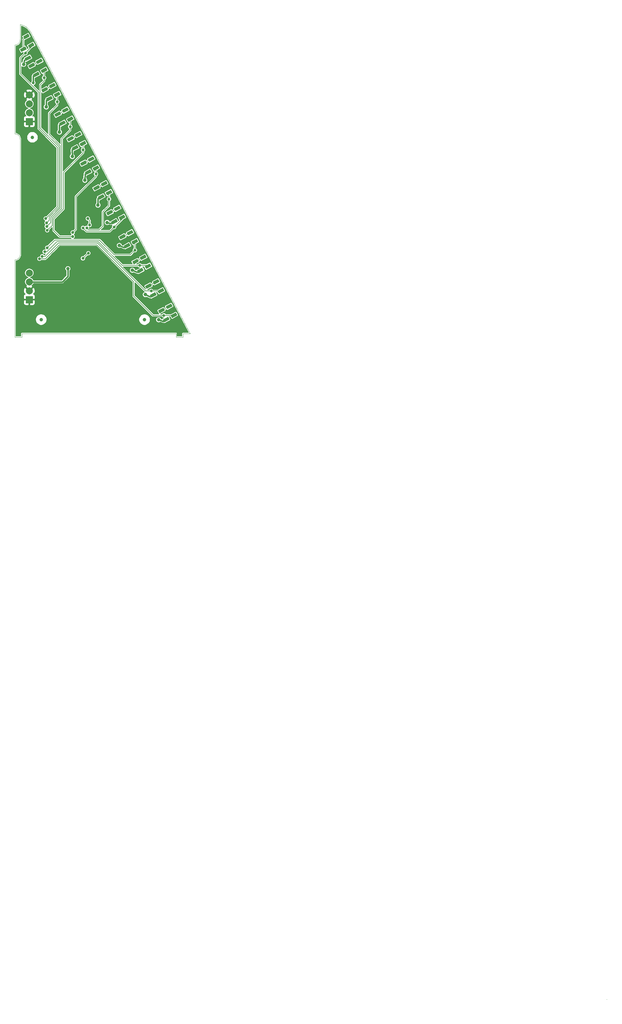
<source format=gbl>
%TF.GenerationSoftware,KiCad,Pcbnew,(5.1.6-0-10_14)*%
%TF.CreationDate,2020-10-19T14:02:04+02:00*%
%TF.ProjectId,nowae031,6e6f7761-6530-4333-912e-6b696361645f,0*%
%TF.SameCoordinates,Original*%
%TF.FileFunction,Copper,L2,Bot*%
%TF.FilePolarity,Positive*%
%FSLAX46Y46*%
G04 Gerber Fmt 4.6, Leading zero omitted, Abs format (unit mm)*
G04 Created by KiCad (PCBNEW (5.1.6-0-10_14)) date 2020-10-19 14:02:04*
%MOMM*%
%LPD*%
G01*
G04 APERTURE LIST*
%TA.AperFunction,Profile*%
%ADD10C,0.050000*%
%TD*%
%TA.AperFunction,Profile*%
%ADD11C,0.200000*%
%TD*%
%TA.AperFunction,ComponentPad*%
%ADD12C,2.000000*%
%TD*%
%TA.AperFunction,ComponentPad*%
%ADD13R,2.000000X2.000000*%
%TD*%
%TA.AperFunction,Conductor*%
%ADD14C,1.000000*%
%TD*%
%TA.AperFunction,SMDPad,CuDef*%
%ADD15C,0.100000*%
%TD*%
%TA.AperFunction,ViaPad*%
%ADD16C,1.000000*%
%TD*%
%TA.AperFunction,ViaPad*%
%ADD17C,0.800000*%
%TD*%
%TA.AperFunction,Conductor*%
%ADD18C,0.400000*%
%TD*%
%TA.AperFunction,Conductor*%
%ADD19C,0.200000*%
%TD*%
G04 APERTURE END LIST*
D10*
X101490000Y-45190000D02*
G75*
G02*
X99990000Y-46690000I-1500000J0D01*
G01*
X99990000Y-72000000D02*
G75*
G02*
X101490000Y-73500000I0J-1500000D01*
G01*
X99990000Y-72000000D02*
X99990000Y-46690000D01*
X100000000Y-130000000D02*
X100000000Y-108000000D01*
X101500000Y-106500000D02*
G75*
G02*
X100000000Y-108000000I-1500000J0D01*
G01*
X101490000Y-73500000D02*
X101500000Y-106500000D01*
X101499908Y-40830540D02*
X101490000Y-45190000D01*
X101499908Y-40830540D02*
G75*
G02*
X104449999Y-42900001I-709908J-4149460D01*
G01*
X104449243Y-42900000D02*
X150000000Y-129000000D01*
X148000000Y-129000000D02*
X150000000Y-129000000D01*
X148000000Y-130000000D02*
X148000000Y-129000000D01*
X146000000Y-130000000D02*
X148000000Y-130000000D01*
X146000000Y-129000000D02*
X146000000Y-130000000D01*
X102000000Y-129000000D02*
X146000000Y-129000000D01*
X102000000Y-130000000D02*
X102000000Y-129000000D01*
X100000000Y-130000000D02*
X102000000Y-130000000D01*
D11*
X268944859Y-318881889D02*
X268944859Y-318881889D01*
D12*
%TO.P,P102,4*%
%TO.N,+3.3V*%
X104100000Y-111690000D03*
D13*
%TO.P,P102,1*%
%TO.N,GND*%
X104100000Y-119310000D03*
D12*
%TO.P,P102,3*%
%TO.N,+3.3V*%
X104100000Y-114230000D03*
%TO.P,P102,2*%
%TO.N,GND*%
X104100000Y-116770000D03*
%TD*%
%TO.P,P101,4*%
%TO.N,GND*%
X104100000Y-60900000D03*
D13*
%TO.P,P101,1*%
X104100000Y-68520000D03*
D12*
%TO.P,P101,3*%
%TO.N,/BRANCH_SCL*%
X104100000Y-63440000D03*
%TO.P,P101,2*%
%TO.N,/BRANCH_SDA*%
X104100000Y-65980000D03*
%TD*%
D14*
%TO.N,*%
%TO.C,VAL\u002A\u002A*%
X105000000Y-73000000D03*
%TD*%
%TO.N,*%
%TO.C,VAL\u002A\u002A*%
X137000000Y-125000000D03*
%TD*%
%TO.N,*%
%TO.C,VAL\u002A\u002A*%
X107490000Y-125000000D03*
%TD*%
%TA.AperFunction,SMDPad,CuDef*%
D15*
%TO.P,DL102,1*%
%TO.N,Net-(DL102-Pad1)*%
G36*
X102307498Y-44221450D02*
G01*
X103808509Y-43423349D01*
X104231034Y-44218002D01*
X102730023Y-45016103D01*
X102307498Y-44221450D01*
G37*
%TD.AperFunction*%
%TA.AperFunction,SMDPad,CuDef*%
%TO.P,DL102,2*%
%TO.N,/B_LINE1*%
G36*
X103668966Y-46781998D02*
G01*
X105169977Y-45983897D01*
X105592502Y-46778550D01*
X104091491Y-47576651D01*
X103668966Y-46781998D01*
G37*
%TD.AperFunction*%
%TD*%
%TA.AperFunction,SMDPad,CuDef*%
%TO.P,DL104,1*%
%TO.N,Net-(DL104-Pad1)*%
G36*
X106007498Y-51321450D02*
G01*
X107508509Y-50523349D01*
X107931034Y-51318002D01*
X106430023Y-52116103D01*
X106007498Y-51321450D01*
G37*
%TD.AperFunction*%
%TA.AperFunction,SMDPad,CuDef*%
%TO.P,DL104,2*%
%TO.N,/B_LINE2*%
G36*
X107368966Y-53881998D02*
G01*
X108869977Y-53083897D01*
X109292502Y-53878550D01*
X107791491Y-54676651D01*
X107368966Y-53881998D01*
G37*
%TD.AperFunction*%
%TD*%
%TA.AperFunction,SMDPad,CuDef*%
%TO.P,DL106,1*%
%TO.N,Net-(DL106-Pad1)*%
G36*
X109726764Y-58241176D02*
G01*
X111227775Y-57443075D01*
X111650300Y-58237728D01*
X110149289Y-59035829D01*
X109726764Y-58241176D01*
G37*
%TD.AperFunction*%
%TA.AperFunction,SMDPad,CuDef*%
%TO.P,DL106,2*%
%TO.N,/B_LINE3*%
G36*
X111088232Y-60801724D02*
G01*
X112589243Y-60003623D01*
X113011768Y-60798276D01*
X111510757Y-61596377D01*
X111088232Y-60801724D01*
G37*
%TD.AperFunction*%
%TD*%
%TA.AperFunction,SMDPad,CuDef*%
%TO.P,DL108,1*%
%TO.N,Net-(DL108-Pad1)*%
G36*
X113451761Y-65246450D02*
G01*
X114952772Y-64448349D01*
X115375297Y-65243002D01*
X113874286Y-66041103D01*
X113451761Y-65246450D01*
G37*
%TD.AperFunction*%
%TA.AperFunction,SMDPad,CuDef*%
%TO.P,DL108,2*%
%TO.N,/B_LINE4*%
G36*
X114813229Y-67806998D02*
G01*
X116314240Y-67008897D01*
X116736765Y-67803550D01*
X115235754Y-68601651D01*
X114813229Y-67806998D01*
G37*
%TD.AperFunction*%
%TD*%
%TA.AperFunction,SMDPad,CuDef*%
%TO.P,DL110,1*%
%TO.N,Net-(DL110-Pad1)*%
G36*
X117107498Y-72221450D02*
G01*
X118608509Y-71423349D01*
X119031034Y-72218002D01*
X117530023Y-73016103D01*
X117107498Y-72221450D01*
G37*
%TD.AperFunction*%
%TA.AperFunction,SMDPad,CuDef*%
%TO.P,DL110,2*%
%TO.N,/B_LINE5*%
G36*
X118468966Y-74781998D02*
G01*
X119969977Y-73983897D01*
X120392502Y-74778550D01*
X118891491Y-75576651D01*
X118468966Y-74781998D01*
G37*
%TD.AperFunction*%
%TD*%
%TA.AperFunction,SMDPad,CuDef*%
%TO.P,DL112,1*%
%TO.N,Net-(DL112-Pad1)*%
G36*
X120807498Y-79221450D02*
G01*
X122308509Y-78423349D01*
X122731034Y-79218002D01*
X121230023Y-80016103D01*
X120807498Y-79221450D01*
G37*
%TD.AperFunction*%
%TA.AperFunction,SMDPad,CuDef*%
%TO.P,DL112,2*%
%TO.N,/B_LINE6*%
G36*
X122168966Y-81781998D02*
G01*
X123669977Y-80983897D01*
X124092502Y-81778550D01*
X122591491Y-82576651D01*
X122168966Y-81781998D01*
G37*
%TD.AperFunction*%
%TD*%
%TA.AperFunction,SMDPad,CuDef*%
%TO.P,DL114,1*%
%TO.N,Net-(DL114-Pad1)*%
G36*
X124507498Y-86221450D02*
G01*
X126008509Y-85423349D01*
X126431034Y-86218002D01*
X124930023Y-87016103D01*
X124507498Y-86221450D01*
G37*
%TD.AperFunction*%
%TA.AperFunction,SMDPad,CuDef*%
%TO.P,DL114,2*%
%TO.N,/B_LINE7*%
G36*
X125868966Y-88781998D02*
G01*
X127369977Y-87983897D01*
X127792502Y-88778550D01*
X126291491Y-89576651D01*
X125868966Y-88781998D01*
G37*
%TD.AperFunction*%
%TD*%
%TA.AperFunction,SMDPad,CuDef*%
%TO.P,DL116,1*%
%TO.N,Net-(DL116-Pad1)*%
G36*
X128257498Y-93271450D02*
G01*
X129758509Y-92473349D01*
X130181034Y-93268002D01*
X128680023Y-94066103D01*
X128257498Y-93271450D01*
G37*
%TD.AperFunction*%
%TA.AperFunction,SMDPad,CuDef*%
%TO.P,DL116,2*%
%TO.N,/B_LINE8*%
G36*
X129618966Y-95831998D02*
G01*
X131119977Y-95033897D01*
X131542502Y-95828550D01*
X130041491Y-96626651D01*
X129618966Y-95831998D01*
G37*
%TD.AperFunction*%
%TD*%
%TA.AperFunction,SMDPad,CuDef*%
%TO.P,DL118,1*%
%TO.N,Net-(DL118-Pad1)*%
G36*
X131907498Y-100221450D02*
G01*
X133408509Y-99423349D01*
X133831034Y-100218002D01*
X132330023Y-101016103D01*
X131907498Y-100221450D01*
G37*
%TD.AperFunction*%
%TA.AperFunction,SMDPad,CuDef*%
%TO.P,DL118,2*%
%TO.N,/B_LINE9*%
G36*
X133268966Y-102781998D02*
G01*
X134769977Y-101983897D01*
X135192502Y-102778550D01*
X133691491Y-103576651D01*
X133268966Y-102781998D01*
G37*
%TD.AperFunction*%
%TD*%
%TA.AperFunction,SMDPad,CuDef*%
%TO.P,DL120,1*%
%TO.N,Net-(DL120-Pad1)*%
G36*
X135657498Y-107221450D02*
G01*
X137158509Y-106423349D01*
X137581034Y-107218002D01*
X136080023Y-108016103D01*
X135657498Y-107221450D01*
G37*
%TD.AperFunction*%
%TA.AperFunction,SMDPad,CuDef*%
%TO.P,DL120,2*%
%TO.N,/B_LINE10*%
G36*
X137018966Y-109781998D02*
G01*
X138519977Y-108983897D01*
X138942502Y-109778550D01*
X137441491Y-110576651D01*
X137018966Y-109781998D01*
G37*
%TD.AperFunction*%
%TD*%
%TA.AperFunction,SMDPad,CuDef*%
%TO.P,DL122,1*%
%TO.N,Net-(DL122-Pad1)*%
G36*
X139357498Y-114221450D02*
G01*
X140858509Y-113423349D01*
X141281034Y-114218002D01*
X139780023Y-115016103D01*
X139357498Y-114221450D01*
G37*
%TD.AperFunction*%
%TA.AperFunction,SMDPad,CuDef*%
%TO.P,DL122,2*%
%TO.N,/B_LINE11*%
G36*
X140718966Y-116781998D02*
G01*
X142219977Y-115983897D01*
X142642502Y-116778550D01*
X141141491Y-117576651D01*
X140718966Y-116781998D01*
G37*
%TD.AperFunction*%
%TD*%
%TA.AperFunction,SMDPad,CuDef*%
%TO.P,DL124,1*%
%TO.N,Net-(DL124-Pad1)*%
G36*
X143057498Y-121221450D02*
G01*
X144558509Y-120423349D01*
X144981034Y-121218002D01*
X143480023Y-122016103D01*
X143057498Y-121221450D01*
G37*
%TD.AperFunction*%
%TA.AperFunction,SMDPad,CuDef*%
%TO.P,DL124,2*%
%TO.N,/B_LINE12*%
G36*
X144418966Y-123781998D02*
G01*
X145919977Y-122983897D01*
X146342502Y-123778550D01*
X144841491Y-124576651D01*
X144418966Y-123781998D01*
G37*
%TD.AperFunction*%
%TD*%
%TA.AperFunction,SMDPad,CuDef*%
%TO.P,R102,2*%
%TO.N,+3.3V*%
G36*
X102768966Y-50431998D02*
G01*
X104269977Y-49633897D01*
X104692502Y-50428550D01*
X103191491Y-51226651D01*
X102768966Y-50431998D01*
G37*
%TD.AperFunction*%
%TA.AperFunction,SMDPad,CuDef*%
%TO.P,R102,1*%
%TO.N,Net-(DL102-Pad1)*%
G36*
X101407498Y-47871450D02*
G01*
X102908509Y-47073349D01*
X103331034Y-47868002D01*
X101830023Y-48666103D01*
X101407498Y-47871450D01*
G37*
%TD.AperFunction*%
%TD*%
%TA.AperFunction,SMDPad,CuDef*%
%TO.P,R104,2*%
%TO.N,+3.3V*%
G36*
X105168966Y-55081998D02*
G01*
X106669977Y-54283897D01*
X107092502Y-55078550D01*
X105591491Y-55876651D01*
X105168966Y-55081998D01*
G37*
%TD.AperFunction*%
%TA.AperFunction,SMDPad,CuDef*%
%TO.P,R104,1*%
%TO.N,Net-(DL104-Pad1)*%
G36*
X103807498Y-52521450D02*
G01*
X105308509Y-51723349D01*
X105731034Y-52518002D01*
X104230023Y-53316103D01*
X103807498Y-52521450D01*
G37*
%TD.AperFunction*%
%TD*%
%TA.AperFunction,SMDPad,CuDef*%
%TO.P,R106,2*%
%TO.N,+3.3V*%
G36*
X108868966Y-61981998D02*
G01*
X110369977Y-61183897D01*
X110792502Y-61978550D01*
X109291491Y-62776651D01*
X108868966Y-61981998D01*
G37*
%TD.AperFunction*%
%TA.AperFunction,SMDPad,CuDef*%
%TO.P,R106,1*%
%TO.N,Net-(DL106-Pad1)*%
G36*
X107507498Y-59421450D02*
G01*
X109008509Y-58623349D01*
X109431034Y-59418002D01*
X107930023Y-60216103D01*
X107507498Y-59421450D01*
G37*
%TD.AperFunction*%
%TD*%
%TA.AperFunction,SMDPad,CuDef*%
%TO.P,R108,2*%
%TO.N,+3.3V*%
G36*
X112618966Y-68981998D02*
G01*
X114119977Y-68183897D01*
X114542502Y-68978550D01*
X113041491Y-69776651D01*
X112618966Y-68981998D01*
G37*
%TD.AperFunction*%
%TA.AperFunction,SMDPad,CuDef*%
%TO.P,R108,1*%
%TO.N,Net-(DL108-Pad1)*%
G36*
X111257498Y-66421450D02*
G01*
X112758509Y-65623349D01*
X113181034Y-66418002D01*
X111680023Y-67216103D01*
X111257498Y-66421450D01*
G37*
%TD.AperFunction*%
%TD*%
%TA.AperFunction,SMDPad,CuDef*%
%TO.P,R110,2*%
%TO.N,+3.3V*%
G36*
X116268966Y-75981998D02*
G01*
X117769977Y-75183897D01*
X118192502Y-75978550D01*
X116691491Y-76776651D01*
X116268966Y-75981998D01*
G37*
%TD.AperFunction*%
%TA.AperFunction,SMDPad,CuDef*%
%TO.P,R110,1*%
%TO.N,Net-(DL110-Pad1)*%
G36*
X114907498Y-73421450D02*
G01*
X116408509Y-72623349D01*
X116831034Y-73418002D01*
X115330023Y-74216103D01*
X114907498Y-73421450D01*
G37*
%TD.AperFunction*%
%TD*%
%TA.AperFunction,SMDPad,CuDef*%
%TO.P,R112,2*%
%TO.N,+3.3V*%
G36*
X119968966Y-82931998D02*
G01*
X121469977Y-82133897D01*
X121892502Y-82928550D01*
X120391491Y-83726651D01*
X119968966Y-82931998D01*
G37*
%TD.AperFunction*%
%TA.AperFunction,SMDPad,CuDef*%
%TO.P,R112,1*%
%TO.N,Net-(DL112-Pad1)*%
G36*
X118607498Y-80371450D02*
G01*
X120108509Y-79573349D01*
X120531034Y-80368002D01*
X119030023Y-81166103D01*
X118607498Y-80371450D01*
G37*
%TD.AperFunction*%
%TD*%
%TA.AperFunction,SMDPad,CuDef*%
%TO.P,R114,2*%
%TO.N,+3.3V*%
G36*
X123668966Y-89981998D02*
G01*
X125169977Y-89183897D01*
X125592502Y-89978550D01*
X124091491Y-90776651D01*
X123668966Y-89981998D01*
G37*
%TD.AperFunction*%
%TA.AperFunction,SMDPad,CuDef*%
%TO.P,R114,1*%
%TO.N,Net-(DL114-Pad1)*%
G36*
X122307498Y-87421450D02*
G01*
X123808509Y-86623349D01*
X124231034Y-87418002D01*
X122730023Y-88216103D01*
X122307498Y-87421450D01*
G37*
%TD.AperFunction*%
%TD*%
%TA.AperFunction,SMDPad,CuDef*%
%TO.P,R116,2*%
%TO.N,+3.3V*%
G36*
X127424703Y-97056998D02*
G01*
X128925714Y-96258897D01*
X129348239Y-97053550D01*
X127847228Y-97851651D01*
X127424703Y-97056998D01*
G37*
%TD.AperFunction*%
%TA.AperFunction,SMDPad,CuDef*%
%TO.P,R116,1*%
%TO.N,Net-(DL116-Pad1)*%
G36*
X126063235Y-94496450D02*
G01*
X127564246Y-93698349D01*
X127986771Y-94493002D01*
X126485760Y-95291103D01*
X126063235Y-94496450D01*
G37*
%TD.AperFunction*%
%TD*%
%TA.AperFunction,SMDPad,CuDef*%
%TO.P,R118,2*%
%TO.N,+3.3V*%
G36*
X131068966Y-103931998D02*
G01*
X132569977Y-103133897D01*
X132992502Y-103928550D01*
X131491491Y-104726651D01*
X131068966Y-103931998D01*
G37*
%TD.AperFunction*%
%TA.AperFunction,SMDPad,CuDef*%
%TO.P,R118,1*%
%TO.N,Net-(DL118-Pad1)*%
G36*
X129707498Y-101371450D02*
G01*
X131208509Y-100573349D01*
X131631034Y-101368002D01*
X130130023Y-102166103D01*
X129707498Y-101371450D01*
G37*
%TD.AperFunction*%
%TD*%
%TA.AperFunction,SMDPad,CuDef*%
%TO.P,R120,2*%
%TO.N,+3.3V*%
G36*
X134824703Y-111006998D02*
G01*
X136325714Y-110208897D01*
X136748239Y-111003550D01*
X135247228Y-111801651D01*
X134824703Y-111006998D01*
G37*
%TD.AperFunction*%
%TA.AperFunction,SMDPad,CuDef*%
%TO.P,R120,1*%
%TO.N,Net-(DL120-Pad1)*%
G36*
X133463235Y-108446450D02*
G01*
X134964246Y-107648349D01*
X135386771Y-108443002D01*
X133885760Y-109241103D01*
X133463235Y-108446450D01*
G37*
%TD.AperFunction*%
%TD*%
%TA.AperFunction,SMDPad,CuDef*%
%TO.P,R122,2*%
%TO.N,+3.3V*%
G36*
X138518966Y-117981998D02*
G01*
X140019977Y-117183897D01*
X140442502Y-117978550D01*
X138941491Y-118776651D01*
X138518966Y-117981998D01*
G37*
%TD.AperFunction*%
%TA.AperFunction,SMDPad,CuDef*%
%TO.P,R122,1*%
%TO.N,Net-(DL122-Pad1)*%
G36*
X137157498Y-115421450D02*
G01*
X138658509Y-114623349D01*
X139081034Y-115418002D01*
X137580023Y-116216103D01*
X137157498Y-115421450D01*
G37*
%TD.AperFunction*%
%TD*%
%TA.AperFunction,SMDPad,CuDef*%
%TO.P,R124,2*%
%TO.N,+3.3V*%
G36*
X142218966Y-124981998D02*
G01*
X143719977Y-124183897D01*
X144142502Y-124978550D01*
X142641491Y-125776651D01*
X142218966Y-124981998D01*
G37*
%TD.AperFunction*%
%TA.AperFunction,SMDPad,CuDef*%
%TO.P,R124,1*%
%TO.N,Net-(DL124-Pad1)*%
G36*
X140857498Y-122421450D02*
G01*
X142358509Y-121623349D01*
X142781034Y-122418002D01*
X141280023Y-123216103D01*
X140857498Y-122421450D01*
G37*
%TD.AperFunction*%
%TD*%
D16*
%TO.N,GND*%
X114350000Y-106030000D03*
X114350000Y-98490000D03*
D17*
X105160000Y-86890000D03*
%TO.N,+3.3V*%
X105257670Y-57462330D03*
D16*
X116370000Y-78480000D03*
X119950001Y-85249999D03*
X141000000Y-125040000D03*
X137212579Y-117867421D03*
X133520000Y-110900000D03*
X129798981Y-103848981D03*
X126333648Y-97296352D03*
X123708777Y-92361223D03*
X112693760Y-71526240D03*
X108919792Y-64350208D03*
X102470000Y-52190000D03*
X115116459Y-110467480D03*
D17*
%TO.N,/B_LINE1*%
X108800000Y-96150000D03*
X103010000Y-48970000D03*
%TO.N,/B_LINE2*%
X109050000Y-97400000D03*
X108320000Y-56030000D03*
%TO.N,/B_LINE3*%
X109080025Y-98419975D03*
X112050000Y-62880000D03*
%TO.N,/B_LINE4*%
X109210050Y-99539950D03*
X115780000Y-69960000D03*
%TO.N,/B_LINE5*%
X116450000Y-101300000D03*
X119430734Y-76559266D03*
%TO.N,/B_LINE6*%
X116500000Y-100150000D03*
X123130734Y-83460734D03*
%TO.N,/B_LINE7*%
X120510000Y-98840000D03*
X126830000Y-90630000D03*
%TO.N,/B_LINE8*%
X119440018Y-98840018D03*
X128310000Y-98600000D03*
%TO.N,/B_LINE9*%
X109200000Y-104500000D03*
X134230734Y-105219266D03*
%TO.N,/B_LINE10*%
X108500000Y-105650000D03*
X135650000Y-109550000D03*
%TO.N,/B_LINE11*%
X107800000Y-106950000D03*
X138880000Y-116840000D03*
%TO.N,/B_LINE12*%
X106980000Y-107670000D03*
X142500000Y-123810000D03*
%TO.N,/BRANCH_SCL*%
X120957525Y-106062525D03*
X119410000Y-107525000D03*
X121315000Y-98025000D03*
X120795000Y-96185000D03*
%TD*%
D18*
%TO.N,+3.3V*%
X105257670Y-57462330D02*
X105200000Y-55540000D01*
X105200000Y-55540000D02*
X106130734Y-55080274D01*
X102470000Y-52190000D02*
X102470000Y-52190000D01*
X102650000Y-51000000D02*
X103730734Y-50430274D01*
X112693760Y-71526240D02*
X112660000Y-69450000D01*
X112660000Y-69450000D02*
X113580734Y-68980274D01*
X117230734Y-75980274D02*
X116300000Y-76480000D01*
X116300000Y-76480000D02*
X116370000Y-78480000D01*
X119950001Y-85249999D02*
X120000000Y-83410000D01*
X120000000Y-83410000D02*
X120930734Y-82930274D01*
X141000000Y-125040000D02*
X142270000Y-125500000D01*
X142270000Y-125500000D02*
X143180734Y-124980274D01*
X137212579Y-117867421D02*
X138550000Y-118490000D01*
X138550000Y-118490000D02*
X139480734Y-117980274D01*
X135786471Y-111005274D02*
X134870000Y-111490000D01*
X134870000Y-111490000D02*
X133520000Y-110900000D01*
X132030734Y-103930274D02*
X131120000Y-104440000D01*
X131120000Y-104440000D02*
X129798981Y-103848981D01*
X126333648Y-97296352D02*
X127410000Y-97560000D01*
X127410000Y-97560000D02*
X128386471Y-97055274D01*
X124630734Y-89980274D02*
X123710000Y-90480000D01*
X123710000Y-90480000D02*
X123708777Y-92361223D01*
X108910000Y-62480000D02*
X108919792Y-64350208D01*
X109830734Y-61980274D02*
X108910000Y-62480000D01*
X108919792Y-64350208D02*
X108920000Y-64390000D01*
X102470000Y-52190000D02*
X102650000Y-51000000D01*
X115116459Y-110467480D02*
X115116459Y-112633541D01*
X115116459Y-112633541D02*
X113520000Y-114230000D01*
X107280000Y-114230000D02*
X104100000Y-114230000D01*
X113520000Y-114230000D02*
X107280000Y-114230000D01*
D19*
%TO.N,/B_LINE1*%
X104630734Y-47289930D02*
X104630734Y-46780274D01*
X102980332Y-48940332D02*
X103010000Y-48970000D01*
X102980332Y-48940332D02*
X104630734Y-47289930D01*
X101550000Y-54900000D02*
X101550000Y-50370664D01*
X112149970Y-75899970D02*
X106807478Y-70557478D01*
X106807478Y-70557478D02*
X106807478Y-60157478D01*
X101550000Y-50370664D02*
X102980332Y-48940332D01*
X112149970Y-92852936D02*
X112149970Y-75899970D01*
X108852906Y-96150000D02*
X112149970Y-92852936D01*
X106807478Y-60157478D02*
X101550000Y-54900000D01*
X108800000Y-96150000D02*
X108852906Y-96150000D01*
%TO.N,Net-(DL102-Pad1)*%
X102369266Y-45119726D02*
X103269266Y-44219726D01*
X102369266Y-47869726D02*
X102369266Y-45119726D01*
%TO.N,/B_LINE2*%
X108330734Y-56919266D02*
X108330734Y-53880274D01*
X107207488Y-58042512D02*
X108330734Y-56919266D01*
X107207488Y-70327488D02*
X107207488Y-58042512D01*
X112549980Y-75669980D02*
X107207488Y-70327488D01*
X112549980Y-93018624D02*
X112549980Y-75669980D01*
X109809302Y-95759302D02*
X112549980Y-93018624D01*
X109799980Y-95768622D02*
X109809302Y-95759302D01*
X109799980Y-96650020D02*
X109799980Y-95768622D01*
X109050000Y-97400000D02*
X109799980Y-96650020D01*
%TO.N,Net-(DL104-Pad1)*%
X104769266Y-52519726D02*
X106969266Y-51319726D01*
%TO.N,/B_LINE3*%
X109080025Y-98419975D02*
X109480024Y-98019976D01*
X112050000Y-63850000D02*
X112050000Y-60800000D01*
X109750000Y-66150000D02*
X112050000Y-63850000D01*
X109750000Y-72220000D02*
X109750000Y-66150000D01*
X112949990Y-75419990D02*
X109750000Y-72220000D01*
X110634302Y-95500000D02*
X112949990Y-93184312D01*
X112949990Y-93184312D02*
X112949990Y-75419990D01*
X110199990Y-95934311D02*
X110634302Y-95500000D01*
X110199990Y-97300010D02*
X110199990Y-95934311D01*
X109080025Y-98419975D02*
X110199990Y-97300010D01*
%TO.N,Net-(DL106-Pad1)*%
X108469266Y-59419726D02*
X110688532Y-58239452D01*
%TO.N,/B_LINE4*%
X109210050Y-99539950D02*
X110000000Y-98750000D01*
X115774997Y-67805274D02*
X115774997Y-70975003D01*
X115774997Y-70975003D02*
X113350000Y-73400000D01*
X113350000Y-73400000D02*
X113350000Y-93350000D01*
X113350000Y-93350000D02*
X110600000Y-96100000D01*
X110600000Y-98150000D02*
X109210050Y-99539950D01*
X110600000Y-96100000D02*
X110600000Y-98150000D01*
%TO.N,Net-(DL108-Pad1)*%
X112219266Y-66419726D02*
X114413529Y-65244726D01*
%TO.N,/B_LINE5*%
X112750000Y-101300000D02*
X116450000Y-101300000D01*
X111000010Y-99550010D02*
X112750000Y-101300000D01*
X111000010Y-96299990D02*
X111000010Y-99550010D01*
X113850000Y-93450000D02*
X111000010Y-96299990D01*
X113850000Y-83070000D02*
X113850000Y-93450000D01*
X119430734Y-77489266D02*
X113850000Y-83070000D01*
X119430734Y-76559266D02*
X119430734Y-77489266D01*
X119430734Y-74780274D02*
X119430734Y-76559266D01*
%TO.N,Net-(DL110-Pad1)*%
X115869266Y-73419726D02*
X118069266Y-72219726D01*
%TO.N,/B_LINE6*%
X116500000Y-100150000D02*
X117380000Y-99270000D01*
X117380000Y-89920000D02*
X120745000Y-86555000D01*
X120745000Y-86555000D02*
X123130734Y-84169266D01*
X117380000Y-99270000D02*
X117380000Y-89920000D01*
X123130734Y-83460734D02*
X123130734Y-81780274D01*
X123130734Y-84169266D02*
X123130734Y-83460734D01*
%TO.N,Net-(DL112-Pad1)*%
X119569266Y-80369726D02*
X121769266Y-79219726D01*
%TO.N,/B_LINE7*%
X126830734Y-92529266D02*
X126830734Y-88780274D01*
X126010000Y-93350000D02*
X126830734Y-92529266D01*
X126000000Y-93350000D02*
X126010000Y-93350000D01*
X125075000Y-98355000D02*
X125075000Y-94275000D01*
X124040000Y-99390000D02*
X125075000Y-98355000D01*
X125075000Y-94275000D02*
X126000000Y-93350000D01*
X120510000Y-98840000D02*
X121060000Y-99390000D01*
X121060000Y-99390000D02*
X124040000Y-99390000D01*
%TO.N,Net-(DL114-Pad1)*%
X123269266Y-87419726D02*
X125469266Y-86219726D01*
%TO.N,/B_LINE8*%
X130580734Y-96339930D02*
X127130653Y-99790011D01*
X120390011Y-99790011D02*
X119440018Y-98840018D01*
X127130653Y-99790011D02*
X120390011Y-99790011D01*
X130580734Y-95830274D02*
X130580734Y-96339930D01*
%TO.N,Net-(DL116-Pad1)*%
X127025003Y-94494726D02*
X129219266Y-93269726D01*
%TO.N,/B_LINE9*%
X134230734Y-105219266D02*
X134230734Y-102780274D01*
X132940000Y-106510000D02*
X134230734Y-105219266D01*
X124120000Y-102290000D02*
X128340000Y-106510000D01*
X109200000Y-104500000D02*
X111410000Y-102290000D01*
X111410000Y-102290000D02*
X124120000Y-102290000D01*
X128340000Y-106510000D02*
X132940000Y-106510000D01*
%TO.N,Net-(DL118-Pad1)*%
X130669266Y-101369726D02*
X132869266Y-100219726D01*
%TO.N,/B_LINE10*%
X137741573Y-109541113D02*
X137980734Y-109780274D01*
X108500000Y-105650000D02*
X109100000Y-105650000D01*
X123770000Y-102720000D02*
X130591113Y-109541113D01*
X109100000Y-105650000D02*
X112030000Y-102720000D01*
X112030000Y-102720000D02*
X123770000Y-102720000D01*
X135641113Y-109541113D02*
X135650000Y-109550000D01*
X130591113Y-109541113D02*
X135641113Y-109541113D01*
X135641113Y-109541113D02*
X137741573Y-109541113D01*
%TO.N,Net-(DL120-Pad1)*%
X136619266Y-107219726D02*
X134425003Y-108444726D01*
%TO.N,/B_LINE11*%
X141611008Y-116850000D02*
X141680734Y-116780274D01*
X123560000Y-103160000D02*
X137250000Y-116850000D01*
X137250000Y-116850000D02*
X141611008Y-116850000D01*
X112390000Y-103160000D02*
X123560000Y-103160000D01*
X108600000Y-106950000D02*
X112390000Y-103160000D01*
X107800000Y-106950000D02*
X108600000Y-106950000D01*
%TO.N,Net-(DL122-Pad1)*%
X140319266Y-114219726D02*
X138119266Y-115419726D01*
%TO.N,/B_LINE12*%
X145361008Y-123800000D02*
X145380734Y-123780274D01*
X112660000Y-103660000D02*
X110700000Y-105620000D01*
X108660000Y-107670000D02*
X106980000Y-107670000D01*
X133870000Y-114150000D02*
X123380000Y-103660000D01*
X110700000Y-105620000D02*
X110700000Y-105630000D01*
X123380000Y-103660000D02*
X112660000Y-103660000D01*
X133870000Y-118270000D02*
X133870000Y-114150000D01*
X139400000Y-123800000D02*
X133870000Y-118270000D01*
X140160000Y-123800000D02*
X139400000Y-123800000D01*
X139439452Y-123800000D02*
X140160000Y-123800000D01*
X110700000Y-105630000D02*
X108660000Y-107670000D01*
X140160000Y-123800000D02*
X145361008Y-123800000D01*
%TO.N,Net-(DL124-Pad1)*%
X141819266Y-122419726D02*
X144019266Y-121219726D01*
%TO.N,/BRANCH_SCL*%
X120872475Y-106062525D02*
X120957525Y-106062525D01*
X119410000Y-107525000D02*
X120872475Y-106062525D01*
X121315000Y-96705000D02*
X120795000Y-96185000D01*
X121315000Y-98025000D02*
X121315000Y-96705000D01*
%TD*%
%TO.N,GND*%
G36*
X102175819Y-41352511D02*
G01*
X102854006Y-41690767D01*
X103453579Y-42154312D01*
X103956694Y-42731215D01*
X104164516Y-43056796D01*
X149460381Y-128675000D01*
X148015961Y-128675000D01*
X148000000Y-128673428D01*
X147984040Y-128675000D01*
X147984039Y-128675000D01*
X147936289Y-128679703D01*
X147875026Y-128698287D01*
X147818566Y-128728465D01*
X147769079Y-128769079D01*
X147728465Y-128818566D01*
X147698287Y-128875026D01*
X147679703Y-128936289D01*
X147673428Y-129000000D01*
X147675001Y-129015971D01*
X147675000Y-129675000D01*
X146325000Y-129675000D01*
X146325000Y-129015961D01*
X146326572Y-129000000D01*
X146320297Y-128936289D01*
X146301713Y-128875026D01*
X146271535Y-128818566D01*
X146230921Y-128769079D01*
X146181434Y-128728465D01*
X146124974Y-128698287D01*
X146063711Y-128679703D01*
X146015961Y-128675000D01*
X146015960Y-128675000D01*
X146000000Y-128673428D01*
X145984039Y-128675000D01*
X102015961Y-128675000D01*
X102000000Y-128673428D01*
X101984040Y-128675000D01*
X101984039Y-128675000D01*
X101936289Y-128679703D01*
X101875026Y-128698287D01*
X101818566Y-128728465D01*
X101769079Y-128769079D01*
X101728465Y-128818566D01*
X101698287Y-128875026D01*
X101679703Y-128936289D01*
X101673428Y-129000000D01*
X101675001Y-129015971D01*
X101675000Y-129675000D01*
X100325000Y-129675000D01*
X100325000Y-124842414D01*
X105890000Y-124842414D01*
X105890000Y-125157586D01*
X105951487Y-125466703D01*
X106072098Y-125757884D01*
X106247199Y-126019941D01*
X106470059Y-126242801D01*
X106732116Y-126417902D01*
X107023297Y-126538513D01*
X107332414Y-126600000D01*
X107647586Y-126600000D01*
X107956703Y-126538513D01*
X108247884Y-126417902D01*
X108509941Y-126242801D01*
X108732801Y-126019941D01*
X108907902Y-125757884D01*
X109028513Y-125466703D01*
X109090000Y-125157586D01*
X109090000Y-124842414D01*
X135400000Y-124842414D01*
X135400000Y-125157586D01*
X135461487Y-125466703D01*
X135582098Y-125757884D01*
X135757199Y-126019941D01*
X135980059Y-126242801D01*
X136242116Y-126417902D01*
X136533297Y-126538513D01*
X136842414Y-126600000D01*
X137157586Y-126600000D01*
X137466703Y-126538513D01*
X137757884Y-126417902D01*
X138019941Y-126242801D01*
X138242801Y-126019941D01*
X138417902Y-125757884D01*
X138538513Y-125466703D01*
X138600000Y-125157586D01*
X138600000Y-124842414D01*
X138538513Y-124533297D01*
X138417902Y-124242116D01*
X138242801Y-123980059D01*
X138019941Y-123757199D01*
X137757884Y-123582098D01*
X137466703Y-123461487D01*
X137157586Y-123400000D01*
X136842414Y-123400000D01*
X136533297Y-123461487D01*
X136242116Y-123582098D01*
X135980059Y-123757199D01*
X135757199Y-123980059D01*
X135582098Y-124242116D01*
X135461487Y-124533297D01*
X135400000Y-124842414D01*
X109090000Y-124842414D01*
X109028513Y-124533297D01*
X108907902Y-124242116D01*
X108732801Y-123980059D01*
X108509941Y-123757199D01*
X108247884Y-123582098D01*
X107956703Y-123461487D01*
X107647586Y-123400000D01*
X107332414Y-123400000D01*
X107023297Y-123461487D01*
X106732116Y-123582098D01*
X106470059Y-123757199D01*
X106247199Y-123980059D01*
X106072098Y-124242116D01*
X105951487Y-124533297D01*
X105890000Y-124842414D01*
X100325000Y-124842414D01*
X100325000Y-120310000D01*
X102489058Y-120310000D01*
X102500797Y-120429189D01*
X102535563Y-120543797D01*
X102592020Y-120649421D01*
X102667999Y-120742001D01*
X102760579Y-120817980D01*
X102866203Y-120874437D01*
X102980811Y-120909203D01*
X103100000Y-120920942D01*
X103794000Y-120918000D01*
X103946000Y-120766000D01*
X103946000Y-119464000D01*
X104254000Y-119464000D01*
X104254000Y-120766000D01*
X104406000Y-120918000D01*
X105100000Y-120920942D01*
X105219189Y-120909203D01*
X105333797Y-120874437D01*
X105439421Y-120817980D01*
X105532001Y-120742001D01*
X105607980Y-120649421D01*
X105664437Y-120543797D01*
X105699203Y-120429189D01*
X105710942Y-120310000D01*
X105708000Y-119616000D01*
X105556000Y-119464000D01*
X104254000Y-119464000D01*
X103946000Y-119464000D01*
X102644000Y-119464000D01*
X102492000Y-119616000D01*
X102489058Y-120310000D01*
X100325000Y-120310000D01*
X100325000Y-116860735D01*
X102486770Y-116860735D01*
X102535469Y-117173716D01*
X102644292Y-117471184D01*
X102708238Y-117590819D01*
X102961800Y-117690409D01*
X102924256Y-117727953D01*
X102866203Y-117745563D01*
X102760579Y-117802020D01*
X102667999Y-117877999D01*
X102592020Y-117970579D01*
X102535563Y-118076203D01*
X102500797Y-118190811D01*
X102489058Y-118310000D01*
X102492000Y-119004000D01*
X102644000Y-119156000D01*
X103946000Y-119156000D01*
X103946000Y-119136000D01*
X104254000Y-119136000D01*
X104254000Y-119156000D01*
X105556000Y-119156000D01*
X105708000Y-119004000D01*
X105710942Y-118310000D01*
X105699203Y-118190811D01*
X105664437Y-118076203D01*
X105607980Y-117970579D01*
X105532001Y-117877999D01*
X105439421Y-117802020D01*
X105333797Y-117745563D01*
X105275744Y-117727953D01*
X105238200Y-117690409D01*
X105491762Y-117590819D01*
X105625154Y-117303528D01*
X105699934Y-116995735D01*
X105713230Y-116679265D01*
X105664531Y-116366284D01*
X105555708Y-116068816D01*
X105491762Y-115949181D01*
X105238199Y-115849590D01*
X104317789Y-116770000D01*
X104331931Y-116784142D01*
X104114142Y-117001931D01*
X104100000Y-116987789D01*
X104085858Y-117001931D01*
X103868069Y-116784142D01*
X103882211Y-116770000D01*
X102961801Y-115849590D01*
X102708238Y-115949181D01*
X102574846Y-116236472D01*
X102500066Y-116544265D01*
X102486770Y-116860735D01*
X100325000Y-116860735D01*
X100325000Y-111561961D01*
X102800000Y-111561961D01*
X102800000Y-111818039D01*
X102849958Y-112069196D01*
X102947955Y-112305781D01*
X103090224Y-112518702D01*
X103271298Y-112699776D01*
X103484219Y-112842045D01*
X103720804Y-112940042D01*
X103821140Y-112960000D01*
X103720804Y-112979958D01*
X103484219Y-113077955D01*
X103271298Y-113220224D01*
X103090224Y-113401298D01*
X102947955Y-113614219D01*
X102849958Y-113850804D01*
X102800000Y-114101961D01*
X102800000Y-114358039D01*
X102849958Y-114609196D01*
X102947955Y-114845781D01*
X103090224Y-115058702D01*
X103271298Y-115239776D01*
X103389929Y-115319042D01*
X103279181Y-115378238D01*
X103179590Y-115631801D01*
X104100000Y-116552211D01*
X105020410Y-115631801D01*
X104920819Y-115378238D01*
X104803206Y-115323629D01*
X104928702Y-115239776D01*
X105109776Y-115058702D01*
X105252045Y-114845781D01*
X105300003Y-114730000D01*
X113495440Y-114730000D01*
X113520000Y-114732419D01*
X113544560Y-114730000D01*
X113618017Y-114722765D01*
X113712267Y-114694175D01*
X113799129Y-114647746D01*
X113875264Y-114585264D01*
X113890929Y-114566176D01*
X115452640Y-113004466D01*
X115471723Y-112988805D01*
X115534205Y-112912670D01*
X115580634Y-112825808D01*
X115609224Y-112731558D01*
X115616459Y-112658101D01*
X115618878Y-112633541D01*
X115616459Y-112608981D01*
X115616459Y-111095543D01*
X115626429Y-111088881D01*
X115737860Y-110977450D01*
X115825410Y-110846422D01*
X115885716Y-110700831D01*
X115916459Y-110546273D01*
X115916459Y-110388687D01*
X115885716Y-110234129D01*
X115825410Y-110088538D01*
X115737860Y-109957510D01*
X115626429Y-109846079D01*
X115495401Y-109758529D01*
X115349810Y-109698223D01*
X115195252Y-109667480D01*
X115037666Y-109667480D01*
X114883108Y-109698223D01*
X114737517Y-109758529D01*
X114606489Y-109846079D01*
X114495058Y-109957510D01*
X114407508Y-110088538D01*
X114347202Y-110234129D01*
X114316459Y-110388687D01*
X114316459Y-110546273D01*
X114347202Y-110700831D01*
X114407508Y-110846422D01*
X114495058Y-110977450D01*
X114606489Y-111088881D01*
X114616459Y-111095543D01*
X114616460Y-112426434D01*
X113312895Y-113730000D01*
X105300003Y-113730000D01*
X105252045Y-113614219D01*
X105109776Y-113401298D01*
X104928702Y-113220224D01*
X104715781Y-113077955D01*
X104479196Y-112979958D01*
X104378860Y-112960000D01*
X104479196Y-112940042D01*
X104715781Y-112842045D01*
X104928702Y-112699776D01*
X105109776Y-112518702D01*
X105252045Y-112305781D01*
X105350042Y-112069196D01*
X105400000Y-111818039D01*
X105400000Y-111561961D01*
X105350042Y-111310804D01*
X105252045Y-111074219D01*
X105109776Y-110861298D01*
X104928702Y-110680224D01*
X104715781Y-110537955D01*
X104479196Y-110439958D01*
X104228039Y-110390000D01*
X103971961Y-110390000D01*
X103720804Y-110439958D01*
X103484219Y-110537955D01*
X103271298Y-110680224D01*
X103090224Y-110861298D01*
X102947955Y-111074219D01*
X102849958Y-111310804D01*
X102800000Y-111561961D01*
X100325000Y-111561961D01*
X100325000Y-108293696D01*
X100335588Y-108292583D01*
X100364449Y-108286658D01*
X100393378Y-108281140D01*
X100397722Y-108279828D01*
X100677378Y-108193261D01*
X100704513Y-108181854D01*
X100731844Y-108170811D01*
X100735851Y-108168680D01*
X100993367Y-108029442D01*
X101017787Y-108012970D01*
X101042435Y-107996841D01*
X101045952Y-107993973D01*
X101271519Y-107807368D01*
X101292283Y-107786458D01*
X101313320Y-107765857D01*
X101316213Y-107762361D01*
X101501239Y-107535497D01*
X101517562Y-107510929D01*
X101534181Y-107486657D01*
X101536340Y-107482665D01*
X101673777Y-107224184D01*
X101684993Y-107196970D01*
X101696605Y-107169877D01*
X101697948Y-107165542D01*
X101782562Y-106885287D01*
X101788284Y-106856389D01*
X101794407Y-106827579D01*
X101794882Y-106823066D01*
X101823449Y-106531714D01*
X101823449Y-106531701D01*
X101825004Y-106515862D01*
X101814995Y-73483941D01*
X101813560Y-73469417D01*
X101813625Y-73460074D01*
X101813183Y-73455557D01*
X101782583Y-73164412D01*
X101776660Y-73135558D01*
X101771140Y-73106622D01*
X101769828Y-73102278D01*
X101689387Y-72842414D01*
X103400000Y-72842414D01*
X103400000Y-73157586D01*
X103461487Y-73466703D01*
X103582098Y-73757884D01*
X103757199Y-74019941D01*
X103980059Y-74242801D01*
X104242116Y-74417902D01*
X104533297Y-74538513D01*
X104842414Y-74600000D01*
X105157586Y-74600000D01*
X105466703Y-74538513D01*
X105757884Y-74417902D01*
X106019941Y-74242801D01*
X106242801Y-74019941D01*
X106417902Y-73757884D01*
X106538513Y-73466703D01*
X106600000Y-73157586D01*
X106600000Y-72842414D01*
X106538513Y-72533297D01*
X106417902Y-72242116D01*
X106242801Y-71980059D01*
X106019941Y-71757199D01*
X105757884Y-71582098D01*
X105466703Y-71461487D01*
X105157586Y-71400000D01*
X104842414Y-71400000D01*
X104533297Y-71461487D01*
X104242116Y-71582098D01*
X103980059Y-71757199D01*
X103757199Y-71980059D01*
X103582098Y-72242116D01*
X103461487Y-72533297D01*
X103400000Y-72842414D01*
X101689387Y-72842414D01*
X101683260Y-72822622D01*
X101671862Y-72795507D01*
X101660811Y-72768156D01*
X101658680Y-72764149D01*
X101519441Y-72506633D01*
X101502988Y-72482240D01*
X101486841Y-72457565D01*
X101483973Y-72454048D01*
X101297368Y-72228481D01*
X101276474Y-72207733D01*
X101255857Y-72186680D01*
X101252361Y-72183787D01*
X101025497Y-71998761D01*
X101000952Y-71982454D01*
X100976657Y-71965819D01*
X100972665Y-71963660D01*
X100714184Y-71826223D01*
X100686970Y-71815007D01*
X100659877Y-71803395D01*
X100655542Y-71802052D01*
X100375288Y-71717438D01*
X100346375Y-71711714D01*
X100317579Y-71705593D01*
X100315000Y-71705322D01*
X100315000Y-69520000D01*
X102489058Y-69520000D01*
X102500797Y-69639189D01*
X102535563Y-69753797D01*
X102592020Y-69859421D01*
X102667999Y-69952001D01*
X102760579Y-70027980D01*
X102866203Y-70084437D01*
X102980811Y-70119203D01*
X103100000Y-70130942D01*
X103794000Y-70128000D01*
X103946000Y-69976000D01*
X103946000Y-68674000D01*
X104254000Y-68674000D01*
X104254000Y-69976000D01*
X104406000Y-70128000D01*
X105100000Y-70130942D01*
X105219189Y-70119203D01*
X105333797Y-70084437D01*
X105439421Y-70027980D01*
X105532001Y-69952001D01*
X105607980Y-69859421D01*
X105664437Y-69753797D01*
X105699203Y-69639189D01*
X105710942Y-69520000D01*
X105708000Y-68826000D01*
X105556000Y-68674000D01*
X104254000Y-68674000D01*
X103946000Y-68674000D01*
X102644000Y-68674000D01*
X102492000Y-68826000D01*
X102489058Y-69520000D01*
X100315000Y-69520000D01*
X100315000Y-67520000D01*
X102489058Y-67520000D01*
X102492000Y-68214000D01*
X102644000Y-68366000D01*
X103946000Y-68366000D01*
X103946000Y-68346000D01*
X104254000Y-68346000D01*
X104254000Y-68366000D01*
X105556000Y-68366000D01*
X105708000Y-68214000D01*
X105710942Y-67520000D01*
X105699203Y-67400811D01*
X105664437Y-67286203D01*
X105607980Y-67180579D01*
X105532001Y-67087999D01*
X105439421Y-67012020D01*
X105333797Y-66955563D01*
X105219189Y-66920797D01*
X105100000Y-66909058D01*
X105009034Y-66909444D01*
X105109776Y-66808702D01*
X105252045Y-66595781D01*
X105350042Y-66359196D01*
X105400000Y-66108039D01*
X105400000Y-65851961D01*
X105350042Y-65600804D01*
X105252045Y-65364219D01*
X105109776Y-65151298D01*
X104928702Y-64970224D01*
X104715781Y-64827955D01*
X104479196Y-64729958D01*
X104378860Y-64710000D01*
X104479196Y-64690042D01*
X104715781Y-64592045D01*
X104928702Y-64449776D01*
X105109776Y-64268702D01*
X105252045Y-64055781D01*
X105350042Y-63819196D01*
X105400000Y-63568039D01*
X105400000Y-63311961D01*
X105350042Y-63060804D01*
X105252045Y-62824219D01*
X105109776Y-62611298D01*
X104928702Y-62430224D01*
X104810071Y-62350958D01*
X104920819Y-62291762D01*
X105020410Y-62038199D01*
X104100000Y-61117789D01*
X103179590Y-62038199D01*
X103279181Y-62291762D01*
X103396794Y-62346371D01*
X103271298Y-62430224D01*
X103090224Y-62611298D01*
X102947955Y-62824219D01*
X102849958Y-63060804D01*
X102800000Y-63311961D01*
X102800000Y-63568039D01*
X102849958Y-63819196D01*
X102947955Y-64055781D01*
X103090224Y-64268702D01*
X103271298Y-64449776D01*
X103484219Y-64592045D01*
X103720804Y-64690042D01*
X103821140Y-64710000D01*
X103720804Y-64729958D01*
X103484219Y-64827955D01*
X103271298Y-64970224D01*
X103090224Y-65151298D01*
X102947955Y-65364219D01*
X102849958Y-65600804D01*
X102800000Y-65851961D01*
X102800000Y-66108039D01*
X102849958Y-66359196D01*
X102947955Y-66595781D01*
X103090224Y-66808702D01*
X103190966Y-66909444D01*
X103100000Y-66909058D01*
X102980811Y-66920797D01*
X102866203Y-66955563D01*
X102760579Y-67012020D01*
X102667999Y-67087999D01*
X102592020Y-67180579D01*
X102535563Y-67286203D01*
X102500797Y-67400811D01*
X102489058Y-67520000D01*
X100315000Y-67520000D01*
X100315000Y-60990735D01*
X102486770Y-60990735D01*
X102535469Y-61303716D01*
X102644292Y-61601184D01*
X102708238Y-61720819D01*
X102961801Y-61820410D01*
X103882211Y-60900000D01*
X104317789Y-60900000D01*
X105238199Y-61820410D01*
X105491762Y-61720819D01*
X105625154Y-61433528D01*
X105699934Y-61125735D01*
X105713230Y-60809265D01*
X105664531Y-60496284D01*
X105555708Y-60198816D01*
X105491762Y-60079181D01*
X105238199Y-59979590D01*
X104317789Y-60900000D01*
X103882211Y-60900000D01*
X102961801Y-59979590D01*
X102708238Y-60079181D01*
X102574846Y-60366472D01*
X102500066Y-60674265D01*
X102486770Y-60990735D01*
X100315000Y-60990735D01*
X100315000Y-59761801D01*
X103179590Y-59761801D01*
X104100000Y-60682211D01*
X105020410Y-59761801D01*
X104920819Y-59508238D01*
X104633528Y-59374846D01*
X104325735Y-59300066D01*
X104009265Y-59286770D01*
X103696284Y-59335469D01*
X103398816Y-59444292D01*
X103279181Y-59508238D01*
X103179590Y-59761801D01*
X100315000Y-59761801D01*
X100315000Y-47900343D01*
X101107435Y-47900343D01*
X101118837Y-47958327D01*
X101141333Y-48012973D01*
X101563858Y-48807626D01*
X101596581Y-48856833D01*
X101638276Y-48898710D01*
X101687340Y-48931648D01*
X101741887Y-48954382D01*
X101799821Y-48966037D01*
X101858916Y-48966166D01*
X101916900Y-48954764D01*
X101971546Y-48932268D01*
X102351675Y-48730150D01*
X102336901Y-48765818D01*
X102310000Y-48901056D01*
X102310000Y-49038944D01*
X102311001Y-49043977D01*
X101281048Y-50073931D01*
X101265790Y-50086453D01*
X101253268Y-50101711D01*
X101253265Y-50101714D01*
X101215803Y-50147362D01*
X101178661Y-50216850D01*
X101155788Y-50292251D01*
X101148065Y-50370664D01*
X101150001Y-50390320D01*
X101150000Y-54880354D01*
X101148065Y-54900000D01*
X101150000Y-54919646D01*
X101155788Y-54978413D01*
X101178660Y-55053813D01*
X101215803Y-55123302D01*
X101265789Y-55184211D01*
X101281052Y-55196737D01*
X106407479Y-60323164D01*
X106407478Y-70537832D01*
X106405543Y-70557478D01*
X106407478Y-70577124D01*
X106413266Y-70635891D01*
X106436138Y-70711291D01*
X106473281Y-70780780D01*
X106523267Y-70841689D01*
X106538530Y-70854215D01*
X111749971Y-76065656D01*
X111749970Y-92687251D01*
X108967597Y-95469624D01*
X108868944Y-95450000D01*
X108731056Y-95450000D01*
X108595818Y-95476901D01*
X108468426Y-95529668D01*
X108353776Y-95606274D01*
X108256274Y-95703776D01*
X108179668Y-95818426D01*
X108126901Y-95945818D01*
X108100000Y-96081056D01*
X108100000Y-96218944D01*
X108126901Y-96354182D01*
X108179668Y-96481574D01*
X108256274Y-96596224D01*
X108353776Y-96693726D01*
X108468426Y-96770332D01*
X108595818Y-96823099D01*
X108640211Y-96831929D01*
X108603776Y-96856274D01*
X108506274Y-96953776D01*
X108429668Y-97068426D01*
X108376901Y-97195818D01*
X108350000Y-97331056D01*
X108350000Y-97468944D01*
X108376901Y-97604182D01*
X108429668Y-97731574D01*
X108506274Y-97846224D01*
X108585050Y-97925000D01*
X108536299Y-97973751D01*
X108459693Y-98088401D01*
X108406926Y-98215793D01*
X108380025Y-98351031D01*
X108380025Y-98488919D01*
X108406926Y-98624157D01*
X108459693Y-98751549D01*
X108536299Y-98866199D01*
X108633801Y-98963701D01*
X108731242Y-99028808D01*
X108666324Y-99093726D01*
X108589718Y-99208376D01*
X108536951Y-99335768D01*
X108510050Y-99471006D01*
X108510050Y-99608894D01*
X108536951Y-99744132D01*
X108589718Y-99871524D01*
X108666324Y-99986174D01*
X108763826Y-100083676D01*
X108878476Y-100160282D01*
X109005868Y-100213049D01*
X109141106Y-100239950D01*
X109278994Y-100239950D01*
X109414232Y-100213049D01*
X109541624Y-100160282D01*
X109656274Y-100083676D01*
X109753776Y-99986174D01*
X109830382Y-99871524D01*
X109883149Y-99744132D01*
X109910050Y-99608894D01*
X109910050Y-99471006D01*
X109899204Y-99416481D01*
X110296735Y-99018951D01*
X110600011Y-98715675D01*
X110600011Y-99530354D01*
X110598075Y-99550010D01*
X110605798Y-99628423D01*
X110628671Y-99703824D01*
X110665813Y-99773312D01*
X110703275Y-99818960D01*
X110703278Y-99818963D01*
X110715800Y-99834221D01*
X110731058Y-99846743D01*
X112453263Y-101568948D01*
X112465789Y-101584211D01*
X112526697Y-101634197D01*
X112596186Y-101671340D01*
X112671586Y-101694212D01*
X112685862Y-101695618D01*
X112750000Y-101701935D01*
X112769647Y-101700000D01*
X115875388Y-101700000D01*
X115906274Y-101746224D01*
X116003776Y-101843726D01*
X116073031Y-101890000D01*
X111429646Y-101890000D01*
X111410000Y-101888065D01*
X111390353Y-101890000D01*
X111331586Y-101895788D01*
X111256186Y-101918660D01*
X111186697Y-101955803D01*
X111141049Y-101993265D01*
X111141047Y-101993267D01*
X111125789Y-102005789D01*
X111113267Y-102021047D01*
X109323469Y-103810846D01*
X109268944Y-103800000D01*
X109131056Y-103800000D01*
X108995818Y-103826901D01*
X108868426Y-103879668D01*
X108753776Y-103956274D01*
X108656274Y-104053776D01*
X108579668Y-104168426D01*
X108526901Y-104295818D01*
X108500000Y-104431056D01*
X108500000Y-104568944D01*
X108526901Y-104704182D01*
X108579668Y-104831574D01*
X108656274Y-104946224D01*
X108682672Y-104972622D01*
X108568944Y-104950000D01*
X108431056Y-104950000D01*
X108295818Y-104976901D01*
X108168426Y-105029668D01*
X108053776Y-105106274D01*
X107956274Y-105203776D01*
X107879668Y-105318426D01*
X107826901Y-105445818D01*
X107800000Y-105581056D01*
X107800000Y-105718944D01*
X107826901Y-105854182D01*
X107879668Y-105981574D01*
X107956274Y-106096224D01*
X108053776Y-106193726D01*
X108168426Y-106270332D01*
X108295818Y-106323099D01*
X108431056Y-106350000D01*
X108568944Y-106350000D01*
X108650547Y-106333768D01*
X108434315Y-106550000D01*
X108374612Y-106550000D01*
X108343726Y-106503776D01*
X108246224Y-106406274D01*
X108131574Y-106329668D01*
X108004182Y-106276901D01*
X107868944Y-106250000D01*
X107731056Y-106250000D01*
X107595818Y-106276901D01*
X107468426Y-106329668D01*
X107353776Y-106406274D01*
X107256274Y-106503776D01*
X107179668Y-106618426D01*
X107126901Y-106745818D01*
X107100000Y-106881056D01*
X107100000Y-106980156D01*
X107048944Y-106970000D01*
X106911056Y-106970000D01*
X106775818Y-106996901D01*
X106648426Y-107049668D01*
X106533776Y-107126274D01*
X106436274Y-107223776D01*
X106359668Y-107338426D01*
X106306901Y-107465818D01*
X106280000Y-107601056D01*
X106280000Y-107738944D01*
X106306901Y-107874182D01*
X106359668Y-108001574D01*
X106436274Y-108116224D01*
X106533776Y-108213726D01*
X106648426Y-108290332D01*
X106775818Y-108343099D01*
X106911056Y-108370000D01*
X107048944Y-108370000D01*
X107184182Y-108343099D01*
X107311574Y-108290332D01*
X107426224Y-108213726D01*
X107523726Y-108116224D01*
X107554612Y-108070000D01*
X108640354Y-108070000D01*
X108660000Y-108071935D01*
X108679646Y-108070000D01*
X108679647Y-108070000D01*
X108738414Y-108064212D01*
X108813814Y-108041340D01*
X108883303Y-108004197D01*
X108944211Y-107954211D01*
X108956737Y-107938948D01*
X109439629Y-107456056D01*
X118710000Y-107456056D01*
X118710000Y-107593944D01*
X118736901Y-107729182D01*
X118789668Y-107856574D01*
X118866274Y-107971224D01*
X118963776Y-108068726D01*
X119078426Y-108145332D01*
X119205818Y-108198099D01*
X119341056Y-108225000D01*
X119478944Y-108225000D01*
X119614182Y-108198099D01*
X119741574Y-108145332D01*
X119856224Y-108068726D01*
X119953726Y-107971224D01*
X120030332Y-107856574D01*
X120083099Y-107729182D01*
X120110000Y-107593944D01*
X120110000Y-107456056D01*
X120099154Y-107401531D01*
X120763117Y-106737568D01*
X120888581Y-106762525D01*
X121026469Y-106762525D01*
X121161707Y-106735624D01*
X121289099Y-106682857D01*
X121403749Y-106606251D01*
X121501251Y-106508749D01*
X121577857Y-106394099D01*
X121630624Y-106266707D01*
X121657525Y-106131469D01*
X121657525Y-105993581D01*
X121630624Y-105858343D01*
X121577857Y-105730951D01*
X121501251Y-105616301D01*
X121403749Y-105518799D01*
X121289099Y-105442193D01*
X121161707Y-105389426D01*
X121026469Y-105362525D01*
X120888581Y-105362525D01*
X120753343Y-105389426D01*
X120625951Y-105442193D01*
X120511301Y-105518799D01*
X120413799Y-105616301D01*
X120337193Y-105730951D01*
X120284426Y-105858343D01*
X120257525Y-105993581D01*
X120257525Y-106111789D01*
X119533469Y-106835846D01*
X119478944Y-106825000D01*
X119341056Y-106825000D01*
X119205818Y-106851901D01*
X119078426Y-106904668D01*
X118963776Y-106981274D01*
X118866274Y-107078776D01*
X118789668Y-107193426D01*
X118736901Y-107320818D01*
X118710000Y-107456056D01*
X109439629Y-107456056D01*
X110968948Y-105926737D01*
X110984211Y-105914211D01*
X111017784Y-105873302D01*
X111034197Y-105853303D01*
X111036281Y-105849404D01*
X112825685Y-104060000D01*
X123214315Y-104060000D01*
X133470001Y-114315687D01*
X133470000Y-118250354D01*
X133468065Y-118270000D01*
X133470000Y-118289646D01*
X133475788Y-118348413D01*
X133498660Y-118423813D01*
X133535803Y-118493302D01*
X133585789Y-118554211D01*
X133601052Y-118566737D01*
X139103267Y-124068953D01*
X139115789Y-124084211D01*
X139131047Y-124096733D01*
X139131049Y-124096735D01*
X139176697Y-124134197D01*
X139246186Y-124171340D01*
X139321586Y-124194212D01*
X139400000Y-124201935D01*
X139419646Y-124200000D01*
X141918707Y-124200000D01*
X141956274Y-124256224D01*
X142053776Y-124353726D01*
X142168426Y-124430332D01*
X142295818Y-124483099D01*
X142431056Y-124510000D01*
X142464559Y-124510000D01*
X142077443Y-124715833D01*
X142028236Y-124748557D01*
X141986359Y-124790252D01*
X141953421Y-124839315D01*
X141948268Y-124851680D01*
X141759604Y-124783345D01*
X141708951Y-124661058D01*
X141621401Y-124530030D01*
X141509970Y-124418599D01*
X141378942Y-124331049D01*
X141233351Y-124270743D01*
X141078793Y-124240000D01*
X140921207Y-124240000D01*
X140766649Y-124270743D01*
X140621058Y-124331049D01*
X140490030Y-124418599D01*
X140378599Y-124530030D01*
X140291049Y-124661058D01*
X140230743Y-124806649D01*
X140200000Y-124961207D01*
X140200000Y-125118793D01*
X140230743Y-125273351D01*
X140291049Y-125418942D01*
X140378599Y-125549970D01*
X140490030Y-125661401D01*
X140621058Y-125748951D01*
X140766649Y-125809257D01*
X140921207Y-125840000D01*
X141078793Y-125840000D01*
X141233351Y-125809257D01*
X141378942Y-125748951D01*
X141417675Y-125723071D01*
X142095633Y-125968630D01*
X142137527Y-125984639D01*
X142166174Y-125989517D01*
X142194345Y-125996690D01*
X142214618Y-125997765D01*
X142234621Y-126001171D01*
X142263668Y-126000366D01*
X142292698Y-126001906D01*
X142312786Y-125999006D01*
X142333074Y-125998444D01*
X142361416Y-125991985D01*
X142390179Y-125987833D01*
X142409313Y-125981071D01*
X142419392Y-125978774D01*
X142449744Y-126009258D01*
X142498808Y-126042196D01*
X142553355Y-126064930D01*
X142611289Y-126076585D01*
X142670384Y-126076714D01*
X142728368Y-126065312D01*
X142783014Y-126042816D01*
X144284025Y-125244715D01*
X144333232Y-125211991D01*
X144375109Y-125170296D01*
X144408047Y-125121233D01*
X144430781Y-125066686D01*
X144442436Y-125008752D01*
X144442565Y-124949657D01*
X144431163Y-124891673D01*
X144408667Y-124837027D01*
X144069953Y-124200000D01*
X144299808Y-124200000D01*
X144575326Y-124718174D01*
X144608049Y-124767381D01*
X144649744Y-124809258D01*
X144698808Y-124842196D01*
X144753355Y-124864930D01*
X144811289Y-124876585D01*
X144870384Y-124876714D01*
X144928368Y-124865312D01*
X144983014Y-124842816D01*
X146484025Y-124044715D01*
X146533232Y-124011991D01*
X146575109Y-123970296D01*
X146608047Y-123921233D01*
X146630781Y-123866686D01*
X146642436Y-123808752D01*
X146642565Y-123749657D01*
X146631163Y-123691673D01*
X146608667Y-123637027D01*
X146186142Y-122842374D01*
X146153419Y-122793167D01*
X146111724Y-122751290D01*
X146062660Y-122718352D01*
X146008113Y-122695618D01*
X145950179Y-122683963D01*
X145891084Y-122683834D01*
X145833100Y-122695236D01*
X145778454Y-122717732D01*
X144495293Y-123400000D01*
X143067930Y-123400000D01*
X143043726Y-123363776D01*
X142946224Y-123266274D01*
X142831574Y-123189668D01*
X142704182Y-123136901D01*
X142568944Y-123110000D01*
X142431056Y-123110000D01*
X142295818Y-123136901D01*
X142168426Y-123189668D01*
X142053776Y-123266274D01*
X141956274Y-123363776D01*
X141932070Y-123400000D01*
X141576270Y-123400000D01*
X142922557Y-122684167D01*
X142971764Y-122651443D01*
X143013641Y-122609748D01*
X143046579Y-122560685D01*
X143069313Y-122506138D01*
X143080968Y-122448204D01*
X143081097Y-122389109D01*
X143069695Y-122331125D01*
X143047199Y-122276479D01*
X143017976Y-122221519D01*
X143196155Y-122124331D01*
X143213858Y-122157626D01*
X143246581Y-122206833D01*
X143288276Y-122248710D01*
X143337340Y-122281648D01*
X143391887Y-122304382D01*
X143449821Y-122316037D01*
X143508916Y-122316166D01*
X143566900Y-122304764D01*
X143621546Y-122282268D01*
X145122557Y-121484167D01*
X145171764Y-121451443D01*
X145213641Y-121409748D01*
X145246579Y-121360685D01*
X145269313Y-121306138D01*
X145280968Y-121248204D01*
X145281097Y-121189109D01*
X145269695Y-121131125D01*
X145247199Y-121076479D01*
X144824674Y-120281826D01*
X144791951Y-120232619D01*
X144750256Y-120190742D01*
X144701192Y-120157804D01*
X144646645Y-120135070D01*
X144588711Y-120123415D01*
X144529616Y-120123286D01*
X144471632Y-120134688D01*
X144416986Y-120157184D01*
X142915975Y-120955285D01*
X142866768Y-120988009D01*
X142824891Y-121029704D01*
X142791953Y-121078767D01*
X142769219Y-121133314D01*
X142757564Y-121191248D01*
X142757435Y-121250343D01*
X142768837Y-121308327D01*
X142791333Y-121362973D01*
X142820556Y-121417933D01*
X142642378Y-121515121D01*
X142624674Y-121481826D01*
X142591951Y-121432619D01*
X142550256Y-121390742D01*
X142501192Y-121357804D01*
X142446645Y-121335070D01*
X142388711Y-121323415D01*
X142329616Y-121323286D01*
X142271632Y-121334688D01*
X142216986Y-121357184D01*
X140715975Y-122155285D01*
X140666768Y-122188009D01*
X140624891Y-122229704D01*
X140591953Y-122278767D01*
X140569219Y-122333314D01*
X140557564Y-122391248D01*
X140557435Y-122450343D01*
X140568837Y-122508327D01*
X140591333Y-122562973D01*
X141013858Y-123357626D01*
X141042037Y-123400000D01*
X139565686Y-123400000D01*
X134270000Y-118104315D01*
X134270000Y-114435685D01*
X136946172Y-117111857D01*
X136833637Y-117158470D01*
X136702609Y-117246020D01*
X136591178Y-117357451D01*
X136503628Y-117488479D01*
X136443322Y-117634070D01*
X136412579Y-117788628D01*
X136412579Y-117946214D01*
X136443322Y-118100772D01*
X136503628Y-118246363D01*
X136591178Y-118377391D01*
X136702609Y-118488822D01*
X136833637Y-118576372D01*
X136979228Y-118636678D01*
X137133786Y-118667421D01*
X137291372Y-118667421D01*
X137445930Y-118636678D01*
X137569960Y-118585303D01*
X138306482Y-118928160D01*
X138317681Y-118935479D01*
X138351027Y-118948896D01*
X138361255Y-118953657D01*
X138373819Y-118958066D01*
X138409054Y-118972243D01*
X138420197Y-118974342D01*
X138430903Y-118978099D01*
X138468528Y-118983445D01*
X138505843Y-118990474D01*
X138517181Y-118990359D01*
X138528414Y-118991955D01*
X138566345Y-118989859D01*
X138604329Y-118989473D01*
X138615432Y-118987147D01*
X138626756Y-118986521D01*
X138663550Y-118977065D01*
X138700727Y-118969276D01*
X138707414Y-118966426D01*
X138708049Y-118967381D01*
X138749744Y-119009258D01*
X138798808Y-119042196D01*
X138853355Y-119064930D01*
X138911289Y-119076585D01*
X138970384Y-119076714D01*
X139028368Y-119065312D01*
X139083014Y-119042816D01*
X140584025Y-118244715D01*
X140633232Y-118211991D01*
X140675109Y-118170296D01*
X140708047Y-118121233D01*
X140730781Y-118066686D01*
X140742436Y-118008752D01*
X140742565Y-117949657D01*
X140731163Y-117891673D01*
X140708667Y-117837027D01*
X140396539Y-117250000D01*
X140626393Y-117250000D01*
X140875326Y-117718174D01*
X140908049Y-117767381D01*
X140949744Y-117809258D01*
X140998808Y-117842196D01*
X141053355Y-117864930D01*
X141111289Y-117876585D01*
X141170384Y-117876714D01*
X141228368Y-117865312D01*
X141283014Y-117842816D01*
X142784025Y-117044715D01*
X142833232Y-117011991D01*
X142875109Y-116970296D01*
X142908047Y-116921233D01*
X142930781Y-116866686D01*
X142942436Y-116808752D01*
X142942565Y-116749657D01*
X142931163Y-116691673D01*
X142908667Y-116637027D01*
X142486142Y-115842374D01*
X142453419Y-115793167D01*
X142411724Y-115751290D01*
X142362660Y-115718352D01*
X142308113Y-115695618D01*
X142250179Y-115683963D01*
X142191084Y-115683834D01*
X142133100Y-115695236D01*
X142078454Y-115717732D01*
X140701257Y-116450000D01*
X139461293Y-116450000D01*
X139423726Y-116393776D01*
X139326224Y-116296274D01*
X139211574Y-116219668D01*
X139084182Y-116166901D01*
X138948944Y-116140000D01*
X138811056Y-116140000D01*
X138675818Y-116166901D01*
X138548426Y-116219668D01*
X138433776Y-116296274D01*
X138336274Y-116393776D01*
X138298707Y-116450000D01*
X137782233Y-116450000D01*
X139222557Y-115684167D01*
X139271764Y-115651443D01*
X139313641Y-115609748D01*
X139346579Y-115560685D01*
X139369313Y-115506138D01*
X139380968Y-115448204D01*
X139381097Y-115389109D01*
X139369695Y-115331125D01*
X139347199Y-115276479D01*
X139317976Y-115221519D01*
X139496155Y-115124331D01*
X139513858Y-115157626D01*
X139546581Y-115206833D01*
X139588276Y-115248710D01*
X139637340Y-115281648D01*
X139691887Y-115304382D01*
X139749821Y-115316037D01*
X139808916Y-115316166D01*
X139866900Y-115304764D01*
X139921546Y-115282268D01*
X141422557Y-114484167D01*
X141471764Y-114451443D01*
X141513641Y-114409748D01*
X141546579Y-114360685D01*
X141569313Y-114306138D01*
X141580968Y-114248204D01*
X141581097Y-114189109D01*
X141569695Y-114131125D01*
X141547199Y-114076479D01*
X141124674Y-113281826D01*
X141091951Y-113232619D01*
X141050256Y-113190742D01*
X141001192Y-113157804D01*
X140946645Y-113135070D01*
X140888711Y-113123415D01*
X140829616Y-113123286D01*
X140771632Y-113134688D01*
X140716986Y-113157184D01*
X139215975Y-113955285D01*
X139166768Y-113988009D01*
X139124891Y-114029704D01*
X139091953Y-114078767D01*
X139069219Y-114133314D01*
X139057564Y-114191248D01*
X139057435Y-114250343D01*
X139068837Y-114308327D01*
X139091333Y-114362973D01*
X139120556Y-114417933D01*
X138942378Y-114515121D01*
X138924674Y-114481826D01*
X138891951Y-114432619D01*
X138850256Y-114390742D01*
X138801192Y-114357804D01*
X138746645Y-114335070D01*
X138688711Y-114323415D01*
X138629616Y-114323286D01*
X138571632Y-114334688D01*
X138516986Y-114357184D01*
X137015975Y-115155285D01*
X136966768Y-115188009D01*
X136924891Y-115229704D01*
X136891953Y-115278767D01*
X136869219Y-115333314D01*
X136857564Y-115391248D01*
X136857435Y-115450343D01*
X136868837Y-115508327D01*
X136891333Y-115562973D01*
X137303125Y-116337440D01*
X130906798Y-109941113D01*
X135069450Y-109941113D01*
X135106274Y-109996224D01*
X135203776Y-110093726D01*
X135318426Y-110170332D01*
X135445818Y-110223099D01*
X135581056Y-110250000D01*
X135606303Y-110250000D01*
X134683180Y-110740833D01*
X134633973Y-110773557D01*
X134592096Y-110815252D01*
X134588136Y-110821150D01*
X134294459Y-110692803D01*
X134289257Y-110666649D01*
X134228951Y-110521058D01*
X134141401Y-110390030D01*
X134029970Y-110278599D01*
X133898942Y-110191049D01*
X133753351Y-110130743D01*
X133598793Y-110100000D01*
X133441207Y-110100000D01*
X133286649Y-110130743D01*
X133141058Y-110191049D01*
X133010030Y-110278599D01*
X132898599Y-110390030D01*
X132811049Y-110521058D01*
X132750743Y-110666649D01*
X132720000Y-110821207D01*
X132720000Y-110978793D01*
X132750743Y-111133351D01*
X132811049Y-111278942D01*
X132898599Y-111409970D01*
X133010030Y-111521401D01*
X133141058Y-111608951D01*
X133286649Y-111669257D01*
X133441207Y-111700000D01*
X133598793Y-111700000D01*
X133753351Y-111669257D01*
X133896210Y-111610083D01*
X134628108Y-111929949D01*
X134631228Y-111932054D01*
X134673126Y-111949624D01*
X134692273Y-111957992D01*
X134695845Y-111959151D01*
X134722056Y-111970143D01*
X134742568Y-111974316D01*
X134762480Y-111980779D01*
X134790716Y-111984112D01*
X134818570Y-111989779D01*
X134839499Y-111989871D01*
X134860292Y-111992325D01*
X134888634Y-111990086D01*
X134917060Y-111990210D01*
X134937607Y-111986216D01*
X134958478Y-111984567D01*
X134985845Y-111976839D01*
X135001435Y-111973809D01*
X135013786Y-111992381D01*
X135055481Y-112034258D01*
X135104545Y-112067196D01*
X135159092Y-112089930D01*
X135217026Y-112101585D01*
X135276121Y-112101714D01*
X135334105Y-112090312D01*
X135388751Y-112067816D01*
X136889762Y-111269715D01*
X136938969Y-111236991D01*
X136980846Y-111195296D01*
X137013784Y-111146233D01*
X137036518Y-111091686D01*
X137048173Y-111033752D01*
X137048302Y-110974657D01*
X137036900Y-110916673D01*
X137014404Y-110862027D01*
X136591879Y-110067374D01*
X136559156Y-110018167D01*
X136517461Y-109976290D01*
X136468397Y-109943352D01*
X136463025Y-109941113D01*
X136762155Y-109941113D01*
X137175326Y-110718174D01*
X137208049Y-110767381D01*
X137249744Y-110809258D01*
X137298808Y-110842196D01*
X137353355Y-110864930D01*
X137411289Y-110876585D01*
X137470384Y-110876714D01*
X137528368Y-110865312D01*
X137583014Y-110842816D01*
X139084025Y-110044715D01*
X139133232Y-110011991D01*
X139175109Y-109970296D01*
X139208047Y-109921233D01*
X139230781Y-109866686D01*
X139242436Y-109808752D01*
X139242565Y-109749657D01*
X139231163Y-109691673D01*
X139208667Y-109637027D01*
X138786142Y-108842374D01*
X138753419Y-108793167D01*
X138711724Y-108751290D01*
X138662660Y-108718352D01*
X138608113Y-108695618D01*
X138550179Y-108683963D01*
X138491084Y-108683834D01*
X138433100Y-108695236D01*
X138378454Y-108717732D01*
X137582189Y-109141113D01*
X136218674Y-109141113D01*
X136193726Y-109103776D01*
X136096224Y-109006274D01*
X135981574Y-108929668D01*
X135854182Y-108876901D01*
X135718944Y-108850000D01*
X135581056Y-108850000D01*
X135445818Y-108876901D01*
X135318426Y-108929668D01*
X135203776Y-109006274D01*
X135106274Y-109103776D01*
X135081326Y-109141113D01*
X134715921Y-109141113D01*
X135528294Y-108709167D01*
X135577501Y-108676443D01*
X135619378Y-108634748D01*
X135652316Y-108585685D01*
X135675050Y-108531138D01*
X135686705Y-108473204D01*
X135686834Y-108414109D01*
X135675432Y-108356125D01*
X135652936Y-108301479D01*
X135618429Y-108236580D01*
X135801497Y-108134378D01*
X135813858Y-108157626D01*
X135846581Y-108206833D01*
X135888276Y-108248710D01*
X135937340Y-108281648D01*
X135991887Y-108304382D01*
X136049821Y-108316037D01*
X136108916Y-108316166D01*
X136166900Y-108304764D01*
X136221546Y-108282268D01*
X137722557Y-107484167D01*
X137771764Y-107451443D01*
X137813641Y-107409748D01*
X137846579Y-107360685D01*
X137869313Y-107306138D01*
X137880968Y-107248204D01*
X137881097Y-107189109D01*
X137869695Y-107131125D01*
X137847199Y-107076479D01*
X137424674Y-106281826D01*
X137391951Y-106232619D01*
X137350256Y-106190742D01*
X137301192Y-106157804D01*
X137246645Y-106135070D01*
X137188711Y-106123415D01*
X137129616Y-106123286D01*
X137071632Y-106134688D01*
X137016986Y-106157184D01*
X135515975Y-106955285D01*
X135466768Y-106988009D01*
X135424891Y-107029704D01*
X135391953Y-107078767D01*
X135369219Y-107133314D01*
X135357564Y-107191248D01*
X135357435Y-107250343D01*
X135368837Y-107308327D01*
X135391333Y-107362973D01*
X135425840Y-107427872D01*
X135242772Y-107530074D01*
X135230411Y-107506826D01*
X135197688Y-107457619D01*
X135155993Y-107415742D01*
X135106929Y-107382804D01*
X135052382Y-107360070D01*
X134994448Y-107348415D01*
X134935353Y-107348286D01*
X134877369Y-107359688D01*
X134822723Y-107382184D01*
X133321712Y-108180285D01*
X133272505Y-108213009D01*
X133230628Y-108254704D01*
X133197690Y-108303767D01*
X133174956Y-108358314D01*
X133163301Y-108416248D01*
X133163172Y-108475343D01*
X133174574Y-108533327D01*
X133197070Y-108587973D01*
X133491180Y-109141113D01*
X130756798Y-109141113D01*
X128525685Y-106910000D01*
X132920354Y-106910000D01*
X132940000Y-106911935D01*
X132959646Y-106910000D01*
X132959647Y-106910000D01*
X133018414Y-106904212D01*
X133093814Y-106881340D01*
X133163303Y-106844197D01*
X133224211Y-106794211D01*
X133236737Y-106778948D01*
X134107265Y-105908420D01*
X134161790Y-105919266D01*
X134299678Y-105919266D01*
X134434916Y-105892365D01*
X134562308Y-105839598D01*
X134676958Y-105762992D01*
X134774460Y-105665490D01*
X134851066Y-105550840D01*
X134903833Y-105423448D01*
X134930734Y-105288210D01*
X134930734Y-105150322D01*
X134903833Y-105015084D01*
X134851066Y-104887692D01*
X134774460Y-104773042D01*
X134676958Y-104675540D01*
X134630734Y-104644654D01*
X134630734Y-103418661D01*
X135334025Y-103044715D01*
X135383232Y-103011991D01*
X135425109Y-102970296D01*
X135458047Y-102921233D01*
X135480781Y-102866686D01*
X135492436Y-102808752D01*
X135492565Y-102749657D01*
X135481163Y-102691673D01*
X135458667Y-102637027D01*
X135036142Y-101842374D01*
X135003419Y-101793167D01*
X134961724Y-101751290D01*
X134912660Y-101718352D01*
X134858113Y-101695618D01*
X134800179Y-101683963D01*
X134741084Y-101683834D01*
X134683100Y-101695236D01*
X134628454Y-101717732D01*
X133127443Y-102515833D01*
X133078236Y-102548557D01*
X133036359Y-102590252D01*
X133003421Y-102639315D01*
X132980687Y-102693862D01*
X132969032Y-102751796D01*
X132968903Y-102810891D01*
X132980305Y-102868875D01*
X133002801Y-102923521D01*
X133425326Y-103718174D01*
X133458049Y-103767381D01*
X133499744Y-103809258D01*
X133548808Y-103842196D01*
X133603355Y-103864930D01*
X133661289Y-103876585D01*
X133720384Y-103876714D01*
X133778368Y-103865312D01*
X133830735Y-103843754D01*
X133830734Y-104644654D01*
X133784510Y-104675540D01*
X133687008Y-104773042D01*
X133610402Y-104887692D01*
X133557635Y-105015084D01*
X133530734Y-105150322D01*
X133530734Y-105288210D01*
X133541580Y-105342735D01*
X132774315Y-106110000D01*
X128505686Y-106110000D01*
X126165874Y-103770188D01*
X128998981Y-103770188D01*
X128998981Y-103927774D01*
X129029724Y-104082332D01*
X129090030Y-104227923D01*
X129177580Y-104358951D01*
X129289011Y-104470382D01*
X129420039Y-104557932D01*
X129565630Y-104618238D01*
X129720188Y-104648981D01*
X129877774Y-104648981D01*
X130032332Y-104618238D01*
X130168237Y-104561944D01*
X130881750Y-104881168D01*
X130891791Y-104887599D01*
X130926600Y-104901233D01*
X130938224Y-104906434D01*
X130949480Y-104910195D01*
X130983498Y-104923520D01*
X130996097Y-104925773D01*
X131008231Y-104929828D01*
X131044484Y-104934427D01*
X131080452Y-104940859D01*
X131093240Y-104940611D01*
X131105939Y-104942222D01*
X131142394Y-104939659D01*
X131178924Y-104938951D01*
X131191426Y-104936211D01*
X131204188Y-104935314D01*
X131239437Y-104925690D01*
X131261507Y-104920854D01*
X131299744Y-104959258D01*
X131348808Y-104992196D01*
X131403355Y-105014930D01*
X131461289Y-105026585D01*
X131520384Y-105026714D01*
X131578368Y-105015312D01*
X131633014Y-104992816D01*
X133134025Y-104194715D01*
X133183232Y-104161991D01*
X133225109Y-104120296D01*
X133258047Y-104071233D01*
X133280781Y-104016686D01*
X133292436Y-103958752D01*
X133292565Y-103899657D01*
X133281163Y-103841673D01*
X133258667Y-103787027D01*
X132836142Y-102992374D01*
X132803419Y-102943167D01*
X132761724Y-102901290D01*
X132712660Y-102868352D01*
X132658113Y-102845618D01*
X132600179Y-102833963D01*
X132541084Y-102833834D01*
X132483100Y-102845236D01*
X132428454Y-102867732D01*
X130927443Y-103665833D01*
X130878236Y-103698557D01*
X130836359Y-103740252D01*
X130823407Y-103759545D01*
X130574734Y-103648291D01*
X130568238Y-103615630D01*
X130507932Y-103470039D01*
X130420382Y-103339011D01*
X130308951Y-103227580D01*
X130177923Y-103140030D01*
X130032332Y-103079724D01*
X129877774Y-103048981D01*
X129720188Y-103048981D01*
X129565630Y-103079724D01*
X129420039Y-103140030D01*
X129289011Y-103227580D01*
X129177580Y-103339011D01*
X129090030Y-103470039D01*
X129029724Y-103615630D01*
X128998981Y-103770188D01*
X126165874Y-103770188D01*
X124416737Y-102021052D01*
X124404211Y-102005789D01*
X124343303Y-101955803D01*
X124273814Y-101918660D01*
X124198414Y-101895788D01*
X124139647Y-101890000D01*
X124139646Y-101890000D01*
X124120000Y-101888065D01*
X124100354Y-101890000D01*
X116826969Y-101890000D01*
X116896224Y-101843726D01*
X116993726Y-101746224D01*
X117070332Y-101631574D01*
X117123099Y-101504182D01*
X117143754Y-101400343D01*
X129407435Y-101400343D01*
X129418837Y-101458327D01*
X129441333Y-101512973D01*
X129863858Y-102307626D01*
X129896581Y-102356833D01*
X129938276Y-102398710D01*
X129987340Y-102431648D01*
X130041887Y-102454382D01*
X130099821Y-102466037D01*
X130158916Y-102466166D01*
X130216900Y-102454764D01*
X130271546Y-102432268D01*
X131772557Y-101634167D01*
X131821764Y-101601443D01*
X131863641Y-101559748D01*
X131896579Y-101510685D01*
X131919313Y-101456138D01*
X131930968Y-101398204D01*
X131931097Y-101339109D01*
X131919695Y-101281125D01*
X131897199Y-101226479D01*
X131877529Y-101189486D01*
X132036589Y-101106341D01*
X132063858Y-101157626D01*
X132096581Y-101206833D01*
X132138276Y-101248710D01*
X132187340Y-101281648D01*
X132241887Y-101304382D01*
X132299821Y-101316037D01*
X132358916Y-101316166D01*
X132416900Y-101304764D01*
X132471546Y-101282268D01*
X133972557Y-100484167D01*
X134021764Y-100451443D01*
X134063641Y-100409748D01*
X134096579Y-100360685D01*
X134119313Y-100306138D01*
X134130968Y-100248204D01*
X134131097Y-100189109D01*
X134119695Y-100131125D01*
X134097199Y-100076479D01*
X133674674Y-99281826D01*
X133641951Y-99232619D01*
X133600256Y-99190742D01*
X133551192Y-99157804D01*
X133496645Y-99135070D01*
X133438711Y-99123415D01*
X133379616Y-99123286D01*
X133321632Y-99134688D01*
X133266986Y-99157184D01*
X131765975Y-99955285D01*
X131716768Y-99988009D01*
X131674891Y-100029704D01*
X131641953Y-100078767D01*
X131619219Y-100133314D01*
X131607564Y-100191248D01*
X131607435Y-100250343D01*
X131618837Y-100308327D01*
X131641333Y-100362973D01*
X131661003Y-100399966D01*
X131501943Y-100483111D01*
X131474674Y-100431826D01*
X131441951Y-100382619D01*
X131400256Y-100340742D01*
X131351192Y-100307804D01*
X131296645Y-100285070D01*
X131238711Y-100273415D01*
X131179616Y-100273286D01*
X131121632Y-100284688D01*
X131066986Y-100307184D01*
X129565975Y-101105285D01*
X129516768Y-101138009D01*
X129474891Y-101179704D01*
X129441953Y-101228767D01*
X129419219Y-101283314D01*
X129407564Y-101341248D01*
X129407435Y-101400343D01*
X117143754Y-101400343D01*
X117150000Y-101368944D01*
X117150000Y-101231056D01*
X117123099Y-101095818D01*
X117070332Y-100968426D01*
X116993726Y-100853776D01*
X116896224Y-100756274D01*
X116874419Y-100741704D01*
X116946224Y-100693726D01*
X117043726Y-100596224D01*
X117120332Y-100481574D01*
X117173099Y-100354182D01*
X117200000Y-100218944D01*
X117200000Y-100081056D01*
X117189154Y-100026531D01*
X117648954Y-99566732D01*
X117664211Y-99554211D01*
X117691418Y-99521060D01*
X117714197Y-99493303D01*
X117751340Y-99423815D01*
X117774212Y-99348414D01*
X117781935Y-99270000D01*
X117780000Y-99250354D01*
X117780000Y-98771074D01*
X118740018Y-98771074D01*
X118740018Y-98908962D01*
X118766919Y-99044200D01*
X118819686Y-99171592D01*
X118896292Y-99286242D01*
X118993794Y-99383744D01*
X119108444Y-99460350D01*
X119235836Y-99513117D01*
X119371074Y-99540018D01*
X119508962Y-99540018D01*
X119563487Y-99529172D01*
X120093278Y-100058964D01*
X120105800Y-100074222D01*
X120121058Y-100086744D01*
X120121060Y-100086746D01*
X120145251Y-100106599D01*
X120166708Y-100124208D01*
X120236197Y-100161351D01*
X120310915Y-100184016D01*
X120311597Y-100184223D01*
X120390011Y-100191946D01*
X120409657Y-100190011D01*
X127111007Y-100190011D01*
X127130653Y-100191946D01*
X127150299Y-100190011D01*
X127150300Y-100190011D01*
X127209067Y-100184223D01*
X127284467Y-100161351D01*
X127353956Y-100124208D01*
X127414864Y-100074222D01*
X127427390Y-100058959D01*
X128195426Y-99290923D01*
X128241056Y-99300000D01*
X128378944Y-99300000D01*
X128514182Y-99273099D01*
X128641574Y-99220332D01*
X128756224Y-99143726D01*
X128853726Y-99046224D01*
X128930332Y-98931574D01*
X128983099Y-98804182D01*
X129010000Y-98668944D01*
X129010000Y-98531056D01*
X129000923Y-98485426D01*
X130849682Y-96636667D01*
X130864945Y-96624141D01*
X130914931Y-96563233D01*
X130952074Y-96493744D01*
X130955634Y-96482007D01*
X131684025Y-96094715D01*
X131733232Y-96061991D01*
X131775109Y-96020296D01*
X131808047Y-95971233D01*
X131830781Y-95916686D01*
X131842436Y-95858752D01*
X131842565Y-95799657D01*
X131831163Y-95741673D01*
X131808667Y-95687027D01*
X131386142Y-94892374D01*
X131353419Y-94843167D01*
X131311724Y-94801290D01*
X131262660Y-94768352D01*
X131208113Y-94745618D01*
X131150179Y-94733963D01*
X131091084Y-94733834D01*
X131033100Y-94745236D01*
X130978454Y-94767732D01*
X129477443Y-95565833D01*
X129428236Y-95598557D01*
X129386359Y-95640252D01*
X129353421Y-95689315D01*
X129330687Y-95743862D01*
X129319032Y-95801796D01*
X129318903Y-95860891D01*
X129330305Y-95918875D01*
X129352801Y-95973521D01*
X129709884Y-96645095D01*
X129554887Y-96800092D01*
X129191879Y-96117374D01*
X129159156Y-96068167D01*
X129117461Y-96026290D01*
X129068397Y-95993352D01*
X129013850Y-95970618D01*
X128955916Y-95958963D01*
X128896821Y-95958834D01*
X128838837Y-95970236D01*
X128784191Y-95992732D01*
X127283180Y-96790833D01*
X127233973Y-96823557D01*
X127192096Y-96865252D01*
X127159158Y-96914315D01*
X127136424Y-96968862D01*
X127134632Y-96977769D01*
X127060032Y-96959496D01*
X127042599Y-96917410D01*
X126955049Y-96786382D01*
X126843618Y-96674951D01*
X126712590Y-96587401D01*
X126566999Y-96527095D01*
X126412441Y-96496352D01*
X126254855Y-96496352D01*
X126100297Y-96527095D01*
X125954706Y-96587401D01*
X125823678Y-96674951D01*
X125712247Y-96786382D01*
X125624697Y-96917410D01*
X125564391Y-97063001D01*
X125533648Y-97217559D01*
X125533648Y-97375145D01*
X125564391Y-97529703D01*
X125624697Y-97675294D01*
X125712247Y-97806322D01*
X125823678Y-97917753D01*
X125954706Y-98005303D01*
X126100297Y-98065609D01*
X126254855Y-98096352D01*
X126412441Y-98096352D01*
X126566999Y-98065609D01*
X126712590Y-98005303D01*
X126823582Y-97931140D01*
X127250576Y-98035731D01*
X127257532Y-98038725D01*
X127298315Y-98047424D01*
X127314898Y-98051486D01*
X127322363Y-98052553D01*
X127353856Y-98059271D01*
X127370994Y-98059508D01*
X127387967Y-98061935D01*
X127420126Y-98060187D01*
X127452338Y-98060632D01*
X127469200Y-98057519D01*
X127486312Y-98056589D01*
X127517514Y-98048600D01*
X127549192Y-98042752D01*
X127565119Y-98036411D01*
X127581726Y-98032159D01*
X127600882Y-98022976D01*
X127613786Y-98042381D01*
X127655481Y-98084258D01*
X127704545Y-98117196D01*
X127759092Y-98139930D01*
X127776598Y-98143452D01*
X127766274Y-98153776D01*
X127689668Y-98268426D01*
X127636901Y-98395818D01*
X127610000Y-98531056D01*
X127610000Y-98668944D01*
X127622615Y-98732364D01*
X126964968Y-99390011D01*
X124605674Y-99390011D01*
X125343954Y-98651732D01*
X125359211Y-98639211D01*
X125377673Y-98616716D01*
X125409197Y-98578303D01*
X125421221Y-98555808D01*
X125446340Y-98508814D01*
X125469212Y-98433414D01*
X125475000Y-98374647D01*
X125475000Y-98374646D01*
X125476935Y-98355001D01*
X125475000Y-98335354D01*
X125475000Y-94525343D01*
X125763172Y-94525343D01*
X125774574Y-94583327D01*
X125797070Y-94637973D01*
X126219595Y-95432626D01*
X126252318Y-95481833D01*
X126294013Y-95523710D01*
X126343077Y-95556648D01*
X126397624Y-95579382D01*
X126455558Y-95591037D01*
X126514653Y-95591166D01*
X126572637Y-95579764D01*
X126627283Y-95557268D01*
X128128294Y-94759167D01*
X128177501Y-94726443D01*
X128219378Y-94684748D01*
X128252316Y-94635685D01*
X128275050Y-94581138D01*
X128286705Y-94523204D01*
X128286834Y-94464109D01*
X128275432Y-94406125D01*
X128252936Y-94351479D01*
X128218429Y-94286580D01*
X128401497Y-94184378D01*
X128413858Y-94207626D01*
X128446581Y-94256833D01*
X128488276Y-94298710D01*
X128537340Y-94331648D01*
X128591887Y-94354382D01*
X128649821Y-94366037D01*
X128708916Y-94366166D01*
X128766900Y-94354764D01*
X128821546Y-94332268D01*
X130322557Y-93534167D01*
X130371764Y-93501443D01*
X130413641Y-93459748D01*
X130446579Y-93410685D01*
X130469313Y-93356138D01*
X130480968Y-93298204D01*
X130481097Y-93239109D01*
X130469695Y-93181125D01*
X130447199Y-93126479D01*
X130024674Y-92331826D01*
X129991951Y-92282619D01*
X129950256Y-92240742D01*
X129901192Y-92207804D01*
X129846645Y-92185070D01*
X129788711Y-92173415D01*
X129729616Y-92173286D01*
X129671632Y-92184688D01*
X129616986Y-92207184D01*
X128115975Y-93005285D01*
X128066768Y-93038009D01*
X128024891Y-93079704D01*
X127991953Y-93128767D01*
X127969219Y-93183314D01*
X127957564Y-93241248D01*
X127957435Y-93300343D01*
X127968837Y-93358327D01*
X127991333Y-93412973D01*
X128025840Y-93477872D01*
X127842772Y-93580074D01*
X127830411Y-93556826D01*
X127797688Y-93507619D01*
X127755993Y-93465742D01*
X127706929Y-93432804D01*
X127652382Y-93410070D01*
X127594448Y-93398415D01*
X127535353Y-93398286D01*
X127477369Y-93409688D01*
X127422723Y-93432184D01*
X125921712Y-94230285D01*
X125872505Y-94263009D01*
X125830628Y-94304704D01*
X125797690Y-94353767D01*
X125774956Y-94408314D01*
X125763301Y-94466248D01*
X125763172Y-94525343D01*
X125475000Y-94525343D01*
X125475000Y-94440685D01*
X126229404Y-93686281D01*
X126233303Y-93684197D01*
X126294211Y-93634211D01*
X126306737Y-93618948D01*
X127099688Y-92825998D01*
X127114945Y-92813477D01*
X127129845Y-92795322D01*
X127164930Y-92752570D01*
X127164931Y-92752569D01*
X127202074Y-92683080D01*
X127224946Y-92607680D01*
X127230734Y-92548913D01*
X127230734Y-92548903D01*
X127232668Y-92529267D01*
X127230734Y-92509631D01*
X127230734Y-91204121D01*
X127276224Y-91173726D01*
X127373726Y-91076224D01*
X127450332Y-90961574D01*
X127503099Y-90834182D01*
X127530000Y-90698944D01*
X127530000Y-90561056D01*
X127503099Y-90425818D01*
X127450332Y-90298426D01*
X127373726Y-90183776D01*
X127276224Y-90086274D01*
X127230734Y-90055879D01*
X127230734Y-89418661D01*
X127934025Y-89044715D01*
X127983232Y-89011991D01*
X128025109Y-88970296D01*
X128058047Y-88921233D01*
X128080781Y-88866686D01*
X128092436Y-88808752D01*
X128092565Y-88749657D01*
X128081163Y-88691673D01*
X128058667Y-88637027D01*
X127636142Y-87842374D01*
X127603419Y-87793167D01*
X127561724Y-87751290D01*
X127512660Y-87718352D01*
X127458113Y-87695618D01*
X127400179Y-87683963D01*
X127341084Y-87683834D01*
X127283100Y-87695236D01*
X127228454Y-87717732D01*
X125727443Y-88515833D01*
X125678236Y-88548557D01*
X125636359Y-88590252D01*
X125603421Y-88639315D01*
X125580687Y-88693862D01*
X125569032Y-88751796D01*
X125568903Y-88810891D01*
X125580305Y-88868875D01*
X125602801Y-88923521D01*
X126025326Y-89718174D01*
X126058049Y-89767381D01*
X126099744Y-89809258D01*
X126148808Y-89842196D01*
X126203355Y-89864930D01*
X126261289Y-89876585D01*
X126320384Y-89876714D01*
X126378368Y-89865312D01*
X126430735Y-89843754D01*
X126430735Y-90054898D01*
X126383776Y-90086274D01*
X126286274Y-90183776D01*
X126209668Y-90298426D01*
X126156901Y-90425818D01*
X126130000Y-90561056D01*
X126130000Y-90698944D01*
X126156901Y-90834182D01*
X126209668Y-90961574D01*
X126286274Y-91076224D01*
X126383776Y-91173726D01*
X126430734Y-91205102D01*
X126430734Y-92363580D01*
X125780596Y-93013719D01*
X125776697Y-93015803D01*
X125715789Y-93065789D01*
X125703265Y-93081050D01*
X124806048Y-93978267D01*
X124790790Y-93990789D01*
X124778268Y-94006047D01*
X124778265Y-94006050D01*
X124740803Y-94051698D01*
X124703661Y-94121186D01*
X124680788Y-94196587D01*
X124673065Y-94275000D01*
X124675001Y-94294656D01*
X124675000Y-98189314D01*
X123874315Y-98990000D01*
X121225685Y-98990000D01*
X121199154Y-98963469D01*
X121210000Y-98908944D01*
X121210000Y-98771056D01*
X121198976Y-98715635D01*
X121246056Y-98725000D01*
X121383944Y-98725000D01*
X121519182Y-98698099D01*
X121646574Y-98645332D01*
X121761224Y-98568726D01*
X121858726Y-98471224D01*
X121935332Y-98356574D01*
X121988099Y-98229182D01*
X122015000Y-98093944D01*
X122015000Y-97956056D01*
X121988099Y-97820818D01*
X121935332Y-97693426D01*
X121858726Y-97578776D01*
X121761224Y-97481274D01*
X121715000Y-97450388D01*
X121715000Y-96724643D01*
X121716935Y-96704999D01*
X121715000Y-96685353D01*
X121709212Y-96626586D01*
X121686340Y-96551186D01*
X121649197Y-96481697D01*
X121626306Y-96453804D01*
X121611735Y-96436049D01*
X121611733Y-96436047D01*
X121599211Y-96420789D01*
X121583953Y-96408267D01*
X121484154Y-96308468D01*
X121495000Y-96253944D01*
X121495000Y-96116056D01*
X121468099Y-95980818D01*
X121415332Y-95853426D01*
X121338726Y-95738776D01*
X121241224Y-95641274D01*
X121126574Y-95564668D01*
X120999182Y-95511901D01*
X120863944Y-95485000D01*
X120726056Y-95485000D01*
X120590818Y-95511901D01*
X120463426Y-95564668D01*
X120348776Y-95641274D01*
X120251274Y-95738776D01*
X120174668Y-95853426D01*
X120121901Y-95980818D01*
X120095000Y-96116056D01*
X120095000Y-96253944D01*
X120121901Y-96389182D01*
X120174668Y-96516574D01*
X120251274Y-96631224D01*
X120348776Y-96728726D01*
X120463426Y-96805332D01*
X120590818Y-96858099D01*
X120726056Y-96885000D01*
X120863944Y-96885000D01*
X120915001Y-96874844D01*
X120915000Y-97450388D01*
X120868776Y-97481274D01*
X120771274Y-97578776D01*
X120694668Y-97693426D01*
X120641901Y-97820818D01*
X120615000Y-97956056D01*
X120615000Y-98093944D01*
X120626024Y-98149365D01*
X120578944Y-98140000D01*
X120441056Y-98140000D01*
X120305818Y-98166901D01*
X120178426Y-98219668D01*
X120063776Y-98296274D01*
X119975000Y-98385050D01*
X119886242Y-98296292D01*
X119771592Y-98219686D01*
X119644200Y-98166919D01*
X119508962Y-98140018D01*
X119371074Y-98140018D01*
X119235836Y-98166919D01*
X119108444Y-98219686D01*
X118993794Y-98296292D01*
X118896292Y-98393794D01*
X118819686Y-98508444D01*
X118766919Y-98635836D01*
X118740018Y-98771074D01*
X117780000Y-98771074D01*
X117780000Y-92282430D01*
X122908777Y-92282430D01*
X122908777Y-92440016D01*
X122939520Y-92594574D01*
X122999826Y-92740165D01*
X123087376Y-92871193D01*
X123198807Y-92982624D01*
X123329835Y-93070174D01*
X123475426Y-93130480D01*
X123629984Y-93161223D01*
X123787570Y-93161223D01*
X123942128Y-93130480D01*
X124087719Y-93070174D01*
X124218747Y-92982624D01*
X124330178Y-92871193D01*
X124417728Y-92740165D01*
X124478034Y-92594574D01*
X124508777Y-92440016D01*
X124508777Y-92282430D01*
X124478034Y-92127872D01*
X124417728Y-91982281D01*
X124330178Y-91851253D01*
X124218747Y-91739822D01*
X124209184Y-91733432D01*
X124209627Y-91052444D01*
X124233014Y-91042816D01*
X125734025Y-90244715D01*
X125783232Y-90211991D01*
X125825109Y-90170296D01*
X125858047Y-90121233D01*
X125880781Y-90066686D01*
X125892436Y-90008752D01*
X125892565Y-89949657D01*
X125881163Y-89891673D01*
X125858667Y-89837027D01*
X125436142Y-89042374D01*
X125403419Y-88993167D01*
X125361724Y-88951290D01*
X125312660Y-88918352D01*
X125258113Y-88895618D01*
X125200179Y-88883963D01*
X125141084Y-88883834D01*
X125083100Y-88895236D01*
X125028454Y-88917732D01*
X123527443Y-89715833D01*
X123478236Y-89748557D01*
X123436359Y-89790252D01*
X123403421Y-89839315D01*
X123380687Y-89893862D01*
X123369032Y-89951796D01*
X123368903Y-90010891D01*
X123380305Y-90068875D01*
X123390137Y-90092759D01*
X123388796Y-90093668D01*
X123372689Y-90109982D01*
X123354968Y-90124506D01*
X123338180Y-90144935D01*
X123319599Y-90163755D01*
X123306988Y-90182892D01*
X123292436Y-90200600D01*
X123279955Y-90223915D01*
X123265404Y-90245995D01*
X123256768Y-90267227D01*
X123245951Y-90287432D01*
X123238259Y-90312729D01*
X123228294Y-90337228D01*
X123223966Y-90359737D01*
X123217299Y-90381664D01*
X123214690Y-90407980D01*
X123209697Y-90433948D01*
X123210000Y-90481449D01*
X123209186Y-91732887D01*
X123198807Y-91739822D01*
X123087376Y-91851253D01*
X122999826Y-91982281D01*
X122939520Y-92127872D01*
X122908777Y-92282430D01*
X117780000Y-92282430D01*
X117780000Y-90085685D01*
X120415342Y-87450343D01*
X122007435Y-87450343D01*
X122018837Y-87508327D01*
X122041333Y-87562973D01*
X122463858Y-88357626D01*
X122496581Y-88406833D01*
X122538276Y-88448710D01*
X122587340Y-88481648D01*
X122641887Y-88504382D01*
X122699821Y-88516037D01*
X122758916Y-88516166D01*
X122816900Y-88504764D01*
X122871546Y-88482268D01*
X124372557Y-87684167D01*
X124421764Y-87651443D01*
X124463641Y-87609748D01*
X124496579Y-87560685D01*
X124519313Y-87506138D01*
X124530968Y-87448204D01*
X124531097Y-87389109D01*
X124519695Y-87331125D01*
X124497199Y-87276479D01*
X124467976Y-87221519D01*
X124646155Y-87124331D01*
X124663858Y-87157626D01*
X124696581Y-87206833D01*
X124738276Y-87248710D01*
X124787340Y-87281648D01*
X124841887Y-87304382D01*
X124899821Y-87316037D01*
X124958916Y-87316166D01*
X125016900Y-87304764D01*
X125071546Y-87282268D01*
X126572557Y-86484167D01*
X126621764Y-86451443D01*
X126663641Y-86409748D01*
X126696579Y-86360685D01*
X126719313Y-86306138D01*
X126730968Y-86248204D01*
X126731097Y-86189109D01*
X126719695Y-86131125D01*
X126697199Y-86076479D01*
X126274674Y-85281826D01*
X126241951Y-85232619D01*
X126200256Y-85190742D01*
X126151192Y-85157804D01*
X126096645Y-85135070D01*
X126038711Y-85123415D01*
X125979616Y-85123286D01*
X125921632Y-85134688D01*
X125866986Y-85157184D01*
X124365975Y-85955285D01*
X124316768Y-85988009D01*
X124274891Y-86029704D01*
X124241953Y-86078767D01*
X124219219Y-86133314D01*
X124207564Y-86191248D01*
X124207435Y-86250343D01*
X124218837Y-86308327D01*
X124241333Y-86362973D01*
X124270556Y-86417933D01*
X124092378Y-86515121D01*
X124074674Y-86481826D01*
X124041951Y-86432619D01*
X124000256Y-86390742D01*
X123951192Y-86357804D01*
X123896645Y-86335070D01*
X123838711Y-86323415D01*
X123779616Y-86323286D01*
X123721632Y-86334688D01*
X123666986Y-86357184D01*
X122165975Y-87155285D01*
X122116768Y-87188009D01*
X122074891Y-87229704D01*
X122041953Y-87278767D01*
X122019219Y-87333314D01*
X122007564Y-87391248D01*
X122007435Y-87450343D01*
X120415342Y-87450343D01*
X123399683Y-84466002D01*
X123414945Y-84453477D01*
X123464931Y-84392569D01*
X123502074Y-84323080D01*
X123524946Y-84247680D01*
X123530734Y-84188913D01*
X123530734Y-84188903D01*
X123532668Y-84169267D01*
X123530734Y-84149631D01*
X123530734Y-84035346D01*
X123576958Y-84004460D01*
X123674460Y-83906958D01*
X123751066Y-83792308D01*
X123803833Y-83664916D01*
X123830734Y-83529678D01*
X123830734Y-83391790D01*
X123803833Y-83256552D01*
X123751066Y-83129160D01*
X123674460Y-83014510D01*
X123576958Y-82917008D01*
X123530734Y-82886122D01*
X123530734Y-82418661D01*
X124234025Y-82044715D01*
X124283232Y-82011991D01*
X124325109Y-81970296D01*
X124358047Y-81921233D01*
X124380781Y-81866686D01*
X124392436Y-81808752D01*
X124392565Y-81749657D01*
X124381163Y-81691673D01*
X124358667Y-81637027D01*
X123936142Y-80842374D01*
X123903419Y-80793167D01*
X123861724Y-80751290D01*
X123812660Y-80718352D01*
X123758113Y-80695618D01*
X123700179Y-80683963D01*
X123641084Y-80683834D01*
X123583100Y-80695236D01*
X123528454Y-80717732D01*
X122027443Y-81515833D01*
X121978236Y-81548557D01*
X121936359Y-81590252D01*
X121903421Y-81639315D01*
X121880687Y-81693862D01*
X121869032Y-81751796D01*
X121868903Y-81810891D01*
X121880305Y-81868875D01*
X121902801Y-81923521D01*
X122325326Y-82718174D01*
X122358049Y-82767381D01*
X122399744Y-82809258D01*
X122448808Y-82842196D01*
X122503355Y-82864930D01*
X122561289Y-82876585D01*
X122620384Y-82876714D01*
X122678368Y-82865312D01*
X122730734Y-82843754D01*
X122730734Y-82886122D01*
X122684510Y-82917008D01*
X122587008Y-83014510D01*
X122510402Y-83129160D01*
X122457635Y-83256552D01*
X122430734Y-83391790D01*
X122430734Y-83529678D01*
X122457635Y-83664916D01*
X122510402Y-83792308D01*
X122587008Y-83906958D01*
X122684510Y-84004460D01*
X122711692Y-84022623D01*
X117111048Y-89623267D01*
X117095790Y-89635789D01*
X117083268Y-89651047D01*
X117083265Y-89651050D01*
X117045803Y-89696698D01*
X117008661Y-89766186D01*
X116985788Y-89841587D01*
X116978065Y-89920000D01*
X116980001Y-89939657D01*
X116980000Y-99104314D01*
X116623469Y-99460846D01*
X116568944Y-99450000D01*
X116431056Y-99450000D01*
X116295818Y-99476901D01*
X116168426Y-99529668D01*
X116053776Y-99606274D01*
X115956274Y-99703776D01*
X115879668Y-99818426D01*
X115826901Y-99945818D01*
X115800000Y-100081056D01*
X115800000Y-100218944D01*
X115826901Y-100354182D01*
X115879668Y-100481574D01*
X115956274Y-100596224D01*
X116053776Y-100693726D01*
X116075581Y-100708296D01*
X116003776Y-100756274D01*
X115906274Y-100853776D01*
X115875388Y-100900000D01*
X112915685Y-100900000D01*
X111400010Y-99384325D01*
X111400010Y-96465675D01*
X114118948Y-93746737D01*
X114134211Y-93734211D01*
X114184197Y-93673303D01*
X114221340Y-93603814D01*
X114244212Y-93528414D01*
X114250000Y-93469647D01*
X114251935Y-93450000D01*
X114250000Y-93430353D01*
X114250000Y-85171206D01*
X119150001Y-85171206D01*
X119150001Y-85328792D01*
X119180744Y-85483350D01*
X119241050Y-85628941D01*
X119328600Y-85759969D01*
X119440031Y-85871400D01*
X119571059Y-85958950D01*
X119716650Y-86019256D01*
X119871208Y-86049999D01*
X120028794Y-86049999D01*
X120183352Y-86019256D01*
X120328943Y-85958950D01*
X120459971Y-85871400D01*
X120571402Y-85759969D01*
X120658952Y-85628941D01*
X120719258Y-85483350D01*
X120750001Y-85328792D01*
X120750001Y-85171206D01*
X120719258Y-85016648D01*
X120658952Y-84871057D01*
X120571402Y-84740029D01*
X120466883Y-84635510D01*
X120483796Y-84013077D01*
X120533014Y-83992816D01*
X122034025Y-83194715D01*
X122083232Y-83161991D01*
X122125109Y-83120296D01*
X122158047Y-83071233D01*
X122180781Y-83016686D01*
X122192436Y-82958752D01*
X122192565Y-82899657D01*
X122181163Y-82841673D01*
X122158667Y-82787027D01*
X121736142Y-81992374D01*
X121703419Y-81943167D01*
X121661724Y-81901290D01*
X121612660Y-81868352D01*
X121558113Y-81845618D01*
X121500179Y-81833963D01*
X121441084Y-81833834D01*
X121383100Y-81845236D01*
X121328454Y-81867732D01*
X119827443Y-82665833D01*
X119778236Y-82698557D01*
X119736359Y-82740252D01*
X119703421Y-82789315D01*
X119680687Y-82843862D01*
X119669032Y-82901796D01*
X119668903Y-82960891D01*
X119680305Y-83018875D01*
X119681668Y-83022187D01*
X119671596Y-83031962D01*
X119654518Y-83045218D01*
X119636350Y-83066169D01*
X119616437Y-83085494D01*
X119604153Y-83103296D01*
X119589991Y-83119627D01*
X119576256Y-83143725D01*
X119560499Y-83166560D01*
X119551928Y-83186408D01*
X119541219Y-83205196D01*
X119532448Y-83231515D01*
X119521451Y-83256980D01*
X119516916Y-83278123D01*
X119510080Y-83298635D01*
X119506612Y-83326158D01*
X119500794Y-83353280D01*
X119500103Y-83399414D01*
X119467196Y-84610447D01*
X119440031Y-84628598D01*
X119328600Y-84740029D01*
X119241050Y-84871057D01*
X119180744Y-85016648D01*
X119150001Y-85171206D01*
X114250000Y-85171206D01*
X114250000Y-83235685D01*
X117085342Y-80400343D01*
X118307435Y-80400343D01*
X118318837Y-80458327D01*
X118341333Y-80512973D01*
X118763858Y-81307626D01*
X118796581Y-81356833D01*
X118838276Y-81398710D01*
X118887340Y-81431648D01*
X118941887Y-81454382D01*
X118999821Y-81466037D01*
X119058916Y-81466166D01*
X119116900Y-81454764D01*
X119171546Y-81432268D01*
X120672557Y-80634167D01*
X120721764Y-80601443D01*
X120763641Y-80559748D01*
X120796579Y-80510685D01*
X120819313Y-80456138D01*
X120830968Y-80398204D01*
X120831097Y-80339109D01*
X120819695Y-80281125D01*
X120797199Y-80226479D01*
X120777529Y-80189486D01*
X120936589Y-80106341D01*
X120963858Y-80157626D01*
X120996581Y-80206833D01*
X121038276Y-80248710D01*
X121087340Y-80281648D01*
X121141887Y-80304382D01*
X121199821Y-80316037D01*
X121258916Y-80316166D01*
X121316900Y-80304764D01*
X121371546Y-80282268D01*
X122872557Y-79484167D01*
X122921764Y-79451443D01*
X122963641Y-79409748D01*
X122996579Y-79360685D01*
X123019313Y-79306138D01*
X123030968Y-79248204D01*
X123031097Y-79189109D01*
X123019695Y-79131125D01*
X122997199Y-79076479D01*
X122574674Y-78281826D01*
X122541951Y-78232619D01*
X122500256Y-78190742D01*
X122451192Y-78157804D01*
X122396645Y-78135070D01*
X122338711Y-78123415D01*
X122279616Y-78123286D01*
X122221632Y-78134688D01*
X122166986Y-78157184D01*
X120665975Y-78955285D01*
X120616768Y-78988009D01*
X120574891Y-79029704D01*
X120541953Y-79078767D01*
X120519219Y-79133314D01*
X120507564Y-79191248D01*
X120507435Y-79250343D01*
X120518837Y-79308327D01*
X120541333Y-79362973D01*
X120561003Y-79399966D01*
X120401943Y-79483111D01*
X120374674Y-79431826D01*
X120341951Y-79382619D01*
X120300256Y-79340742D01*
X120251192Y-79307804D01*
X120196645Y-79285070D01*
X120138711Y-79273415D01*
X120079616Y-79273286D01*
X120021632Y-79284688D01*
X119966986Y-79307184D01*
X118465975Y-80105285D01*
X118416768Y-80138009D01*
X118374891Y-80179704D01*
X118341953Y-80228767D01*
X118319219Y-80283314D01*
X118307564Y-80341248D01*
X118307435Y-80400343D01*
X117085342Y-80400343D01*
X119699682Y-77786003D01*
X119714945Y-77773477D01*
X119764931Y-77712569D01*
X119802074Y-77643080D01*
X119824946Y-77567680D01*
X119830734Y-77508913D01*
X119832669Y-77489266D01*
X119830734Y-77469619D01*
X119830734Y-77133878D01*
X119876958Y-77102992D01*
X119974460Y-77005490D01*
X120051066Y-76890840D01*
X120103833Y-76763448D01*
X120130734Y-76628210D01*
X120130734Y-76490322D01*
X120103833Y-76355084D01*
X120051066Y-76227692D01*
X119974460Y-76113042D01*
X119876958Y-76015540D01*
X119830734Y-75984654D01*
X119830734Y-75418661D01*
X120534025Y-75044715D01*
X120583232Y-75011991D01*
X120625109Y-74970296D01*
X120658047Y-74921233D01*
X120680781Y-74866686D01*
X120692436Y-74808752D01*
X120692565Y-74749657D01*
X120681163Y-74691673D01*
X120658667Y-74637027D01*
X120236142Y-73842374D01*
X120203419Y-73793167D01*
X120161724Y-73751290D01*
X120112660Y-73718352D01*
X120058113Y-73695618D01*
X120000179Y-73683963D01*
X119941084Y-73683834D01*
X119883100Y-73695236D01*
X119828454Y-73717732D01*
X118327443Y-74515833D01*
X118278236Y-74548557D01*
X118236359Y-74590252D01*
X118203421Y-74639315D01*
X118180687Y-74693862D01*
X118169032Y-74751796D01*
X118168903Y-74810891D01*
X118180305Y-74868875D01*
X118202801Y-74923521D01*
X118625326Y-75718174D01*
X118658049Y-75767381D01*
X118699744Y-75809258D01*
X118748808Y-75842196D01*
X118803355Y-75864930D01*
X118861289Y-75876585D01*
X118920384Y-75876714D01*
X118978368Y-75865312D01*
X119030735Y-75843754D01*
X119030735Y-75984654D01*
X118984510Y-76015540D01*
X118887008Y-76113042D01*
X118810402Y-76227692D01*
X118757635Y-76355084D01*
X118730734Y-76490322D01*
X118730734Y-76628210D01*
X118757635Y-76763448D01*
X118810402Y-76890840D01*
X118887008Y-77005490D01*
X118984510Y-77102992D01*
X119030735Y-77133878D01*
X119030735Y-77323580D01*
X113750000Y-82604315D01*
X113750000Y-78401207D01*
X115570000Y-78401207D01*
X115570000Y-78558793D01*
X115600743Y-78713351D01*
X115661049Y-78858942D01*
X115748599Y-78989970D01*
X115860030Y-79101401D01*
X115991058Y-79188951D01*
X116136649Y-79249257D01*
X116291207Y-79280000D01*
X116448793Y-79280000D01*
X116603351Y-79249257D01*
X116748942Y-79188951D01*
X116879970Y-79101401D01*
X116991401Y-78989970D01*
X117078951Y-78858942D01*
X117139257Y-78713351D01*
X117170000Y-78558793D01*
X117170000Y-78401207D01*
X117139257Y-78246649D01*
X117078951Y-78101058D01*
X116991401Y-77970030D01*
X116879970Y-77858599D01*
X116847805Y-77837107D01*
X116820189Y-77048096D01*
X116833014Y-77042816D01*
X118334025Y-76244715D01*
X118383232Y-76211991D01*
X118425109Y-76170296D01*
X118458047Y-76121233D01*
X118480781Y-76066686D01*
X118492436Y-76008752D01*
X118492565Y-75949657D01*
X118481163Y-75891673D01*
X118458667Y-75837027D01*
X118036142Y-75042374D01*
X118003419Y-74993167D01*
X117961724Y-74951290D01*
X117912660Y-74918352D01*
X117858113Y-74895618D01*
X117800179Y-74883963D01*
X117741084Y-74883834D01*
X117683100Y-74895236D01*
X117628454Y-74917732D01*
X116127443Y-75715833D01*
X116078236Y-75748557D01*
X116036359Y-75790252D01*
X116003421Y-75839315D01*
X115980687Y-75893862D01*
X115969032Y-75951796D01*
X115968903Y-76010891D01*
X115980305Y-76068875D01*
X115987888Y-76087295D01*
X115980544Y-76092222D01*
X115957271Y-76115582D01*
X115932527Y-76137381D01*
X115922588Y-76150395D01*
X115911031Y-76161995D01*
X115892762Y-76189447D01*
X115872747Y-76215654D01*
X115865537Y-76230357D01*
X115856465Y-76243990D01*
X115843906Y-76274472D01*
X115829384Y-76304087D01*
X115825180Y-76319919D01*
X115818944Y-76335055D01*
X115812571Y-76367408D01*
X115804109Y-76399280D01*
X115803075Y-76415622D01*
X115799910Y-76431689D01*
X115799972Y-76464656D01*
X115799447Y-76472945D01*
X115800018Y-76489246D01*
X115800094Y-76530180D01*
X115801736Y-76538357D01*
X115848354Y-77870275D01*
X115748599Y-77970030D01*
X115661049Y-78101058D01*
X115600743Y-78246649D01*
X115570000Y-78401207D01*
X113750000Y-78401207D01*
X113750000Y-73565685D01*
X113865342Y-73450343D01*
X114607435Y-73450343D01*
X114618837Y-73508327D01*
X114641333Y-73562973D01*
X115063858Y-74357626D01*
X115096581Y-74406833D01*
X115138276Y-74448710D01*
X115187340Y-74481648D01*
X115241887Y-74504382D01*
X115299821Y-74516037D01*
X115358916Y-74516166D01*
X115416900Y-74504764D01*
X115471546Y-74482268D01*
X116972557Y-73684167D01*
X117021764Y-73651443D01*
X117063641Y-73609748D01*
X117096579Y-73560685D01*
X117119313Y-73506138D01*
X117130968Y-73448204D01*
X117131097Y-73389109D01*
X117119695Y-73331125D01*
X117097199Y-73276479D01*
X117067976Y-73221519D01*
X117246155Y-73124331D01*
X117263858Y-73157626D01*
X117296581Y-73206833D01*
X117338276Y-73248710D01*
X117387340Y-73281648D01*
X117441887Y-73304382D01*
X117499821Y-73316037D01*
X117558916Y-73316166D01*
X117616900Y-73304764D01*
X117671546Y-73282268D01*
X119172557Y-72484167D01*
X119221764Y-72451443D01*
X119263641Y-72409748D01*
X119296579Y-72360685D01*
X119319313Y-72306138D01*
X119330968Y-72248204D01*
X119331097Y-72189109D01*
X119319695Y-72131125D01*
X119297199Y-72076479D01*
X118874674Y-71281826D01*
X118841951Y-71232619D01*
X118800256Y-71190742D01*
X118751192Y-71157804D01*
X118696645Y-71135070D01*
X118638711Y-71123415D01*
X118579616Y-71123286D01*
X118521632Y-71134688D01*
X118466986Y-71157184D01*
X116965975Y-71955285D01*
X116916768Y-71988009D01*
X116874891Y-72029704D01*
X116841953Y-72078767D01*
X116819219Y-72133314D01*
X116807564Y-72191248D01*
X116807435Y-72250343D01*
X116818837Y-72308327D01*
X116841333Y-72362973D01*
X116870556Y-72417933D01*
X116692378Y-72515121D01*
X116674674Y-72481826D01*
X116641951Y-72432619D01*
X116600256Y-72390742D01*
X116551192Y-72357804D01*
X116496645Y-72335070D01*
X116438711Y-72323415D01*
X116379616Y-72323286D01*
X116321632Y-72334688D01*
X116266986Y-72357184D01*
X114765975Y-73155285D01*
X114716768Y-73188009D01*
X114674891Y-73229704D01*
X114641953Y-73278767D01*
X114619219Y-73333314D01*
X114607564Y-73391248D01*
X114607435Y-73450343D01*
X113865342Y-73450343D01*
X116043945Y-71271740D01*
X116059208Y-71259214D01*
X116109194Y-71198306D01*
X116146337Y-71128817D01*
X116169209Y-71053417D01*
X116174997Y-70994650D01*
X116176932Y-70975003D01*
X116174997Y-70955356D01*
X116174997Y-70537954D01*
X116226224Y-70503726D01*
X116323726Y-70406224D01*
X116400332Y-70291574D01*
X116453099Y-70164182D01*
X116480000Y-70028944D01*
X116480000Y-69891056D01*
X116453099Y-69755818D01*
X116400332Y-69628426D01*
X116323726Y-69513776D01*
X116226224Y-69416274D01*
X116174997Y-69382046D01*
X116174997Y-68443661D01*
X116878288Y-68069715D01*
X116927495Y-68036991D01*
X116969372Y-67995296D01*
X117002310Y-67946233D01*
X117025044Y-67891686D01*
X117036699Y-67833752D01*
X117036828Y-67774657D01*
X117025426Y-67716673D01*
X117002930Y-67662027D01*
X116580405Y-66867374D01*
X116547682Y-66818167D01*
X116505987Y-66776290D01*
X116456923Y-66743352D01*
X116402376Y-66720618D01*
X116344442Y-66708963D01*
X116285347Y-66708834D01*
X116227363Y-66720236D01*
X116172717Y-66742732D01*
X114671706Y-67540833D01*
X114622499Y-67573557D01*
X114580622Y-67615252D01*
X114547684Y-67664315D01*
X114524950Y-67718862D01*
X114513295Y-67776796D01*
X114513166Y-67835891D01*
X114524568Y-67893875D01*
X114547064Y-67948521D01*
X114969589Y-68743174D01*
X115002312Y-68792381D01*
X115044007Y-68834258D01*
X115093071Y-68867196D01*
X115147618Y-68889930D01*
X115205552Y-68901585D01*
X115264647Y-68901714D01*
X115322631Y-68890312D01*
X115374997Y-68868754D01*
X115374997Y-69388731D01*
X115333776Y-69416274D01*
X115236274Y-69513776D01*
X115159668Y-69628426D01*
X115106901Y-69755818D01*
X115080000Y-69891056D01*
X115080000Y-70028944D01*
X115106901Y-70164182D01*
X115159668Y-70291574D01*
X115236274Y-70406224D01*
X115333776Y-70503726D01*
X115374998Y-70531269D01*
X115374998Y-70809317D01*
X113081052Y-73103263D01*
X113065789Y-73115789D01*
X113015803Y-73176698D01*
X112978660Y-73246187D01*
X112959691Y-73308721D01*
X112955788Y-73321587D01*
X112948065Y-73400000D01*
X112950000Y-73419646D01*
X112950000Y-74854314D01*
X110150000Y-72054315D01*
X110150000Y-71447447D01*
X111893760Y-71447447D01*
X111893760Y-71605033D01*
X111924503Y-71759591D01*
X111984809Y-71905182D01*
X112072359Y-72036210D01*
X112183790Y-72147641D01*
X112314818Y-72235191D01*
X112460409Y-72295497D01*
X112614967Y-72326240D01*
X112772553Y-72326240D01*
X112927111Y-72295497D01*
X113072702Y-72235191D01*
X113203730Y-72147641D01*
X113315161Y-72036210D01*
X113402711Y-71905182D01*
X113463017Y-71759591D01*
X113493760Y-71605033D01*
X113493760Y-71447447D01*
X113463017Y-71292889D01*
X113402711Y-71147298D01*
X113315161Y-71016270D01*
X113203730Y-70904839D01*
X113183502Y-70891323D01*
X113169793Y-70048259D01*
X113183014Y-70042816D01*
X114684025Y-69244715D01*
X114733232Y-69211991D01*
X114775109Y-69170296D01*
X114808047Y-69121233D01*
X114830781Y-69066686D01*
X114842436Y-69008752D01*
X114842565Y-68949657D01*
X114831163Y-68891673D01*
X114808667Y-68837027D01*
X114386142Y-68042374D01*
X114353419Y-67993167D01*
X114311724Y-67951290D01*
X114262660Y-67918352D01*
X114208113Y-67895618D01*
X114150179Y-67883963D01*
X114091084Y-67883834D01*
X114033100Y-67895236D01*
X113978454Y-67917732D01*
X112477443Y-68715833D01*
X112428236Y-68748557D01*
X112386359Y-68790252D01*
X112353421Y-68839315D01*
X112330687Y-68893862D01*
X112319032Y-68951796D01*
X112318903Y-69010891D01*
X112330305Y-69068875D01*
X112331627Y-69072086D01*
X112324587Y-69078862D01*
X112299008Y-69100559D01*
X112289181Y-69112939D01*
X112277793Y-69123899D01*
X112258627Y-69151429D01*
X112237772Y-69177700D01*
X112230549Y-69191759D01*
X112221518Y-69204730D01*
X112208093Y-69235464D01*
X112192761Y-69265305D01*
X112188419Y-69280505D01*
X112182093Y-69294987D01*
X112174921Y-69327754D01*
X112165707Y-69360008D01*
X112164414Y-69375760D01*
X112161034Y-69391201D01*
X112160392Y-69424738D01*
X112159667Y-69433573D01*
X112159923Y-69449292D01*
X112159150Y-69489674D01*
X112160722Y-69498451D01*
X112183594Y-70905035D01*
X112072359Y-71016270D01*
X111984809Y-71147298D01*
X111924503Y-71292889D01*
X111893760Y-71447447D01*
X110150000Y-71447447D01*
X110150000Y-66450343D01*
X110957435Y-66450343D01*
X110968837Y-66508327D01*
X110991333Y-66562973D01*
X111413858Y-67357626D01*
X111446581Y-67406833D01*
X111488276Y-67448710D01*
X111537340Y-67481648D01*
X111591887Y-67504382D01*
X111649821Y-67516037D01*
X111708916Y-67516166D01*
X111766900Y-67504764D01*
X111821546Y-67482268D01*
X113322557Y-66684167D01*
X113371764Y-66651443D01*
X113413641Y-66609748D01*
X113446579Y-66560685D01*
X113469313Y-66506138D01*
X113480968Y-66448204D01*
X113481097Y-66389109D01*
X113469695Y-66331125D01*
X113447199Y-66276479D01*
X113422136Y-66229343D01*
X113586237Y-66141469D01*
X113608121Y-66182626D01*
X113640844Y-66231833D01*
X113682539Y-66273710D01*
X113731603Y-66306648D01*
X113786150Y-66329382D01*
X113844084Y-66341037D01*
X113903179Y-66341166D01*
X113961163Y-66329764D01*
X114015809Y-66307268D01*
X115516820Y-65509167D01*
X115566027Y-65476443D01*
X115607904Y-65434748D01*
X115640842Y-65385685D01*
X115663576Y-65331138D01*
X115675231Y-65273204D01*
X115675360Y-65214109D01*
X115663958Y-65156125D01*
X115641462Y-65101479D01*
X115218937Y-64306826D01*
X115186214Y-64257619D01*
X115144519Y-64215742D01*
X115095455Y-64182804D01*
X115040908Y-64160070D01*
X114982974Y-64148415D01*
X114923879Y-64148286D01*
X114865895Y-64159688D01*
X114811249Y-64182184D01*
X113310238Y-64980285D01*
X113261031Y-65013009D01*
X113219154Y-65054704D01*
X113186216Y-65103767D01*
X113163482Y-65158314D01*
X113151827Y-65216248D01*
X113151698Y-65275343D01*
X113163100Y-65333327D01*
X113185596Y-65387973D01*
X113210659Y-65435109D01*
X113046558Y-65522983D01*
X113024674Y-65481826D01*
X112991951Y-65432619D01*
X112950256Y-65390742D01*
X112901192Y-65357804D01*
X112846645Y-65335070D01*
X112788711Y-65323415D01*
X112729616Y-65323286D01*
X112671632Y-65334688D01*
X112616986Y-65357184D01*
X111115975Y-66155285D01*
X111066768Y-66188009D01*
X111024891Y-66229704D01*
X110991953Y-66278767D01*
X110969219Y-66333314D01*
X110957564Y-66391248D01*
X110957435Y-66450343D01*
X110150000Y-66450343D01*
X110150000Y-66315685D01*
X112318954Y-64146732D01*
X112334211Y-64134211D01*
X112384197Y-64073303D01*
X112421340Y-64003814D01*
X112444212Y-63928414D01*
X112450000Y-63869647D01*
X112450000Y-63869637D01*
X112451934Y-63850001D01*
X112450000Y-63830365D01*
X112450000Y-63454612D01*
X112496224Y-63423726D01*
X112593726Y-63326224D01*
X112670332Y-63211574D01*
X112723099Y-63084182D01*
X112750000Y-62948944D01*
X112750000Y-62811056D01*
X112723099Y-62675818D01*
X112670332Y-62548426D01*
X112593726Y-62433776D01*
X112496224Y-62336274D01*
X112450000Y-62305388D01*
X112450000Y-61438387D01*
X113153291Y-61064441D01*
X113202498Y-61031717D01*
X113244375Y-60990022D01*
X113277313Y-60940959D01*
X113300047Y-60886412D01*
X113311702Y-60828478D01*
X113311831Y-60769383D01*
X113300429Y-60711399D01*
X113277933Y-60656753D01*
X112855408Y-59862100D01*
X112822685Y-59812893D01*
X112780990Y-59771016D01*
X112731926Y-59738078D01*
X112677379Y-59715344D01*
X112619445Y-59703689D01*
X112560350Y-59703560D01*
X112502366Y-59714962D01*
X112447720Y-59737458D01*
X110946709Y-60535559D01*
X110897502Y-60568283D01*
X110855625Y-60609978D01*
X110822687Y-60659041D01*
X110799953Y-60713588D01*
X110788298Y-60771522D01*
X110788169Y-60830617D01*
X110799571Y-60888601D01*
X110822067Y-60943247D01*
X111244592Y-61737900D01*
X111277315Y-61787107D01*
X111319010Y-61828984D01*
X111368074Y-61861922D01*
X111422621Y-61884656D01*
X111480555Y-61896311D01*
X111539650Y-61896440D01*
X111597634Y-61885038D01*
X111650001Y-61863480D01*
X111650001Y-62305388D01*
X111603776Y-62336274D01*
X111506274Y-62433776D01*
X111429668Y-62548426D01*
X111376901Y-62675818D01*
X111350000Y-62811056D01*
X111350000Y-62948944D01*
X111376901Y-63084182D01*
X111429668Y-63211574D01*
X111506274Y-63326224D01*
X111603776Y-63423726D01*
X111650000Y-63454612D01*
X111650000Y-63684314D01*
X109481048Y-65853267D01*
X109465790Y-65865789D01*
X109453268Y-65881047D01*
X109453265Y-65881050D01*
X109415803Y-65926698D01*
X109378661Y-65996186D01*
X109355788Y-66071587D01*
X109348065Y-66150000D01*
X109350001Y-66169656D01*
X109350000Y-71904315D01*
X107607488Y-70161803D01*
X107607488Y-64271415D01*
X108119792Y-64271415D01*
X108119792Y-64429001D01*
X108150535Y-64583559D01*
X108210841Y-64729150D01*
X108298391Y-64860178D01*
X108409822Y-64971609D01*
X108540850Y-65059159D01*
X108686441Y-65119465D01*
X108840999Y-65150208D01*
X108998585Y-65150208D01*
X109153143Y-65119465D01*
X109298734Y-65059159D01*
X109429762Y-64971609D01*
X109541193Y-64860178D01*
X109628743Y-64729150D01*
X109689049Y-64583559D01*
X109719792Y-64429001D01*
X109719792Y-64271415D01*
X109689049Y-64116857D01*
X109628743Y-63971266D01*
X109541193Y-63840238D01*
X109429762Y-63728807D01*
X109416498Y-63719944D01*
X109412996Y-63051057D01*
X109433014Y-63042816D01*
X110934025Y-62244715D01*
X110983232Y-62211991D01*
X111025109Y-62170296D01*
X111058047Y-62121233D01*
X111080781Y-62066686D01*
X111092436Y-62008752D01*
X111092565Y-61949657D01*
X111081163Y-61891673D01*
X111058667Y-61837027D01*
X110636142Y-61042374D01*
X110603419Y-60993167D01*
X110561724Y-60951290D01*
X110512660Y-60918352D01*
X110458113Y-60895618D01*
X110400179Y-60883963D01*
X110341084Y-60883834D01*
X110283100Y-60895236D01*
X110228454Y-60917732D01*
X108727443Y-61715833D01*
X108678236Y-61748557D01*
X108636359Y-61790252D01*
X108603421Y-61839315D01*
X108580687Y-61893862D01*
X108569032Y-61951796D01*
X108568903Y-62010891D01*
X108580305Y-62068875D01*
X108590137Y-62092759D01*
X108588796Y-62093668D01*
X108571659Y-62111025D01*
X108552881Y-62126601D01*
X108537139Y-62145990D01*
X108519599Y-62163755D01*
X108506176Y-62184125D01*
X108490799Y-62203063D01*
X108479144Y-62225145D01*
X108465404Y-62245995D01*
X108456214Y-62268589D01*
X108444825Y-62290166D01*
X108437701Y-62314100D01*
X108428294Y-62337228D01*
X108423688Y-62361185D01*
X108416729Y-62384565D01*
X108414412Y-62409428D01*
X108409697Y-62433948D01*
X108410009Y-62482834D01*
X108416509Y-63724339D01*
X108409822Y-63728807D01*
X108298391Y-63840238D01*
X108210841Y-63971266D01*
X108150535Y-64116857D01*
X108119792Y-64271415D01*
X107607488Y-64271415D01*
X107607488Y-60251610D01*
X107663858Y-60357626D01*
X107696581Y-60406833D01*
X107738276Y-60448710D01*
X107787340Y-60481648D01*
X107841887Y-60504382D01*
X107899821Y-60516037D01*
X107958916Y-60516166D01*
X108016900Y-60504764D01*
X108071546Y-60482268D01*
X109572557Y-59684167D01*
X109621764Y-59651443D01*
X109663641Y-59609748D01*
X109696579Y-59560685D01*
X109719313Y-59506138D01*
X109730968Y-59448204D01*
X109731097Y-59389109D01*
X109719695Y-59331125D01*
X109697199Y-59276479D01*
X109673674Y-59232235D01*
X109859701Y-59133300D01*
X109883124Y-59177352D01*
X109915847Y-59226559D01*
X109957542Y-59268436D01*
X110006606Y-59301374D01*
X110061153Y-59324108D01*
X110119087Y-59335763D01*
X110178182Y-59335892D01*
X110236166Y-59324490D01*
X110290812Y-59301994D01*
X111791823Y-58503893D01*
X111841030Y-58471169D01*
X111882907Y-58429474D01*
X111915845Y-58380411D01*
X111938579Y-58325864D01*
X111950234Y-58267930D01*
X111950363Y-58208835D01*
X111938961Y-58150851D01*
X111916465Y-58096205D01*
X111493940Y-57301552D01*
X111461217Y-57252345D01*
X111419522Y-57210468D01*
X111370458Y-57177530D01*
X111315911Y-57154796D01*
X111257977Y-57143141D01*
X111198882Y-57143012D01*
X111140898Y-57154414D01*
X111086252Y-57176910D01*
X109585241Y-57975011D01*
X109536034Y-58007735D01*
X109494157Y-58049430D01*
X109461219Y-58098493D01*
X109438485Y-58153040D01*
X109426830Y-58210974D01*
X109426701Y-58270069D01*
X109438103Y-58328053D01*
X109460599Y-58382699D01*
X109484124Y-58426943D01*
X109298097Y-58525878D01*
X109274674Y-58481826D01*
X109241951Y-58432619D01*
X109200256Y-58390742D01*
X109151192Y-58357804D01*
X109096645Y-58335070D01*
X109038711Y-58323415D01*
X108979616Y-58323286D01*
X108921632Y-58334688D01*
X108866986Y-58357184D01*
X107607488Y-59026870D01*
X107607488Y-58208197D01*
X108599683Y-57216002D01*
X108614945Y-57203477D01*
X108664931Y-57142569D01*
X108702074Y-57073080D01*
X108724946Y-56997680D01*
X108730734Y-56938913D01*
X108730734Y-56938912D01*
X108732669Y-56919266D01*
X108730734Y-56899619D01*
X108730734Y-56597439D01*
X108766224Y-56573726D01*
X108863726Y-56476224D01*
X108940332Y-56361574D01*
X108993099Y-56234182D01*
X109020000Y-56098944D01*
X109020000Y-55961056D01*
X108993099Y-55825818D01*
X108940332Y-55698426D01*
X108863726Y-55583776D01*
X108766224Y-55486274D01*
X108730734Y-55462561D01*
X108730734Y-54518661D01*
X109434025Y-54144715D01*
X109483232Y-54111991D01*
X109525109Y-54070296D01*
X109558047Y-54021233D01*
X109580781Y-53966686D01*
X109592436Y-53908752D01*
X109592565Y-53849657D01*
X109581163Y-53791673D01*
X109558667Y-53737027D01*
X109136142Y-52942374D01*
X109103419Y-52893167D01*
X109061724Y-52851290D01*
X109012660Y-52818352D01*
X108958113Y-52795618D01*
X108900179Y-52783963D01*
X108841084Y-52783834D01*
X108783100Y-52795236D01*
X108728454Y-52817732D01*
X107227443Y-53615833D01*
X107178236Y-53648557D01*
X107136359Y-53690252D01*
X107103421Y-53739315D01*
X107080687Y-53793862D01*
X107069032Y-53851796D01*
X107068903Y-53910891D01*
X107080305Y-53968875D01*
X107102801Y-54023521D01*
X107525326Y-54818174D01*
X107558049Y-54867381D01*
X107599744Y-54909258D01*
X107648808Y-54942196D01*
X107703355Y-54964930D01*
X107761289Y-54976585D01*
X107820384Y-54976714D01*
X107878368Y-54965312D01*
X107930735Y-54943754D01*
X107930734Y-55448216D01*
X107873776Y-55486274D01*
X107776274Y-55583776D01*
X107699668Y-55698426D01*
X107646901Y-55825818D01*
X107620000Y-55961056D01*
X107620000Y-56098944D01*
X107646901Y-56234182D01*
X107699668Y-56361574D01*
X107776274Y-56476224D01*
X107873776Y-56573726D01*
X107930734Y-56611784D01*
X107930734Y-56753581D01*
X106938536Y-57745779D01*
X106923278Y-57758301D01*
X106910756Y-57773559D01*
X106910753Y-57773562D01*
X106873291Y-57819210D01*
X106836149Y-57888698D01*
X106813276Y-57964099D01*
X106805553Y-58042512D01*
X106807489Y-58062169D01*
X106807489Y-59591804D01*
X105369487Y-58153802D01*
X105461852Y-58135429D01*
X105589244Y-58082662D01*
X105703894Y-58006056D01*
X105801396Y-57908554D01*
X105878002Y-57793904D01*
X105930769Y-57666512D01*
X105957670Y-57531274D01*
X105957670Y-57393386D01*
X105930769Y-57258148D01*
X105878002Y-57130756D01*
X105801396Y-57016106D01*
X105742748Y-56957458D01*
X105718488Y-56148796D01*
X105733014Y-56142816D01*
X107234025Y-55344715D01*
X107283232Y-55311991D01*
X107325109Y-55270296D01*
X107358047Y-55221233D01*
X107380781Y-55166686D01*
X107392436Y-55108752D01*
X107392565Y-55049657D01*
X107381163Y-54991673D01*
X107358667Y-54937027D01*
X106936142Y-54142374D01*
X106903419Y-54093167D01*
X106861724Y-54051290D01*
X106812660Y-54018352D01*
X106758113Y-53995618D01*
X106700179Y-53983963D01*
X106641084Y-53983834D01*
X106583100Y-53995236D01*
X106528454Y-54017732D01*
X105027443Y-54815833D01*
X104978236Y-54848557D01*
X104936359Y-54890252D01*
X104903421Y-54939315D01*
X104880687Y-54993862D01*
X104869032Y-55051796D01*
X104868903Y-55110891D01*
X104877892Y-55156605D01*
X104864564Y-55169105D01*
X104834243Y-55195549D01*
X104828685Y-55202752D01*
X104822051Y-55208973D01*
X104798649Y-55241675D01*
X104774072Y-55273524D01*
X104770025Y-55281673D01*
X104764733Y-55289069D01*
X104748160Y-55325707D01*
X104730269Y-55361739D01*
X104727890Y-55370520D01*
X104724142Y-55378807D01*
X104715034Y-55417983D01*
X104704518Y-55456804D01*
X104703898Y-55465878D01*
X104701838Y-55474740D01*
X104700547Y-55514948D01*
X104699489Y-55530445D01*
X104699760Y-55539476D01*
X104698678Y-55573180D01*
X104701234Y-55588597D01*
X104743182Y-56986868D01*
X104713944Y-57016106D01*
X104637338Y-57130756D01*
X104584571Y-57258148D01*
X104566198Y-57350513D01*
X101950000Y-54734315D01*
X101950000Y-52801371D01*
X101960030Y-52811401D01*
X102091058Y-52898951D01*
X102236649Y-52959257D01*
X102391207Y-52990000D01*
X102548793Y-52990000D01*
X102703351Y-52959257D01*
X102848942Y-52898951D01*
X102979970Y-52811401D01*
X103091401Y-52699970D01*
X103178951Y-52568942D01*
X103186654Y-52550343D01*
X103507435Y-52550343D01*
X103518837Y-52608327D01*
X103541333Y-52662973D01*
X103963858Y-53457626D01*
X103996581Y-53506833D01*
X104038276Y-53548710D01*
X104087340Y-53581648D01*
X104141887Y-53604382D01*
X104199821Y-53616037D01*
X104258916Y-53616166D01*
X104316900Y-53604764D01*
X104371546Y-53582268D01*
X105872557Y-52784167D01*
X105921764Y-52751443D01*
X105963641Y-52709748D01*
X105996579Y-52660685D01*
X106019313Y-52606138D01*
X106030968Y-52548204D01*
X106031097Y-52489109D01*
X106019695Y-52431125D01*
X105997199Y-52376479D01*
X105967976Y-52321519D01*
X106146155Y-52224331D01*
X106163858Y-52257626D01*
X106196581Y-52306833D01*
X106238276Y-52348710D01*
X106287340Y-52381648D01*
X106341887Y-52404382D01*
X106399821Y-52416037D01*
X106458916Y-52416166D01*
X106516900Y-52404764D01*
X106571546Y-52382268D01*
X108072557Y-51584167D01*
X108121764Y-51551443D01*
X108163641Y-51509748D01*
X108196579Y-51460685D01*
X108219313Y-51406138D01*
X108230968Y-51348204D01*
X108231097Y-51289109D01*
X108219695Y-51231125D01*
X108197199Y-51176479D01*
X107774674Y-50381826D01*
X107741951Y-50332619D01*
X107700256Y-50290742D01*
X107651192Y-50257804D01*
X107596645Y-50235070D01*
X107538711Y-50223415D01*
X107479616Y-50223286D01*
X107421632Y-50234688D01*
X107366986Y-50257184D01*
X105865975Y-51055285D01*
X105816768Y-51088009D01*
X105774891Y-51129704D01*
X105741953Y-51178767D01*
X105719219Y-51233314D01*
X105707564Y-51291248D01*
X105707435Y-51350343D01*
X105718837Y-51408327D01*
X105741333Y-51462973D01*
X105770556Y-51517933D01*
X105592378Y-51615121D01*
X105574674Y-51581826D01*
X105541951Y-51532619D01*
X105500256Y-51490742D01*
X105451192Y-51457804D01*
X105396645Y-51435070D01*
X105338711Y-51423415D01*
X105279616Y-51423286D01*
X105221632Y-51434688D01*
X105166986Y-51457184D01*
X103665975Y-52255285D01*
X103616768Y-52288009D01*
X103574891Y-52329704D01*
X103541953Y-52378767D01*
X103519219Y-52433314D01*
X103507564Y-52491248D01*
X103507435Y-52550343D01*
X103186654Y-52550343D01*
X103239257Y-52423351D01*
X103270000Y-52268793D01*
X103270000Y-52111207D01*
X103239257Y-51956649D01*
X103178951Y-51811058D01*
X103091401Y-51680030D01*
X103057894Y-51646523D01*
X103079314Y-51504910D01*
X103103355Y-51514930D01*
X103161289Y-51526585D01*
X103220384Y-51526714D01*
X103278368Y-51515312D01*
X103333014Y-51492816D01*
X104834025Y-50694715D01*
X104883232Y-50661991D01*
X104925109Y-50620296D01*
X104958047Y-50571233D01*
X104980781Y-50516686D01*
X104992436Y-50458752D01*
X104992565Y-50399657D01*
X104981163Y-50341673D01*
X104958667Y-50287027D01*
X104536142Y-49492374D01*
X104503419Y-49443167D01*
X104461724Y-49401290D01*
X104412660Y-49368352D01*
X104358113Y-49345618D01*
X104300179Y-49333963D01*
X104241084Y-49333834D01*
X104183100Y-49345236D01*
X104128454Y-49367732D01*
X102627443Y-50165833D01*
X102578236Y-50198557D01*
X102536359Y-50240252D01*
X102503421Y-50289315D01*
X102480687Y-50343862D01*
X102469032Y-50401796D01*
X102468903Y-50460891D01*
X102480305Y-50518875D01*
X102482119Y-50523280D01*
X102448819Y-50540835D01*
X102436489Y-50545207D01*
X102405347Y-50563752D01*
X102395107Y-50569150D01*
X102384245Y-50576318D01*
X102351865Y-50595600D01*
X102343219Y-50603391D01*
X102333500Y-50609805D01*
X102306684Y-50636316D01*
X102278699Y-50661534D01*
X102271742Y-50670859D01*
X102263458Y-50679048D01*
X102242335Y-50710273D01*
X102219801Y-50740475D01*
X102214793Y-50750986D01*
X102208271Y-50760627D01*
X102193648Y-50795365D01*
X102177437Y-50829389D01*
X102174577Y-50840671D01*
X102170059Y-50851403D01*
X102162493Y-50888331D01*
X102159297Y-50900938D01*
X102157567Y-50912378D01*
X102150291Y-50947890D01*
X102150216Y-50960973D01*
X102069356Y-51495550D01*
X101960030Y-51568599D01*
X101950000Y-51578629D01*
X101950000Y-50536349D01*
X102837040Y-49649310D01*
X102941056Y-49670000D01*
X103078944Y-49670000D01*
X103214182Y-49643099D01*
X103341574Y-49590332D01*
X103456224Y-49513726D01*
X103553726Y-49416224D01*
X103630332Y-49301574D01*
X103683099Y-49174182D01*
X103710000Y-49038944D01*
X103710000Y-48901056D01*
X103689310Y-48797040D01*
X104899688Y-47586662D01*
X104914945Y-47574141D01*
X104964931Y-47513233D01*
X104964932Y-47513232D01*
X105002074Y-47443745D01*
X105005635Y-47432007D01*
X105734025Y-47044715D01*
X105783232Y-47011991D01*
X105825109Y-46970296D01*
X105858047Y-46921233D01*
X105880781Y-46866686D01*
X105892436Y-46808752D01*
X105892565Y-46749657D01*
X105881163Y-46691673D01*
X105858667Y-46637027D01*
X105436142Y-45842374D01*
X105403419Y-45793167D01*
X105361724Y-45751290D01*
X105312660Y-45718352D01*
X105258113Y-45695618D01*
X105200179Y-45683963D01*
X105141084Y-45683834D01*
X105083100Y-45695236D01*
X105028454Y-45717732D01*
X103527443Y-46515833D01*
X103478236Y-46548557D01*
X103436359Y-46590252D01*
X103403421Y-46639315D01*
X103380687Y-46693862D01*
X103369032Y-46751796D01*
X103368903Y-46810891D01*
X103380305Y-46868875D01*
X103402801Y-46923521D01*
X103759884Y-47595095D01*
X103606327Y-47748652D01*
X103597199Y-47726479D01*
X103174674Y-46931826D01*
X103141951Y-46882619D01*
X103100256Y-46840742D01*
X103051192Y-46807804D01*
X102996645Y-46785070D01*
X102938711Y-46773415D01*
X102879616Y-46773286D01*
X102821632Y-46784688D01*
X102769266Y-46806245D01*
X102769266Y-45314131D01*
X102816900Y-45304764D01*
X102871546Y-45282268D01*
X104372557Y-44484167D01*
X104421764Y-44451443D01*
X104463641Y-44409748D01*
X104496579Y-44360685D01*
X104519313Y-44306138D01*
X104530968Y-44248204D01*
X104531097Y-44189109D01*
X104519695Y-44131125D01*
X104497199Y-44076479D01*
X104074674Y-43281826D01*
X104041951Y-43232619D01*
X104000256Y-43190742D01*
X103951192Y-43157804D01*
X103896645Y-43135070D01*
X103838711Y-43123415D01*
X103779616Y-43123286D01*
X103721632Y-43134688D01*
X103666986Y-43157184D01*
X102165975Y-43955285D01*
X102116768Y-43988009D01*
X102074891Y-44029704D01*
X102041953Y-44078767D01*
X102019219Y-44133314D01*
X102007564Y-44191248D01*
X102007435Y-44250343D01*
X102018837Y-44308327D01*
X102041333Y-44362973D01*
X102221496Y-44701811D01*
X102100314Y-44822993D01*
X102085056Y-44835515D01*
X102072534Y-44850773D01*
X102072531Y-44850776D01*
X102035069Y-44896424D01*
X101997927Y-44965912D01*
X101975054Y-45041313D01*
X101967331Y-45119726D01*
X101969267Y-45139382D01*
X101969266Y-47231339D01*
X101265975Y-47605285D01*
X101216768Y-47638009D01*
X101174891Y-47679704D01*
X101141953Y-47728767D01*
X101119219Y-47783314D01*
X101107564Y-47841248D01*
X101107435Y-47900343D01*
X100315000Y-47900343D01*
X100315000Y-46983696D01*
X100325588Y-46982583D01*
X100354449Y-46976658D01*
X100383378Y-46971140D01*
X100387722Y-46969828D01*
X100667378Y-46883261D01*
X100694513Y-46871854D01*
X100721844Y-46860811D01*
X100725851Y-46858680D01*
X100983367Y-46719442D01*
X101007787Y-46702970D01*
X101032435Y-46686841D01*
X101035952Y-46683973D01*
X101261519Y-46497368D01*
X101282283Y-46476458D01*
X101303320Y-46455857D01*
X101306213Y-46452361D01*
X101491239Y-46225497D01*
X101507562Y-46200929D01*
X101524181Y-46176657D01*
X101526340Y-46172665D01*
X101663777Y-45914184D01*
X101674993Y-45886970D01*
X101686605Y-45859877D01*
X101687948Y-45855542D01*
X101772562Y-45575287D01*
X101778284Y-45546389D01*
X101784407Y-45517579D01*
X101784882Y-45513066D01*
X101813449Y-45221714D01*
X101813449Y-45221712D01*
X101814962Y-45206699D01*
X101823941Y-41256192D01*
X102175819Y-41352511D01*
G37*
X102175819Y-41352511D02*
X102854006Y-41690767D01*
X103453579Y-42154312D01*
X103956694Y-42731215D01*
X104164516Y-43056796D01*
X149460381Y-128675000D01*
X148015961Y-128675000D01*
X148000000Y-128673428D01*
X147984040Y-128675000D01*
X147984039Y-128675000D01*
X147936289Y-128679703D01*
X147875026Y-128698287D01*
X147818566Y-128728465D01*
X147769079Y-128769079D01*
X147728465Y-128818566D01*
X147698287Y-128875026D01*
X147679703Y-128936289D01*
X147673428Y-129000000D01*
X147675001Y-129015971D01*
X147675000Y-129675000D01*
X146325000Y-129675000D01*
X146325000Y-129015961D01*
X146326572Y-129000000D01*
X146320297Y-128936289D01*
X146301713Y-128875026D01*
X146271535Y-128818566D01*
X146230921Y-128769079D01*
X146181434Y-128728465D01*
X146124974Y-128698287D01*
X146063711Y-128679703D01*
X146015961Y-128675000D01*
X146015960Y-128675000D01*
X146000000Y-128673428D01*
X145984039Y-128675000D01*
X102015961Y-128675000D01*
X102000000Y-128673428D01*
X101984040Y-128675000D01*
X101984039Y-128675000D01*
X101936289Y-128679703D01*
X101875026Y-128698287D01*
X101818566Y-128728465D01*
X101769079Y-128769079D01*
X101728465Y-128818566D01*
X101698287Y-128875026D01*
X101679703Y-128936289D01*
X101673428Y-129000000D01*
X101675001Y-129015971D01*
X101675000Y-129675000D01*
X100325000Y-129675000D01*
X100325000Y-124842414D01*
X105890000Y-124842414D01*
X105890000Y-125157586D01*
X105951487Y-125466703D01*
X106072098Y-125757884D01*
X106247199Y-126019941D01*
X106470059Y-126242801D01*
X106732116Y-126417902D01*
X107023297Y-126538513D01*
X107332414Y-126600000D01*
X107647586Y-126600000D01*
X107956703Y-126538513D01*
X108247884Y-126417902D01*
X108509941Y-126242801D01*
X108732801Y-126019941D01*
X108907902Y-125757884D01*
X109028513Y-125466703D01*
X109090000Y-125157586D01*
X109090000Y-124842414D01*
X135400000Y-124842414D01*
X135400000Y-125157586D01*
X135461487Y-125466703D01*
X135582098Y-125757884D01*
X135757199Y-126019941D01*
X135980059Y-126242801D01*
X136242116Y-126417902D01*
X136533297Y-126538513D01*
X136842414Y-126600000D01*
X137157586Y-126600000D01*
X137466703Y-126538513D01*
X137757884Y-126417902D01*
X138019941Y-126242801D01*
X138242801Y-126019941D01*
X138417902Y-125757884D01*
X138538513Y-125466703D01*
X138600000Y-125157586D01*
X138600000Y-124842414D01*
X138538513Y-124533297D01*
X138417902Y-124242116D01*
X138242801Y-123980059D01*
X138019941Y-123757199D01*
X137757884Y-123582098D01*
X137466703Y-123461487D01*
X137157586Y-123400000D01*
X136842414Y-123400000D01*
X136533297Y-123461487D01*
X136242116Y-123582098D01*
X135980059Y-123757199D01*
X135757199Y-123980059D01*
X135582098Y-124242116D01*
X135461487Y-124533297D01*
X135400000Y-124842414D01*
X109090000Y-124842414D01*
X109028513Y-124533297D01*
X108907902Y-124242116D01*
X108732801Y-123980059D01*
X108509941Y-123757199D01*
X108247884Y-123582098D01*
X107956703Y-123461487D01*
X107647586Y-123400000D01*
X107332414Y-123400000D01*
X107023297Y-123461487D01*
X106732116Y-123582098D01*
X106470059Y-123757199D01*
X106247199Y-123980059D01*
X106072098Y-124242116D01*
X105951487Y-124533297D01*
X105890000Y-124842414D01*
X100325000Y-124842414D01*
X100325000Y-120310000D01*
X102489058Y-120310000D01*
X102500797Y-120429189D01*
X102535563Y-120543797D01*
X102592020Y-120649421D01*
X102667999Y-120742001D01*
X102760579Y-120817980D01*
X102866203Y-120874437D01*
X102980811Y-120909203D01*
X103100000Y-120920942D01*
X103794000Y-120918000D01*
X103946000Y-120766000D01*
X103946000Y-119464000D01*
X104254000Y-119464000D01*
X104254000Y-120766000D01*
X104406000Y-120918000D01*
X105100000Y-120920942D01*
X105219189Y-120909203D01*
X105333797Y-120874437D01*
X105439421Y-120817980D01*
X105532001Y-120742001D01*
X105607980Y-120649421D01*
X105664437Y-120543797D01*
X105699203Y-120429189D01*
X105710942Y-120310000D01*
X105708000Y-119616000D01*
X105556000Y-119464000D01*
X104254000Y-119464000D01*
X103946000Y-119464000D01*
X102644000Y-119464000D01*
X102492000Y-119616000D01*
X102489058Y-120310000D01*
X100325000Y-120310000D01*
X100325000Y-116860735D01*
X102486770Y-116860735D01*
X102535469Y-117173716D01*
X102644292Y-117471184D01*
X102708238Y-117590819D01*
X102961800Y-117690409D01*
X102924256Y-117727953D01*
X102866203Y-117745563D01*
X102760579Y-117802020D01*
X102667999Y-117877999D01*
X102592020Y-117970579D01*
X102535563Y-118076203D01*
X102500797Y-118190811D01*
X102489058Y-118310000D01*
X102492000Y-119004000D01*
X102644000Y-119156000D01*
X103946000Y-119156000D01*
X103946000Y-119136000D01*
X104254000Y-119136000D01*
X104254000Y-119156000D01*
X105556000Y-119156000D01*
X105708000Y-119004000D01*
X105710942Y-118310000D01*
X105699203Y-118190811D01*
X105664437Y-118076203D01*
X105607980Y-117970579D01*
X105532001Y-117877999D01*
X105439421Y-117802020D01*
X105333797Y-117745563D01*
X105275744Y-117727953D01*
X105238200Y-117690409D01*
X105491762Y-117590819D01*
X105625154Y-117303528D01*
X105699934Y-116995735D01*
X105713230Y-116679265D01*
X105664531Y-116366284D01*
X105555708Y-116068816D01*
X105491762Y-115949181D01*
X105238199Y-115849590D01*
X104317789Y-116770000D01*
X104331931Y-116784142D01*
X104114142Y-117001931D01*
X104100000Y-116987789D01*
X104085858Y-117001931D01*
X103868069Y-116784142D01*
X103882211Y-116770000D01*
X102961801Y-115849590D01*
X102708238Y-115949181D01*
X102574846Y-116236472D01*
X102500066Y-116544265D01*
X102486770Y-116860735D01*
X100325000Y-116860735D01*
X100325000Y-111561961D01*
X102800000Y-111561961D01*
X102800000Y-111818039D01*
X102849958Y-112069196D01*
X102947955Y-112305781D01*
X103090224Y-112518702D01*
X103271298Y-112699776D01*
X103484219Y-112842045D01*
X103720804Y-112940042D01*
X103821140Y-112960000D01*
X103720804Y-112979958D01*
X103484219Y-113077955D01*
X103271298Y-113220224D01*
X103090224Y-113401298D01*
X102947955Y-113614219D01*
X102849958Y-113850804D01*
X102800000Y-114101961D01*
X102800000Y-114358039D01*
X102849958Y-114609196D01*
X102947955Y-114845781D01*
X103090224Y-115058702D01*
X103271298Y-115239776D01*
X103389929Y-115319042D01*
X103279181Y-115378238D01*
X103179590Y-115631801D01*
X104100000Y-116552211D01*
X105020410Y-115631801D01*
X104920819Y-115378238D01*
X104803206Y-115323629D01*
X104928702Y-115239776D01*
X105109776Y-115058702D01*
X105252045Y-114845781D01*
X105300003Y-114730000D01*
X113495440Y-114730000D01*
X113520000Y-114732419D01*
X113544560Y-114730000D01*
X113618017Y-114722765D01*
X113712267Y-114694175D01*
X113799129Y-114647746D01*
X113875264Y-114585264D01*
X113890929Y-114566176D01*
X115452640Y-113004466D01*
X115471723Y-112988805D01*
X115534205Y-112912670D01*
X115580634Y-112825808D01*
X115609224Y-112731558D01*
X115616459Y-112658101D01*
X115618878Y-112633541D01*
X115616459Y-112608981D01*
X115616459Y-111095543D01*
X115626429Y-111088881D01*
X115737860Y-110977450D01*
X115825410Y-110846422D01*
X115885716Y-110700831D01*
X115916459Y-110546273D01*
X115916459Y-110388687D01*
X115885716Y-110234129D01*
X115825410Y-110088538D01*
X115737860Y-109957510D01*
X115626429Y-109846079D01*
X115495401Y-109758529D01*
X115349810Y-109698223D01*
X115195252Y-109667480D01*
X115037666Y-109667480D01*
X114883108Y-109698223D01*
X114737517Y-109758529D01*
X114606489Y-109846079D01*
X114495058Y-109957510D01*
X114407508Y-110088538D01*
X114347202Y-110234129D01*
X114316459Y-110388687D01*
X114316459Y-110546273D01*
X114347202Y-110700831D01*
X114407508Y-110846422D01*
X114495058Y-110977450D01*
X114606489Y-111088881D01*
X114616459Y-111095543D01*
X114616460Y-112426434D01*
X113312895Y-113730000D01*
X105300003Y-113730000D01*
X105252045Y-113614219D01*
X105109776Y-113401298D01*
X104928702Y-113220224D01*
X104715781Y-113077955D01*
X104479196Y-112979958D01*
X104378860Y-112960000D01*
X104479196Y-112940042D01*
X104715781Y-112842045D01*
X104928702Y-112699776D01*
X105109776Y-112518702D01*
X105252045Y-112305781D01*
X105350042Y-112069196D01*
X105400000Y-111818039D01*
X105400000Y-111561961D01*
X105350042Y-111310804D01*
X105252045Y-111074219D01*
X105109776Y-110861298D01*
X104928702Y-110680224D01*
X104715781Y-110537955D01*
X104479196Y-110439958D01*
X104228039Y-110390000D01*
X103971961Y-110390000D01*
X103720804Y-110439958D01*
X103484219Y-110537955D01*
X103271298Y-110680224D01*
X103090224Y-110861298D01*
X102947955Y-111074219D01*
X102849958Y-111310804D01*
X102800000Y-111561961D01*
X100325000Y-111561961D01*
X100325000Y-108293696D01*
X100335588Y-108292583D01*
X100364449Y-108286658D01*
X100393378Y-108281140D01*
X100397722Y-108279828D01*
X100677378Y-108193261D01*
X100704513Y-108181854D01*
X100731844Y-108170811D01*
X100735851Y-108168680D01*
X100993367Y-108029442D01*
X101017787Y-108012970D01*
X101042435Y-107996841D01*
X101045952Y-107993973D01*
X101271519Y-107807368D01*
X101292283Y-107786458D01*
X101313320Y-107765857D01*
X101316213Y-107762361D01*
X101501239Y-107535497D01*
X101517562Y-107510929D01*
X101534181Y-107486657D01*
X101536340Y-107482665D01*
X101673777Y-107224184D01*
X101684993Y-107196970D01*
X101696605Y-107169877D01*
X101697948Y-107165542D01*
X101782562Y-106885287D01*
X101788284Y-106856389D01*
X101794407Y-106827579D01*
X101794882Y-106823066D01*
X101823449Y-106531714D01*
X101823449Y-106531701D01*
X101825004Y-106515862D01*
X101814995Y-73483941D01*
X101813560Y-73469417D01*
X101813625Y-73460074D01*
X101813183Y-73455557D01*
X101782583Y-73164412D01*
X101776660Y-73135558D01*
X101771140Y-73106622D01*
X101769828Y-73102278D01*
X101689387Y-72842414D01*
X103400000Y-72842414D01*
X103400000Y-73157586D01*
X103461487Y-73466703D01*
X103582098Y-73757884D01*
X103757199Y-74019941D01*
X103980059Y-74242801D01*
X104242116Y-74417902D01*
X104533297Y-74538513D01*
X104842414Y-74600000D01*
X105157586Y-74600000D01*
X105466703Y-74538513D01*
X105757884Y-74417902D01*
X106019941Y-74242801D01*
X106242801Y-74019941D01*
X106417902Y-73757884D01*
X106538513Y-73466703D01*
X106600000Y-73157586D01*
X106600000Y-72842414D01*
X106538513Y-72533297D01*
X106417902Y-72242116D01*
X106242801Y-71980059D01*
X106019941Y-71757199D01*
X105757884Y-71582098D01*
X105466703Y-71461487D01*
X105157586Y-71400000D01*
X104842414Y-71400000D01*
X104533297Y-71461487D01*
X104242116Y-71582098D01*
X103980059Y-71757199D01*
X103757199Y-71980059D01*
X103582098Y-72242116D01*
X103461487Y-72533297D01*
X103400000Y-72842414D01*
X101689387Y-72842414D01*
X101683260Y-72822622D01*
X101671862Y-72795507D01*
X101660811Y-72768156D01*
X101658680Y-72764149D01*
X101519441Y-72506633D01*
X101502988Y-72482240D01*
X101486841Y-72457565D01*
X101483973Y-72454048D01*
X101297368Y-72228481D01*
X101276474Y-72207733D01*
X101255857Y-72186680D01*
X101252361Y-72183787D01*
X101025497Y-71998761D01*
X101000952Y-71982454D01*
X100976657Y-71965819D01*
X100972665Y-71963660D01*
X100714184Y-71826223D01*
X100686970Y-71815007D01*
X100659877Y-71803395D01*
X100655542Y-71802052D01*
X100375288Y-71717438D01*
X100346375Y-71711714D01*
X100317579Y-71705593D01*
X100315000Y-71705322D01*
X100315000Y-69520000D01*
X102489058Y-69520000D01*
X102500797Y-69639189D01*
X102535563Y-69753797D01*
X102592020Y-69859421D01*
X102667999Y-69952001D01*
X102760579Y-70027980D01*
X102866203Y-70084437D01*
X102980811Y-70119203D01*
X103100000Y-70130942D01*
X103794000Y-70128000D01*
X103946000Y-69976000D01*
X103946000Y-68674000D01*
X104254000Y-68674000D01*
X104254000Y-69976000D01*
X104406000Y-70128000D01*
X105100000Y-70130942D01*
X105219189Y-70119203D01*
X105333797Y-70084437D01*
X105439421Y-70027980D01*
X105532001Y-69952001D01*
X105607980Y-69859421D01*
X105664437Y-69753797D01*
X105699203Y-69639189D01*
X105710942Y-69520000D01*
X105708000Y-68826000D01*
X105556000Y-68674000D01*
X104254000Y-68674000D01*
X103946000Y-68674000D01*
X102644000Y-68674000D01*
X102492000Y-68826000D01*
X102489058Y-69520000D01*
X100315000Y-69520000D01*
X100315000Y-67520000D01*
X102489058Y-67520000D01*
X102492000Y-68214000D01*
X102644000Y-68366000D01*
X103946000Y-68366000D01*
X103946000Y-68346000D01*
X104254000Y-68346000D01*
X104254000Y-68366000D01*
X105556000Y-68366000D01*
X105708000Y-68214000D01*
X105710942Y-67520000D01*
X105699203Y-67400811D01*
X105664437Y-67286203D01*
X105607980Y-67180579D01*
X105532001Y-67087999D01*
X105439421Y-67012020D01*
X105333797Y-66955563D01*
X105219189Y-66920797D01*
X105100000Y-66909058D01*
X105009034Y-66909444D01*
X105109776Y-66808702D01*
X105252045Y-66595781D01*
X105350042Y-66359196D01*
X105400000Y-66108039D01*
X105400000Y-65851961D01*
X105350042Y-65600804D01*
X105252045Y-65364219D01*
X105109776Y-65151298D01*
X104928702Y-64970224D01*
X104715781Y-64827955D01*
X104479196Y-64729958D01*
X104378860Y-64710000D01*
X104479196Y-64690042D01*
X104715781Y-64592045D01*
X104928702Y-64449776D01*
X105109776Y-64268702D01*
X105252045Y-64055781D01*
X105350042Y-63819196D01*
X105400000Y-63568039D01*
X105400000Y-63311961D01*
X105350042Y-63060804D01*
X105252045Y-62824219D01*
X105109776Y-62611298D01*
X104928702Y-62430224D01*
X104810071Y-62350958D01*
X104920819Y-62291762D01*
X105020410Y-62038199D01*
X104100000Y-61117789D01*
X103179590Y-62038199D01*
X103279181Y-62291762D01*
X103396794Y-62346371D01*
X103271298Y-62430224D01*
X103090224Y-62611298D01*
X102947955Y-62824219D01*
X102849958Y-63060804D01*
X102800000Y-63311961D01*
X102800000Y-63568039D01*
X102849958Y-63819196D01*
X102947955Y-64055781D01*
X103090224Y-64268702D01*
X103271298Y-64449776D01*
X103484219Y-64592045D01*
X103720804Y-64690042D01*
X103821140Y-64710000D01*
X103720804Y-64729958D01*
X103484219Y-64827955D01*
X103271298Y-64970224D01*
X103090224Y-65151298D01*
X102947955Y-65364219D01*
X102849958Y-65600804D01*
X102800000Y-65851961D01*
X102800000Y-66108039D01*
X102849958Y-66359196D01*
X102947955Y-66595781D01*
X103090224Y-66808702D01*
X103190966Y-66909444D01*
X103100000Y-66909058D01*
X102980811Y-66920797D01*
X102866203Y-66955563D01*
X102760579Y-67012020D01*
X102667999Y-67087999D01*
X102592020Y-67180579D01*
X102535563Y-67286203D01*
X102500797Y-67400811D01*
X102489058Y-67520000D01*
X100315000Y-67520000D01*
X100315000Y-60990735D01*
X102486770Y-60990735D01*
X102535469Y-61303716D01*
X102644292Y-61601184D01*
X102708238Y-61720819D01*
X102961801Y-61820410D01*
X103882211Y-60900000D01*
X104317789Y-60900000D01*
X105238199Y-61820410D01*
X105491762Y-61720819D01*
X105625154Y-61433528D01*
X105699934Y-61125735D01*
X105713230Y-60809265D01*
X105664531Y-60496284D01*
X105555708Y-60198816D01*
X105491762Y-60079181D01*
X105238199Y-59979590D01*
X104317789Y-60900000D01*
X103882211Y-60900000D01*
X102961801Y-59979590D01*
X102708238Y-60079181D01*
X102574846Y-60366472D01*
X102500066Y-60674265D01*
X102486770Y-60990735D01*
X100315000Y-60990735D01*
X100315000Y-59761801D01*
X103179590Y-59761801D01*
X104100000Y-60682211D01*
X105020410Y-59761801D01*
X104920819Y-59508238D01*
X104633528Y-59374846D01*
X104325735Y-59300066D01*
X104009265Y-59286770D01*
X103696284Y-59335469D01*
X103398816Y-59444292D01*
X103279181Y-59508238D01*
X103179590Y-59761801D01*
X100315000Y-59761801D01*
X100315000Y-47900343D01*
X101107435Y-47900343D01*
X101118837Y-47958327D01*
X101141333Y-48012973D01*
X101563858Y-48807626D01*
X101596581Y-48856833D01*
X101638276Y-48898710D01*
X101687340Y-48931648D01*
X101741887Y-48954382D01*
X101799821Y-48966037D01*
X101858916Y-48966166D01*
X101916900Y-48954764D01*
X101971546Y-48932268D01*
X102351675Y-48730150D01*
X102336901Y-48765818D01*
X102310000Y-48901056D01*
X102310000Y-49038944D01*
X102311001Y-49043977D01*
X101281048Y-50073931D01*
X101265790Y-50086453D01*
X101253268Y-50101711D01*
X101253265Y-50101714D01*
X101215803Y-50147362D01*
X101178661Y-50216850D01*
X101155788Y-50292251D01*
X101148065Y-50370664D01*
X101150001Y-50390320D01*
X101150000Y-54880354D01*
X101148065Y-54900000D01*
X101150000Y-54919646D01*
X101155788Y-54978413D01*
X101178660Y-55053813D01*
X101215803Y-55123302D01*
X101265789Y-55184211D01*
X101281052Y-55196737D01*
X106407479Y-60323164D01*
X106407478Y-70537832D01*
X106405543Y-70557478D01*
X106407478Y-70577124D01*
X106413266Y-70635891D01*
X106436138Y-70711291D01*
X106473281Y-70780780D01*
X106523267Y-70841689D01*
X106538530Y-70854215D01*
X111749971Y-76065656D01*
X111749970Y-92687251D01*
X108967597Y-95469624D01*
X108868944Y-95450000D01*
X108731056Y-95450000D01*
X108595818Y-95476901D01*
X108468426Y-95529668D01*
X108353776Y-95606274D01*
X108256274Y-95703776D01*
X108179668Y-95818426D01*
X108126901Y-95945818D01*
X108100000Y-96081056D01*
X108100000Y-96218944D01*
X108126901Y-96354182D01*
X108179668Y-96481574D01*
X108256274Y-96596224D01*
X108353776Y-96693726D01*
X108468426Y-96770332D01*
X108595818Y-96823099D01*
X108640211Y-96831929D01*
X108603776Y-96856274D01*
X108506274Y-96953776D01*
X108429668Y-97068426D01*
X108376901Y-97195818D01*
X108350000Y-97331056D01*
X108350000Y-97468944D01*
X108376901Y-97604182D01*
X108429668Y-97731574D01*
X108506274Y-97846224D01*
X108585050Y-97925000D01*
X108536299Y-97973751D01*
X108459693Y-98088401D01*
X108406926Y-98215793D01*
X108380025Y-98351031D01*
X108380025Y-98488919D01*
X108406926Y-98624157D01*
X108459693Y-98751549D01*
X108536299Y-98866199D01*
X108633801Y-98963701D01*
X108731242Y-99028808D01*
X108666324Y-99093726D01*
X108589718Y-99208376D01*
X108536951Y-99335768D01*
X108510050Y-99471006D01*
X108510050Y-99608894D01*
X108536951Y-99744132D01*
X108589718Y-99871524D01*
X108666324Y-99986174D01*
X108763826Y-100083676D01*
X108878476Y-100160282D01*
X109005868Y-100213049D01*
X109141106Y-100239950D01*
X109278994Y-100239950D01*
X109414232Y-100213049D01*
X109541624Y-100160282D01*
X109656274Y-100083676D01*
X109753776Y-99986174D01*
X109830382Y-99871524D01*
X109883149Y-99744132D01*
X109910050Y-99608894D01*
X109910050Y-99471006D01*
X109899204Y-99416481D01*
X110296735Y-99018951D01*
X110600011Y-98715675D01*
X110600011Y-99530354D01*
X110598075Y-99550010D01*
X110605798Y-99628423D01*
X110628671Y-99703824D01*
X110665813Y-99773312D01*
X110703275Y-99818960D01*
X110703278Y-99818963D01*
X110715800Y-99834221D01*
X110731058Y-99846743D01*
X112453263Y-101568948D01*
X112465789Y-101584211D01*
X112526697Y-101634197D01*
X112596186Y-101671340D01*
X112671586Y-101694212D01*
X112685862Y-101695618D01*
X112750000Y-101701935D01*
X112769647Y-101700000D01*
X115875388Y-101700000D01*
X115906274Y-101746224D01*
X116003776Y-101843726D01*
X116073031Y-101890000D01*
X111429646Y-101890000D01*
X111410000Y-101888065D01*
X111390353Y-101890000D01*
X111331586Y-101895788D01*
X111256186Y-101918660D01*
X111186697Y-101955803D01*
X111141049Y-101993265D01*
X111141047Y-101993267D01*
X111125789Y-102005789D01*
X111113267Y-102021047D01*
X109323469Y-103810846D01*
X109268944Y-103800000D01*
X109131056Y-103800000D01*
X108995818Y-103826901D01*
X108868426Y-103879668D01*
X108753776Y-103956274D01*
X108656274Y-104053776D01*
X108579668Y-104168426D01*
X108526901Y-104295818D01*
X108500000Y-104431056D01*
X108500000Y-104568944D01*
X108526901Y-104704182D01*
X108579668Y-104831574D01*
X108656274Y-104946224D01*
X108682672Y-104972622D01*
X108568944Y-104950000D01*
X108431056Y-104950000D01*
X108295818Y-104976901D01*
X108168426Y-105029668D01*
X108053776Y-105106274D01*
X107956274Y-105203776D01*
X107879668Y-105318426D01*
X107826901Y-105445818D01*
X107800000Y-105581056D01*
X107800000Y-105718944D01*
X107826901Y-105854182D01*
X107879668Y-105981574D01*
X107956274Y-106096224D01*
X108053776Y-106193726D01*
X108168426Y-106270332D01*
X108295818Y-106323099D01*
X108431056Y-106350000D01*
X108568944Y-106350000D01*
X108650547Y-106333768D01*
X108434315Y-106550000D01*
X108374612Y-106550000D01*
X108343726Y-106503776D01*
X108246224Y-106406274D01*
X108131574Y-106329668D01*
X108004182Y-106276901D01*
X107868944Y-106250000D01*
X107731056Y-106250000D01*
X107595818Y-106276901D01*
X107468426Y-106329668D01*
X107353776Y-106406274D01*
X107256274Y-106503776D01*
X107179668Y-106618426D01*
X107126901Y-106745818D01*
X107100000Y-106881056D01*
X107100000Y-106980156D01*
X107048944Y-106970000D01*
X106911056Y-106970000D01*
X106775818Y-106996901D01*
X106648426Y-107049668D01*
X106533776Y-107126274D01*
X106436274Y-107223776D01*
X106359668Y-107338426D01*
X106306901Y-107465818D01*
X106280000Y-107601056D01*
X106280000Y-107738944D01*
X106306901Y-107874182D01*
X106359668Y-108001574D01*
X106436274Y-108116224D01*
X106533776Y-108213726D01*
X106648426Y-108290332D01*
X106775818Y-108343099D01*
X106911056Y-108370000D01*
X107048944Y-108370000D01*
X107184182Y-108343099D01*
X107311574Y-108290332D01*
X107426224Y-108213726D01*
X107523726Y-108116224D01*
X107554612Y-108070000D01*
X108640354Y-108070000D01*
X108660000Y-108071935D01*
X108679646Y-108070000D01*
X108679647Y-108070000D01*
X108738414Y-108064212D01*
X108813814Y-108041340D01*
X108883303Y-108004197D01*
X108944211Y-107954211D01*
X108956737Y-107938948D01*
X109439629Y-107456056D01*
X118710000Y-107456056D01*
X118710000Y-107593944D01*
X118736901Y-107729182D01*
X118789668Y-107856574D01*
X118866274Y-107971224D01*
X118963776Y-108068726D01*
X119078426Y-108145332D01*
X119205818Y-108198099D01*
X119341056Y-108225000D01*
X119478944Y-108225000D01*
X119614182Y-108198099D01*
X119741574Y-108145332D01*
X119856224Y-108068726D01*
X119953726Y-107971224D01*
X120030332Y-107856574D01*
X120083099Y-107729182D01*
X120110000Y-107593944D01*
X120110000Y-107456056D01*
X120099154Y-107401531D01*
X120763117Y-106737568D01*
X120888581Y-106762525D01*
X121026469Y-106762525D01*
X121161707Y-106735624D01*
X121289099Y-106682857D01*
X121403749Y-106606251D01*
X121501251Y-106508749D01*
X121577857Y-106394099D01*
X121630624Y-106266707D01*
X121657525Y-106131469D01*
X121657525Y-105993581D01*
X121630624Y-105858343D01*
X121577857Y-105730951D01*
X121501251Y-105616301D01*
X121403749Y-105518799D01*
X121289099Y-105442193D01*
X121161707Y-105389426D01*
X121026469Y-105362525D01*
X120888581Y-105362525D01*
X120753343Y-105389426D01*
X120625951Y-105442193D01*
X120511301Y-105518799D01*
X120413799Y-105616301D01*
X120337193Y-105730951D01*
X120284426Y-105858343D01*
X120257525Y-105993581D01*
X120257525Y-106111789D01*
X119533469Y-106835846D01*
X119478944Y-106825000D01*
X119341056Y-106825000D01*
X119205818Y-106851901D01*
X119078426Y-106904668D01*
X118963776Y-106981274D01*
X118866274Y-107078776D01*
X118789668Y-107193426D01*
X118736901Y-107320818D01*
X118710000Y-107456056D01*
X109439629Y-107456056D01*
X110968948Y-105926737D01*
X110984211Y-105914211D01*
X111017784Y-105873302D01*
X111034197Y-105853303D01*
X111036281Y-105849404D01*
X112825685Y-104060000D01*
X123214315Y-104060000D01*
X133470001Y-114315687D01*
X133470000Y-118250354D01*
X133468065Y-118270000D01*
X133470000Y-118289646D01*
X133475788Y-118348413D01*
X133498660Y-118423813D01*
X133535803Y-118493302D01*
X133585789Y-118554211D01*
X133601052Y-118566737D01*
X139103267Y-124068953D01*
X139115789Y-124084211D01*
X139131047Y-124096733D01*
X139131049Y-124096735D01*
X139176697Y-124134197D01*
X139246186Y-124171340D01*
X139321586Y-124194212D01*
X139400000Y-124201935D01*
X139419646Y-124200000D01*
X141918707Y-124200000D01*
X141956274Y-124256224D01*
X142053776Y-124353726D01*
X142168426Y-124430332D01*
X142295818Y-124483099D01*
X142431056Y-124510000D01*
X142464559Y-124510000D01*
X142077443Y-124715833D01*
X142028236Y-124748557D01*
X141986359Y-124790252D01*
X141953421Y-124839315D01*
X141948268Y-124851680D01*
X141759604Y-124783345D01*
X141708951Y-124661058D01*
X141621401Y-124530030D01*
X141509970Y-124418599D01*
X141378942Y-124331049D01*
X141233351Y-124270743D01*
X141078793Y-124240000D01*
X140921207Y-124240000D01*
X140766649Y-124270743D01*
X140621058Y-124331049D01*
X140490030Y-124418599D01*
X140378599Y-124530030D01*
X140291049Y-124661058D01*
X140230743Y-124806649D01*
X140200000Y-124961207D01*
X140200000Y-125118793D01*
X140230743Y-125273351D01*
X140291049Y-125418942D01*
X140378599Y-125549970D01*
X140490030Y-125661401D01*
X140621058Y-125748951D01*
X140766649Y-125809257D01*
X140921207Y-125840000D01*
X141078793Y-125840000D01*
X141233351Y-125809257D01*
X141378942Y-125748951D01*
X141417675Y-125723071D01*
X142095633Y-125968630D01*
X142137527Y-125984639D01*
X142166174Y-125989517D01*
X142194345Y-125996690D01*
X142214618Y-125997765D01*
X142234621Y-126001171D01*
X142263668Y-126000366D01*
X142292698Y-126001906D01*
X142312786Y-125999006D01*
X142333074Y-125998444D01*
X142361416Y-125991985D01*
X142390179Y-125987833D01*
X142409313Y-125981071D01*
X142419392Y-125978774D01*
X142449744Y-126009258D01*
X142498808Y-126042196D01*
X142553355Y-126064930D01*
X142611289Y-126076585D01*
X142670384Y-126076714D01*
X142728368Y-126065312D01*
X142783014Y-126042816D01*
X144284025Y-125244715D01*
X144333232Y-125211991D01*
X144375109Y-125170296D01*
X144408047Y-125121233D01*
X144430781Y-125066686D01*
X144442436Y-125008752D01*
X144442565Y-124949657D01*
X144431163Y-124891673D01*
X144408667Y-124837027D01*
X144069953Y-124200000D01*
X144299808Y-124200000D01*
X144575326Y-124718174D01*
X144608049Y-124767381D01*
X144649744Y-124809258D01*
X144698808Y-124842196D01*
X144753355Y-124864930D01*
X144811289Y-124876585D01*
X144870384Y-124876714D01*
X144928368Y-124865312D01*
X144983014Y-124842816D01*
X146484025Y-124044715D01*
X146533232Y-124011991D01*
X146575109Y-123970296D01*
X146608047Y-123921233D01*
X146630781Y-123866686D01*
X146642436Y-123808752D01*
X146642565Y-123749657D01*
X146631163Y-123691673D01*
X146608667Y-123637027D01*
X146186142Y-122842374D01*
X146153419Y-122793167D01*
X146111724Y-122751290D01*
X146062660Y-122718352D01*
X146008113Y-122695618D01*
X145950179Y-122683963D01*
X145891084Y-122683834D01*
X145833100Y-122695236D01*
X145778454Y-122717732D01*
X144495293Y-123400000D01*
X143067930Y-123400000D01*
X143043726Y-123363776D01*
X142946224Y-123266274D01*
X142831574Y-123189668D01*
X142704182Y-123136901D01*
X142568944Y-123110000D01*
X142431056Y-123110000D01*
X142295818Y-123136901D01*
X142168426Y-123189668D01*
X142053776Y-123266274D01*
X141956274Y-123363776D01*
X141932070Y-123400000D01*
X141576270Y-123400000D01*
X142922557Y-122684167D01*
X142971764Y-122651443D01*
X143013641Y-122609748D01*
X143046579Y-122560685D01*
X143069313Y-122506138D01*
X143080968Y-122448204D01*
X143081097Y-122389109D01*
X143069695Y-122331125D01*
X143047199Y-122276479D01*
X143017976Y-122221519D01*
X143196155Y-122124331D01*
X143213858Y-122157626D01*
X143246581Y-122206833D01*
X143288276Y-122248710D01*
X143337340Y-122281648D01*
X143391887Y-122304382D01*
X143449821Y-122316037D01*
X143508916Y-122316166D01*
X143566900Y-122304764D01*
X143621546Y-122282268D01*
X145122557Y-121484167D01*
X145171764Y-121451443D01*
X145213641Y-121409748D01*
X145246579Y-121360685D01*
X145269313Y-121306138D01*
X145280968Y-121248204D01*
X145281097Y-121189109D01*
X145269695Y-121131125D01*
X145247199Y-121076479D01*
X144824674Y-120281826D01*
X144791951Y-120232619D01*
X144750256Y-120190742D01*
X144701192Y-120157804D01*
X144646645Y-120135070D01*
X144588711Y-120123415D01*
X144529616Y-120123286D01*
X144471632Y-120134688D01*
X144416986Y-120157184D01*
X142915975Y-120955285D01*
X142866768Y-120988009D01*
X142824891Y-121029704D01*
X142791953Y-121078767D01*
X142769219Y-121133314D01*
X142757564Y-121191248D01*
X142757435Y-121250343D01*
X142768837Y-121308327D01*
X142791333Y-121362973D01*
X142820556Y-121417933D01*
X142642378Y-121515121D01*
X142624674Y-121481826D01*
X142591951Y-121432619D01*
X142550256Y-121390742D01*
X142501192Y-121357804D01*
X142446645Y-121335070D01*
X142388711Y-121323415D01*
X142329616Y-121323286D01*
X142271632Y-121334688D01*
X142216986Y-121357184D01*
X140715975Y-122155285D01*
X140666768Y-122188009D01*
X140624891Y-122229704D01*
X140591953Y-122278767D01*
X140569219Y-122333314D01*
X140557564Y-122391248D01*
X140557435Y-122450343D01*
X140568837Y-122508327D01*
X140591333Y-122562973D01*
X141013858Y-123357626D01*
X141042037Y-123400000D01*
X139565686Y-123400000D01*
X134270000Y-118104315D01*
X134270000Y-114435685D01*
X136946172Y-117111857D01*
X136833637Y-117158470D01*
X136702609Y-117246020D01*
X136591178Y-117357451D01*
X136503628Y-117488479D01*
X136443322Y-117634070D01*
X136412579Y-117788628D01*
X136412579Y-117946214D01*
X136443322Y-118100772D01*
X136503628Y-118246363D01*
X136591178Y-118377391D01*
X136702609Y-118488822D01*
X136833637Y-118576372D01*
X136979228Y-118636678D01*
X137133786Y-118667421D01*
X137291372Y-118667421D01*
X137445930Y-118636678D01*
X137569960Y-118585303D01*
X138306482Y-118928160D01*
X138317681Y-118935479D01*
X138351027Y-118948896D01*
X138361255Y-118953657D01*
X138373819Y-118958066D01*
X138409054Y-118972243D01*
X138420197Y-118974342D01*
X138430903Y-118978099D01*
X138468528Y-118983445D01*
X138505843Y-118990474D01*
X138517181Y-118990359D01*
X138528414Y-118991955D01*
X138566345Y-118989859D01*
X138604329Y-118989473D01*
X138615432Y-118987147D01*
X138626756Y-118986521D01*
X138663550Y-118977065D01*
X138700727Y-118969276D01*
X138707414Y-118966426D01*
X138708049Y-118967381D01*
X138749744Y-119009258D01*
X138798808Y-119042196D01*
X138853355Y-119064930D01*
X138911289Y-119076585D01*
X138970384Y-119076714D01*
X139028368Y-119065312D01*
X139083014Y-119042816D01*
X140584025Y-118244715D01*
X140633232Y-118211991D01*
X140675109Y-118170296D01*
X140708047Y-118121233D01*
X140730781Y-118066686D01*
X140742436Y-118008752D01*
X140742565Y-117949657D01*
X140731163Y-117891673D01*
X140708667Y-117837027D01*
X140396539Y-117250000D01*
X140626393Y-117250000D01*
X140875326Y-117718174D01*
X140908049Y-117767381D01*
X140949744Y-117809258D01*
X140998808Y-117842196D01*
X141053355Y-117864930D01*
X141111289Y-117876585D01*
X141170384Y-117876714D01*
X141228368Y-117865312D01*
X141283014Y-117842816D01*
X142784025Y-117044715D01*
X142833232Y-117011991D01*
X142875109Y-116970296D01*
X142908047Y-116921233D01*
X142930781Y-116866686D01*
X142942436Y-116808752D01*
X142942565Y-116749657D01*
X142931163Y-116691673D01*
X142908667Y-116637027D01*
X142486142Y-115842374D01*
X142453419Y-115793167D01*
X142411724Y-115751290D01*
X142362660Y-115718352D01*
X142308113Y-115695618D01*
X142250179Y-115683963D01*
X142191084Y-115683834D01*
X142133100Y-115695236D01*
X142078454Y-115717732D01*
X140701257Y-116450000D01*
X139461293Y-116450000D01*
X139423726Y-116393776D01*
X139326224Y-116296274D01*
X139211574Y-116219668D01*
X139084182Y-116166901D01*
X138948944Y-116140000D01*
X138811056Y-116140000D01*
X138675818Y-116166901D01*
X138548426Y-116219668D01*
X138433776Y-116296274D01*
X138336274Y-116393776D01*
X138298707Y-116450000D01*
X137782233Y-116450000D01*
X139222557Y-115684167D01*
X139271764Y-115651443D01*
X139313641Y-115609748D01*
X139346579Y-115560685D01*
X139369313Y-115506138D01*
X139380968Y-115448204D01*
X139381097Y-115389109D01*
X139369695Y-115331125D01*
X139347199Y-115276479D01*
X139317976Y-115221519D01*
X139496155Y-115124331D01*
X139513858Y-115157626D01*
X139546581Y-115206833D01*
X139588276Y-115248710D01*
X139637340Y-115281648D01*
X139691887Y-115304382D01*
X139749821Y-115316037D01*
X139808916Y-115316166D01*
X139866900Y-115304764D01*
X139921546Y-115282268D01*
X141422557Y-114484167D01*
X141471764Y-114451443D01*
X141513641Y-114409748D01*
X141546579Y-114360685D01*
X141569313Y-114306138D01*
X141580968Y-114248204D01*
X141581097Y-114189109D01*
X141569695Y-114131125D01*
X141547199Y-114076479D01*
X141124674Y-113281826D01*
X141091951Y-113232619D01*
X141050256Y-113190742D01*
X141001192Y-113157804D01*
X140946645Y-113135070D01*
X140888711Y-113123415D01*
X140829616Y-113123286D01*
X140771632Y-113134688D01*
X140716986Y-113157184D01*
X139215975Y-113955285D01*
X139166768Y-113988009D01*
X139124891Y-114029704D01*
X139091953Y-114078767D01*
X139069219Y-114133314D01*
X139057564Y-114191248D01*
X139057435Y-114250343D01*
X139068837Y-114308327D01*
X139091333Y-114362973D01*
X139120556Y-114417933D01*
X138942378Y-114515121D01*
X138924674Y-114481826D01*
X138891951Y-114432619D01*
X138850256Y-114390742D01*
X138801192Y-114357804D01*
X138746645Y-114335070D01*
X138688711Y-114323415D01*
X138629616Y-114323286D01*
X138571632Y-114334688D01*
X138516986Y-114357184D01*
X137015975Y-115155285D01*
X136966768Y-115188009D01*
X136924891Y-115229704D01*
X136891953Y-115278767D01*
X136869219Y-115333314D01*
X136857564Y-115391248D01*
X136857435Y-115450343D01*
X136868837Y-115508327D01*
X136891333Y-115562973D01*
X137303125Y-116337440D01*
X130906798Y-109941113D01*
X135069450Y-109941113D01*
X135106274Y-109996224D01*
X135203776Y-110093726D01*
X135318426Y-110170332D01*
X135445818Y-110223099D01*
X135581056Y-110250000D01*
X135606303Y-110250000D01*
X134683180Y-110740833D01*
X134633973Y-110773557D01*
X134592096Y-110815252D01*
X134588136Y-110821150D01*
X134294459Y-110692803D01*
X134289257Y-110666649D01*
X134228951Y-110521058D01*
X134141401Y-110390030D01*
X134029970Y-110278599D01*
X133898942Y-110191049D01*
X133753351Y-110130743D01*
X133598793Y-110100000D01*
X133441207Y-110100000D01*
X133286649Y-110130743D01*
X133141058Y-110191049D01*
X133010030Y-110278599D01*
X132898599Y-110390030D01*
X132811049Y-110521058D01*
X132750743Y-110666649D01*
X132720000Y-110821207D01*
X132720000Y-110978793D01*
X132750743Y-111133351D01*
X132811049Y-111278942D01*
X132898599Y-111409970D01*
X133010030Y-111521401D01*
X133141058Y-111608951D01*
X133286649Y-111669257D01*
X133441207Y-111700000D01*
X133598793Y-111700000D01*
X133753351Y-111669257D01*
X133896210Y-111610083D01*
X134628108Y-111929949D01*
X134631228Y-111932054D01*
X134673126Y-111949624D01*
X134692273Y-111957992D01*
X134695845Y-111959151D01*
X134722056Y-111970143D01*
X134742568Y-111974316D01*
X134762480Y-111980779D01*
X134790716Y-111984112D01*
X134818570Y-111989779D01*
X134839499Y-111989871D01*
X134860292Y-111992325D01*
X134888634Y-111990086D01*
X134917060Y-111990210D01*
X134937607Y-111986216D01*
X134958478Y-111984567D01*
X134985845Y-111976839D01*
X135001435Y-111973809D01*
X135013786Y-111992381D01*
X135055481Y-112034258D01*
X135104545Y-112067196D01*
X135159092Y-112089930D01*
X135217026Y-112101585D01*
X135276121Y-112101714D01*
X135334105Y-112090312D01*
X135388751Y-112067816D01*
X136889762Y-111269715D01*
X136938969Y-111236991D01*
X136980846Y-111195296D01*
X137013784Y-111146233D01*
X137036518Y-111091686D01*
X137048173Y-111033752D01*
X137048302Y-110974657D01*
X137036900Y-110916673D01*
X137014404Y-110862027D01*
X136591879Y-110067374D01*
X136559156Y-110018167D01*
X136517461Y-109976290D01*
X136468397Y-109943352D01*
X136463025Y-109941113D01*
X136762155Y-109941113D01*
X137175326Y-110718174D01*
X137208049Y-110767381D01*
X137249744Y-110809258D01*
X137298808Y-110842196D01*
X137353355Y-110864930D01*
X137411289Y-110876585D01*
X137470384Y-110876714D01*
X137528368Y-110865312D01*
X137583014Y-110842816D01*
X139084025Y-110044715D01*
X139133232Y-110011991D01*
X139175109Y-109970296D01*
X139208047Y-109921233D01*
X139230781Y-109866686D01*
X139242436Y-109808752D01*
X139242565Y-109749657D01*
X139231163Y-109691673D01*
X139208667Y-109637027D01*
X138786142Y-108842374D01*
X138753419Y-108793167D01*
X138711724Y-108751290D01*
X138662660Y-108718352D01*
X138608113Y-108695618D01*
X138550179Y-108683963D01*
X138491084Y-108683834D01*
X138433100Y-108695236D01*
X138378454Y-108717732D01*
X137582189Y-109141113D01*
X136218674Y-109141113D01*
X136193726Y-109103776D01*
X136096224Y-109006274D01*
X135981574Y-108929668D01*
X135854182Y-108876901D01*
X135718944Y-108850000D01*
X135581056Y-108850000D01*
X135445818Y-108876901D01*
X135318426Y-108929668D01*
X135203776Y-109006274D01*
X135106274Y-109103776D01*
X135081326Y-109141113D01*
X134715921Y-109141113D01*
X135528294Y-108709167D01*
X135577501Y-108676443D01*
X135619378Y-108634748D01*
X135652316Y-108585685D01*
X135675050Y-108531138D01*
X135686705Y-108473204D01*
X135686834Y-108414109D01*
X135675432Y-108356125D01*
X135652936Y-108301479D01*
X135618429Y-108236580D01*
X135801497Y-108134378D01*
X135813858Y-108157626D01*
X135846581Y-108206833D01*
X135888276Y-108248710D01*
X135937340Y-108281648D01*
X135991887Y-108304382D01*
X136049821Y-108316037D01*
X136108916Y-108316166D01*
X136166900Y-108304764D01*
X136221546Y-108282268D01*
X137722557Y-107484167D01*
X137771764Y-107451443D01*
X137813641Y-107409748D01*
X137846579Y-107360685D01*
X137869313Y-107306138D01*
X137880968Y-107248204D01*
X137881097Y-107189109D01*
X137869695Y-107131125D01*
X137847199Y-107076479D01*
X137424674Y-106281826D01*
X137391951Y-106232619D01*
X137350256Y-106190742D01*
X137301192Y-106157804D01*
X137246645Y-106135070D01*
X137188711Y-106123415D01*
X137129616Y-106123286D01*
X137071632Y-106134688D01*
X137016986Y-106157184D01*
X135515975Y-106955285D01*
X135466768Y-106988009D01*
X135424891Y-107029704D01*
X135391953Y-107078767D01*
X135369219Y-107133314D01*
X135357564Y-107191248D01*
X135357435Y-107250343D01*
X135368837Y-107308327D01*
X135391333Y-107362973D01*
X135425840Y-107427872D01*
X135242772Y-107530074D01*
X135230411Y-107506826D01*
X135197688Y-107457619D01*
X135155993Y-107415742D01*
X135106929Y-107382804D01*
X135052382Y-107360070D01*
X134994448Y-107348415D01*
X134935353Y-107348286D01*
X134877369Y-107359688D01*
X134822723Y-107382184D01*
X133321712Y-108180285D01*
X133272505Y-108213009D01*
X133230628Y-108254704D01*
X133197690Y-108303767D01*
X133174956Y-108358314D01*
X133163301Y-108416248D01*
X133163172Y-108475343D01*
X133174574Y-108533327D01*
X133197070Y-108587973D01*
X133491180Y-109141113D01*
X130756798Y-109141113D01*
X128525685Y-106910000D01*
X132920354Y-106910000D01*
X132940000Y-106911935D01*
X132959646Y-106910000D01*
X132959647Y-106910000D01*
X133018414Y-106904212D01*
X133093814Y-106881340D01*
X133163303Y-106844197D01*
X133224211Y-106794211D01*
X133236737Y-106778948D01*
X134107265Y-105908420D01*
X134161790Y-105919266D01*
X134299678Y-105919266D01*
X134434916Y-105892365D01*
X134562308Y-105839598D01*
X134676958Y-105762992D01*
X134774460Y-105665490D01*
X134851066Y-105550840D01*
X134903833Y-105423448D01*
X134930734Y-105288210D01*
X134930734Y-105150322D01*
X134903833Y-105015084D01*
X134851066Y-104887692D01*
X134774460Y-104773042D01*
X134676958Y-104675540D01*
X134630734Y-104644654D01*
X134630734Y-103418661D01*
X135334025Y-103044715D01*
X135383232Y-103011991D01*
X135425109Y-102970296D01*
X135458047Y-102921233D01*
X135480781Y-102866686D01*
X135492436Y-102808752D01*
X135492565Y-102749657D01*
X135481163Y-102691673D01*
X135458667Y-102637027D01*
X135036142Y-101842374D01*
X135003419Y-101793167D01*
X134961724Y-101751290D01*
X134912660Y-101718352D01*
X134858113Y-101695618D01*
X134800179Y-101683963D01*
X134741084Y-101683834D01*
X134683100Y-101695236D01*
X134628454Y-101717732D01*
X133127443Y-102515833D01*
X133078236Y-102548557D01*
X133036359Y-102590252D01*
X133003421Y-102639315D01*
X132980687Y-102693862D01*
X132969032Y-102751796D01*
X132968903Y-102810891D01*
X132980305Y-102868875D01*
X133002801Y-102923521D01*
X133425326Y-103718174D01*
X133458049Y-103767381D01*
X133499744Y-103809258D01*
X133548808Y-103842196D01*
X133603355Y-103864930D01*
X133661289Y-103876585D01*
X133720384Y-103876714D01*
X133778368Y-103865312D01*
X133830735Y-103843754D01*
X133830734Y-104644654D01*
X133784510Y-104675540D01*
X133687008Y-104773042D01*
X133610402Y-104887692D01*
X133557635Y-105015084D01*
X133530734Y-105150322D01*
X133530734Y-105288210D01*
X133541580Y-105342735D01*
X132774315Y-106110000D01*
X128505686Y-106110000D01*
X126165874Y-103770188D01*
X128998981Y-103770188D01*
X128998981Y-103927774D01*
X129029724Y-104082332D01*
X129090030Y-104227923D01*
X129177580Y-104358951D01*
X129289011Y-104470382D01*
X129420039Y-104557932D01*
X129565630Y-104618238D01*
X129720188Y-104648981D01*
X129877774Y-104648981D01*
X130032332Y-104618238D01*
X130168237Y-104561944D01*
X130881750Y-104881168D01*
X130891791Y-104887599D01*
X130926600Y-104901233D01*
X130938224Y-104906434D01*
X130949480Y-104910195D01*
X130983498Y-104923520D01*
X130996097Y-104925773D01*
X131008231Y-104929828D01*
X131044484Y-104934427D01*
X131080452Y-104940859D01*
X131093240Y-104940611D01*
X131105939Y-104942222D01*
X131142394Y-104939659D01*
X131178924Y-104938951D01*
X131191426Y-104936211D01*
X131204188Y-104935314D01*
X131239437Y-104925690D01*
X131261507Y-104920854D01*
X131299744Y-104959258D01*
X131348808Y-104992196D01*
X131403355Y-105014930D01*
X131461289Y-105026585D01*
X131520384Y-105026714D01*
X131578368Y-105015312D01*
X131633014Y-104992816D01*
X133134025Y-104194715D01*
X133183232Y-104161991D01*
X133225109Y-104120296D01*
X133258047Y-104071233D01*
X133280781Y-104016686D01*
X133292436Y-103958752D01*
X133292565Y-103899657D01*
X133281163Y-103841673D01*
X133258667Y-103787027D01*
X132836142Y-102992374D01*
X132803419Y-102943167D01*
X132761724Y-102901290D01*
X132712660Y-102868352D01*
X132658113Y-102845618D01*
X132600179Y-102833963D01*
X132541084Y-102833834D01*
X132483100Y-102845236D01*
X132428454Y-102867732D01*
X130927443Y-103665833D01*
X130878236Y-103698557D01*
X130836359Y-103740252D01*
X130823407Y-103759545D01*
X130574734Y-103648291D01*
X130568238Y-103615630D01*
X130507932Y-103470039D01*
X130420382Y-103339011D01*
X130308951Y-103227580D01*
X130177923Y-103140030D01*
X130032332Y-103079724D01*
X129877774Y-103048981D01*
X129720188Y-103048981D01*
X129565630Y-103079724D01*
X129420039Y-103140030D01*
X129289011Y-103227580D01*
X129177580Y-103339011D01*
X129090030Y-103470039D01*
X129029724Y-103615630D01*
X128998981Y-103770188D01*
X126165874Y-103770188D01*
X124416737Y-102021052D01*
X124404211Y-102005789D01*
X124343303Y-101955803D01*
X124273814Y-101918660D01*
X124198414Y-101895788D01*
X124139647Y-101890000D01*
X124139646Y-101890000D01*
X124120000Y-101888065D01*
X124100354Y-101890000D01*
X116826969Y-101890000D01*
X116896224Y-101843726D01*
X116993726Y-101746224D01*
X117070332Y-101631574D01*
X117123099Y-101504182D01*
X117143754Y-101400343D01*
X129407435Y-101400343D01*
X129418837Y-101458327D01*
X129441333Y-101512973D01*
X129863858Y-102307626D01*
X129896581Y-102356833D01*
X129938276Y-102398710D01*
X129987340Y-102431648D01*
X130041887Y-102454382D01*
X130099821Y-102466037D01*
X130158916Y-102466166D01*
X130216900Y-102454764D01*
X130271546Y-102432268D01*
X131772557Y-101634167D01*
X131821764Y-101601443D01*
X131863641Y-101559748D01*
X131896579Y-101510685D01*
X131919313Y-101456138D01*
X131930968Y-101398204D01*
X131931097Y-101339109D01*
X131919695Y-101281125D01*
X131897199Y-101226479D01*
X131877529Y-101189486D01*
X132036589Y-101106341D01*
X132063858Y-101157626D01*
X132096581Y-101206833D01*
X132138276Y-101248710D01*
X132187340Y-101281648D01*
X132241887Y-101304382D01*
X132299821Y-101316037D01*
X132358916Y-101316166D01*
X132416900Y-101304764D01*
X132471546Y-101282268D01*
X133972557Y-100484167D01*
X134021764Y-100451443D01*
X134063641Y-100409748D01*
X134096579Y-100360685D01*
X134119313Y-100306138D01*
X134130968Y-100248204D01*
X134131097Y-100189109D01*
X134119695Y-100131125D01*
X134097199Y-100076479D01*
X133674674Y-99281826D01*
X133641951Y-99232619D01*
X133600256Y-99190742D01*
X133551192Y-99157804D01*
X133496645Y-99135070D01*
X133438711Y-99123415D01*
X133379616Y-99123286D01*
X133321632Y-99134688D01*
X133266986Y-99157184D01*
X131765975Y-99955285D01*
X131716768Y-99988009D01*
X131674891Y-100029704D01*
X131641953Y-100078767D01*
X131619219Y-100133314D01*
X131607564Y-100191248D01*
X131607435Y-100250343D01*
X131618837Y-100308327D01*
X131641333Y-100362973D01*
X131661003Y-100399966D01*
X131501943Y-100483111D01*
X131474674Y-100431826D01*
X131441951Y-100382619D01*
X131400256Y-100340742D01*
X131351192Y-100307804D01*
X131296645Y-100285070D01*
X131238711Y-100273415D01*
X131179616Y-100273286D01*
X131121632Y-100284688D01*
X131066986Y-100307184D01*
X129565975Y-101105285D01*
X129516768Y-101138009D01*
X129474891Y-101179704D01*
X129441953Y-101228767D01*
X129419219Y-101283314D01*
X129407564Y-101341248D01*
X129407435Y-101400343D01*
X117143754Y-101400343D01*
X117150000Y-101368944D01*
X117150000Y-101231056D01*
X117123099Y-101095818D01*
X117070332Y-100968426D01*
X116993726Y-100853776D01*
X116896224Y-100756274D01*
X116874419Y-100741704D01*
X116946224Y-100693726D01*
X117043726Y-100596224D01*
X117120332Y-100481574D01*
X117173099Y-100354182D01*
X117200000Y-100218944D01*
X117200000Y-100081056D01*
X117189154Y-100026531D01*
X117648954Y-99566732D01*
X117664211Y-99554211D01*
X117691418Y-99521060D01*
X117714197Y-99493303D01*
X117751340Y-99423815D01*
X117774212Y-99348414D01*
X117781935Y-99270000D01*
X117780000Y-99250354D01*
X117780000Y-98771074D01*
X118740018Y-98771074D01*
X118740018Y-98908962D01*
X118766919Y-99044200D01*
X118819686Y-99171592D01*
X118896292Y-99286242D01*
X118993794Y-99383744D01*
X119108444Y-99460350D01*
X119235836Y-99513117D01*
X119371074Y-99540018D01*
X119508962Y-99540018D01*
X119563487Y-99529172D01*
X120093278Y-100058964D01*
X120105800Y-100074222D01*
X120121058Y-100086744D01*
X120121060Y-100086746D01*
X120145251Y-100106599D01*
X120166708Y-100124208D01*
X120236197Y-100161351D01*
X120310915Y-100184016D01*
X120311597Y-100184223D01*
X120390011Y-100191946D01*
X120409657Y-100190011D01*
X127111007Y-100190011D01*
X127130653Y-100191946D01*
X127150299Y-100190011D01*
X127150300Y-100190011D01*
X127209067Y-100184223D01*
X127284467Y-100161351D01*
X127353956Y-100124208D01*
X127414864Y-100074222D01*
X127427390Y-100058959D01*
X128195426Y-99290923D01*
X128241056Y-99300000D01*
X128378944Y-99300000D01*
X128514182Y-99273099D01*
X128641574Y-99220332D01*
X128756224Y-99143726D01*
X128853726Y-99046224D01*
X128930332Y-98931574D01*
X128983099Y-98804182D01*
X129010000Y-98668944D01*
X129010000Y-98531056D01*
X129000923Y-98485426D01*
X130849682Y-96636667D01*
X130864945Y-96624141D01*
X130914931Y-96563233D01*
X130952074Y-96493744D01*
X130955634Y-96482007D01*
X131684025Y-96094715D01*
X131733232Y-96061991D01*
X131775109Y-96020296D01*
X131808047Y-95971233D01*
X131830781Y-95916686D01*
X131842436Y-95858752D01*
X131842565Y-95799657D01*
X131831163Y-95741673D01*
X131808667Y-95687027D01*
X131386142Y-94892374D01*
X131353419Y-94843167D01*
X131311724Y-94801290D01*
X131262660Y-94768352D01*
X131208113Y-94745618D01*
X131150179Y-94733963D01*
X131091084Y-94733834D01*
X131033100Y-94745236D01*
X130978454Y-94767732D01*
X129477443Y-95565833D01*
X129428236Y-95598557D01*
X129386359Y-95640252D01*
X129353421Y-95689315D01*
X129330687Y-95743862D01*
X129319032Y-95801796D01*
X129318903Y-95860891D01*
X129330305Y-95918875D01*
X129352801Y-95973521D01*
X129709884Y-96645095D01*
X129554887Y-96800092D01*
X129191879Y-96117374D01*
X129159156Y-96068167D01*
X129117461Y-96026290D01*
X129068397Y-95993352D01*
X129013850Y-95970618D01*
X128955916Y-95958963D01*
X128896821Y-95958834D01*
X128838837Y-95970236D01*
X128784191Y-95992732D01*
X127283180Y-96790833D01*
X127233973Y-96823557D01*
X127192096Y-96865252D01*
X127159158Y-96914315D01*
X127136424Y-96968862D01*
X127134632Y-96977769D01*
X127060032Y-96959496D01*
X127042599Y-96917410D01*
X126955049Y-96786382D01*
X126843618Y-96674951D01*
X126712590Y-96587401D01*
X126566999Y-96527095D01*
X126412441Y-96496352D01*
X126254855Y-96496352D01*
X126100297Y-96527095D01*
X125954706Y-96587401D01*
X125823678Y-96674951D01*
X125712247Y-96786382D01*
X125624697Y-96917410D01*
X125564391Y-97063001D01*
X125533648Y-97217559D01*
X125533648Y-97375145D01*
X125564391Y-97529703D01*
X125624697Y-97675294D01*
X125712247Y-97806322D01*
X125823678Y-97917753D01*
X125954706Y-98005303D01*
X126100297Y-98065609D01*
X126254855Y-98096352D01*
X126412441Y-98096352D01*
X126566999Y-98065609D01*
X126712590Y-98005303D01*
X126823582Y-97931140D01*
X127250576Y-98035731D01*
X127257532Y-98038725D01*
X127298315Y-98047424D01*
X127314898Y-98051486D01*
X127322363Y-98052553D01*
X127353856Y-98059271D01*
X127370994Y-98059508D01*
X127387967Y-98061935D01*
X127420126Y-98060187D01*
X127452338Y-98060632D01*
X127469200Y-98057519D01*
X127486312Y-98056589D01*
X127517514Y-98048600D01*
X127549192Y-98042752D01*
X127565119Y-98036411D01*
X127581726Y-98032159D01*
X127600882Y-98022976D01*
X127613786Y-98042381D01*
X127655481Y-98084258D01*
X127704545Y-98117196D01*
X127759092Y-98139930D01*
X127776598Y-98143452D01*
X127766274Y-98153776D01*
X127689668Y-98268426D01*
X127636901Y-98395818D01*
X127610000Y-98531056D01*
X127610000Y-98668944D01*
X127622615Y-98732364D01*
X126964968Y-99390011D01*
X124605674Y-99390011D01*
X125343954Y-98651732D01*
X125359211Y-98639211D01*
X125377673Y-98616716D01*
X125409197Y-98578303D01*
X125421221Y-98555808D01*
X125446340Y-98508814D01*
X125469212Y-98433414D01*
X125475000Y-98374647D01*
X125475000Y-98374646D01*
X125476935Y-98355001D01*
X125475000Y-98335354D01*
X125475000Y-94525343D01*
X125763172Y-94525343D01*
X125774574Y-94583327D01*
X125797070Y-94637973D01*
X126219595Y-95432626D01*
X126252318Y-95481833D01*
X126294013Y-95523710D01*
X126343077Y-95556648D01*
X126397624Y-95579382D01*
X126455558Y-95591037D01*
X126514653Y-95591166D01*
X126572637Y-95579764D01*
X126627283Y-95557268D01*
X128128294Y-94759167D01*
X128177501Y-94726443D01*
X128219378Y-94684748D01*
X128252316Y-94635685D01*
X128275050Y-94581138D01*
X128286705Y-94523204D01*
X128286834Y-94464109D01*
X128275432Y-94406125D01*
X128252936Y-94351479D01*
X128218429Y-94286580D01*
X128401497Y-94184378D01*
X128413858Y-94207626D01*
X128446581Y-94256833D01*
X128488276Y-94298710D01*
X128537340Y-94331648D01*
X128591887Y-94354382D01*
X128649821Y-94366037D01*
X128708916Y-94366166D01*
X128766900Y-94354764D01*
X128821546Y-94332268D01*
X130322557Y-93534167D01*
X130371764Y-93501443D01*
X130413641Y-93459748D01*
X130446579Y-93410685D01*
X130469313Y-93356138D01*
X130480968Y-93298204D01*
X130481097Y-93239109D01*
X130469695Y-93181125D01*
X130447199Y-93126479D01*
X130024674Y-92331826D01*
X129991951Y-92282619D01*
X129950256Y-92240742D01*
X129901192Y-92207804D01*
X129846645Y-92185070D01*
X129788711Y-92173415D01*
X129729616Y-92173286D01*
X129671632Y-92184688D01*
X129616986Y-92207184D01*
X128115975Y-93005285D01*
X128066768Y-93038009D01*
X128024891Y-93079704D01*
X127991953Y-93128767D01*
X127969219Y-93183314D01*
X127957564Y-93241248D01*
X127957435Y-93300343D01*
X127968837Y-93358327D01*
X127991333Y-93412973D01*
X128025840Y-93477872D01*
X127842772Y-93580074D01*
X127830411Y-93556826D01*
X127797688Y-93507619D01*
X127755993Y-93465742D01*
X127706929Y-93432804D01*
X127652382Y-93410070D01*
X127594448Y-93398415D01*
X127535353Y-93398286D01*
X127477369Y-93409688D01*
X127422723Y-93432184D01*
X125921712Y-94230285D01*
X125872505Y-94263009D01*
X125830628Y-94304704D01*
X125797690Y-94353767D01*
X125774956Y-94408314D01*
X125763301Y-94466248D01*
X125763172Y-94525343D01*
X125475000Y-94525343D01*
X125475000Y-94440685D01*
X126229404Y-93686281D01*
X126233303Y-93684197D01*
X126294211Y-93634211D01*
X126306737Y-93618948D01*
X127099688Y-92825998D01*
X127114945Y-92813477D01*
X127129845Y-92795322D01*
X127164930Y-92752570D01*
X127164931Y-92752569D01*
X127202074Y-92683080D01*
X127224946Y-92607680D01*
X127230734Y-92548913D01*
X127230734Y-92548903D01*
X127232668Y-92529267D01*
X127230734Y-92509631D01*
X127230734Y-91204121D01*
X127276224Y-91173726D01*
X127373726Y-91076224D01*
X127450332Y-90961574D01*
X127503099Y-90834182D01*
X127530000Y-90698944D01*
X127530000Y-90561056D01*
X127503099Y-90425818D01*
X127450332Y-90298426D01*
X127373726Y-90183776D01*
X127276224Y-90086274D01*
X127230734Y-90055879D01*
X127230734Y-89418661D01*
X127934025Y-89044715D01*
X127983232Y-89011991D01*
X128025109Y-88970296D01*
X128058047Y-88921233D01*
X128080781Y-88866686D01*
X128092436Y-88808752D01*
X128092565Y-88749657D01*
X128081163Y-88691673D01*
X128058667Y-88637027D01*
X127636142Y-87842374D01*
X127603419Y-87793167D01*
X127561724Y-87751290D01*
X127512660Y-87718352D01*
X127458113Y-87695618D01*
X127400179Y-87683963D01*
X127341084Y-87683834D01*
X127283100Y-87695236D01*
X127228454Y-87717732D01*
X125727443Y-88515833D01*
X125678236Y-88548557D01*
X125636359Y-88590252D01*
X125603421Y-88639315D01*
X125580687Y-88693862D01*
X125569032Y-88751796D01*
X125568903Y-88810891D01*
X125580305Y-88868875D01*
X125602801Y-88923521D01*
X126025326Y-89718174D01*
X126058049Y-89767381D01*
X126099744Y-89809258D01*
X126148808Y-89842196D01*
X126203355Y-89864930D01*
X126261289Y-89876585D01*
X126320384Y-89876714D01*
X126378368Y-89865312D01*
X126430735Y-89843754D01*
X126430735Y-90054898D01*
X126383776Y-90086274D01*
X126286274Y-90183776D01*
X126209668Y-90298426D01*
X126156901Y-90425818D01*
X126130000Y-90561056D01*
X126130000Y-90698944D01*
X126156901Y-90834182D01*
X126209668Y-90961574D01*
X126286274Y-91076224D01*
X126383776Y-91173726D01*
X126430734Y-91205102D01*
X126430734Y-92363580D01*
X125780596Y-93013719D01*
X125776697Y-93015803D01*
X125715789Y-93065789D01*
X125703265Y-93081050D01*
X124806048Y-93978267D01*
X124790790Y-93990789D01*
X124778268Y-94006047D01*
X124778265Y-94006050D01*
X124740803Y-94051698D01*
X124703661Y-94121186D01*
X124680788Y-94196587D01*
X124673065Y-94275000D01*
X124675001Y-94294656D01*
X124675000Y-98189314D01*
X123874315Y-98990000D01*
X121225685Y-98990000D01*
X121199154Y-98963469D01*
X121210000Y-98908944D01*
X121210000Y-98771056D01*
X121198976Y-98715635D01*
X121246056Y-98725000D01*
X121383944Y-98725000D01*
X121519182Y-98698099D01*
X121646574Y-98645332D01*
X121761224Y-98568726D01*
X121858726Y-98471224D01*
X121935332Y-98356574D01*
X121988099Y-98229182D01*
X122015000Y-98093944D01*
X122015000Y-97956056D01*
X121988099Y-97820818D01*
X121935332Y-97693426D01*
X121858726Y-97578776D01*
X121761224Y-97481274D01*
X121715000Y-97450388D01*
X121715000Y-96724643D01*
X121716935Y-96704999D01*
X121715000Y-96685353D01*
X121709212Y-96626586D01*
X121686340Y-96551186D01*
X121649197Y-96481697D01*
X121626306Y-96453804D01*
X121611735Y-96436049D01*
X121611733Y-96436047D01*
X121599211Y-96420789D01*
X121583953Y-96408267D01*
X121484154Y-96308468D01*
X121495000Y-96253944D01*
X121495000Y-96116056D01*
X121468099Y-95980818D01*
X121415332Y-95853426D01*
X121338726Y-95738776D01*
X121241224Y-95641274D01*
X121126574Y-95564668D01*
X120999182Y-95511901D01*
X120863944Y-95485000D01*
X120726056Y-95485000D01*
X120590818Y-95511901D01*
X120463426Y-95564668D01*
X120348776Y-95641274D01*
X120251274Y-95738776D01*
X120174668Y-95853426D01*
X120121901Y-95980818D01*
X120095000Y-96116056D01*
X120095000Y-96253944D01*
X120121901Y-96389182D01*
X120174668Y-96516574D01*
X120251274Y-96631224D01*
X120348776Y-96728726D01*
X120463426Y-96805332D01*
X120590818Y-96858099D01*
X120726056Y-96885000D01*
X120863944Y-96885000D01*
X120915001Y-96874844D01*
X120915000Y-97450388D01*
X120868776Y-97481274D01*
X120771274Y-97578776D01*
X120694668Y-97693426D01*
X120641901Y-97820818D01*
X120615000Y-97956056D01*
X120615000Y-98093944D01*
X120626024Y-98149365D01*
X120578944Y-98140000D01*
X120441056Y-98140000D01*
X120305818Y-98166901D01*
X120178426Y-98219668D01*
X120063776Y-98296274D01*
X119975000Y-98385050D01*
X119886242Y-98296292D01*
X119771592Y-98219686D01*
X119644200Y-98166919D01*
X119508962Y-98140018D01*
X119371074Y-98140018D01*
X119235836Y-98166919D01*
X119108444Y-98219686D01*
X118993794Y-98296292D01*
X118896292Y-98393794D01*
X118819686Y-98508444D01*
X118766919Y-98635836D01*
X118740018Y-98771074D01*
X117780000Y-98771074D01*
X117780000Y-92282430D01*
X122908777Y-92282430D01*
X122908777Y-92440016D01*
X122939520Y-92594574D01*
X122999826Y-92740165D01*
X123087376Y-92871193D01*
X123198807Y-92982624D01*
X123329835Y-93070174D01*
X123475426Y-93130480D01*
X123629984Y-93161223D01*
X123787570Y-93161223D01*
X123942128Y-93130480D01*
X124087719Y-93070174D01*
X124218747Y-92982624D01*
X124330178Y-92871193D01*
X124417728Y-92740165D01*
X124478034Y-92594574D01*
X124508777Y-92440016D01*
X124508777Y-92282430D01*
X124478034Y-92127872D01*
X124417728Y-91982281D01*
X124330178Y-91851253D01*
X124218747Y-91739822D01*
X124209184Y-91733432D01*
X124209627Y-91052444D01*
X124233014Y-91042816D01*
X125734025Y-90244715D01*
X125783232Y-90211991D01*
X125825109Y-90170296D01*
X125858047Y-90121233D01*
X125880781Y-90066686D01*
X125892436Y-90008752D01*
X125892565Y-89949657D01*
X125881163Y-89891673D01*
X125858667Y-89837027D01*
X125436142Y-89042374D01*
X125403419Y-88993167D01*
X125361724Y-88951290D01*
X125312660Y-88918352D01*
X125258113Y-88895618D01*
X125200179Y-88883963D01*
X125141084Y-88883834D01*
X125083100Y-88895236D01*
X125028454Y-88917732D01*
X123527443Y-89715833D01*
X123478236Y-89748557D01*
X123436359Y-89790252D01*
X123403421Y-89839315D01*
X123380687Y-89893862D01*
X123369032Y-89951796D01*
X123368903Y-90010891D01*
X123380305Y-90068875D01*
X123390137Y-90092759D01*
X123388796Y-90093668D01*
X123372689Y-90109982D01*
X123354968Y-90124506D01*
X123338180Y-90144935D01*
X123319599Y-90163755D01*
X123306988Y-90182892D01*
X123292436Y-90200600D01*
X123279955Y-90223915D01*
X123265404Y-90245995D01*
X123256768Y-90267227D01*
X123245951Y-90287432D01*
X123238259Y-90312729D01*
X123228294Y-90337228D01*
X123223966Y-90359737D01*
X123217299Y-90381664D01*
X123214690Y-90407980D01*
X123209697Y-90433948D01*
X123210000Y-90481449D01*
X123209186Y-91732887D01*
X123198807Y-91739822D01*
X123087376Y-91851253D01*
X122999826Y-91982281D01*
X122939520Y-92127872D01*
X122908777Y-92282430D01*
X117780000Y-92282430D01*
X117780000Y-90085685D01*
X120415342Y-87450343D01*
X122007435Y-87450343D01*
X122018837Y-87508327D01*
X122041333Y-87562973D01*
X122463858Y-88357626D01*
X122496581Y-88406833D01*
X122538276Y-88448710D01*
X122587340Y-88481648D01*
X122641887Y-88504382D01*
X122699821Y-88516037D01*
X122758916Y-88516166D01*
X122816900Y-88504764D01*
X122871546Y-88482268D01*
X124372557Y-87684167D01*
X124421764Y-87651443D01*
X124463641Y-87609748D01*
X124496579Y-87560685D01*
X124519313Y-87506138D01*
X124530968Y-87448204D01*
X124531097Y-87389109D01*
X124519695Y-87331125D01*
X124497199Y-87276479D01*
X124467976Y-87221519D01*
X124646155Y-87124331D01*
X124663858Y-87157626D01*
X124696581Y-87206833D01*
X124738276Y-87248710D01*
X124787340Y-87281648D01*
X124841887Y-87304382D01*
X124899821Y-87316037D01*
X124958916Y-87316166D01*
X125016900Y-87304764D01*
X125071546Y-87282268D01*
X126572557Y-86484167D01*
X126621764Y-86451443D01*
X126663641Y-86409748D01*
X126696579Y-86360685D01*
X126719313Y-86306138D01*
X126730968Y-86248204D01*
X126731097Y-86189109D01*
X126719695Y-86131125D01*
X126697199Y-86076479D01*
X126274674Y-85281826D01*
X126241951Y-85232619D01*
X126200256Y-85190742D01*
X126151192Y-85157804D01*
X126096645Y-85135070D01*
X126038711Y-85123415D01*
X125979616Y-85123286D01*
X125921632Y-85134688D01*
X125866986Y-85157184D01*
X124365975Y-85955285D01*
X124316768Y-85988009D01*
X124274891Y-86029704D01*
X124241953Y-86078767D01*
X124219219Y-86133314D01*
X124207564Y-86191248D01*
X124207435Y-86250343D01*
X124218837Y-86308327D01*
X124241333Y-86362973D01*
X124270556Y-86417933D01*
X124092378Y-86515121D01*
X124074674Y-86481826D01*
X124041951Y-86432619D01*
X124000256Y-86390742D01*
X123951192Y-86357804D01*
X123896645Y-86335070D01*
X123838711Y-86323415D01*
X123779616Y-86323286D01*
X123721632Y-86334688D01*
X123666986Y-86357184D01*
X122165975Y-87155285D01*
X122116768Y-87188009D01*
X122074891Y-87229704D01*
X122041953Y-87278767D01*
X122019219Y-87333314D01*
X122007564Y-87391248D01*
X122007435Y-87450343D01*
X120415342Y-87450343D01*
X123399683Y-84466002D01*
X123414945Y-84453477D01*
X123464931Y-84392569D01*
X123502074Y-84323080D01*
X123524946Y-84247680D01*
X123530734Y-84188913D01*
X123530734Y-84188903D01*
X123532668Y-84169267D01*
X123530734Y-84149631D01*
X123530734Y-84035346D01*
X123576958Y-84004460D01*
X123674460Y-83906958D01*
X123751066Y-83792308D01*
X123803833Y-83664916D01*
X123830734Y-83529678D01*
X123830734Y-83391790D01*
X123803833Y-83256552D01*
X123751066Y-83129160D01*
X123674460Y-83014510D01*
X123576958Y-82917008D01*
X123530734Y-82886122D01*
X123530734Y-82418661D01*
X124234025Y-82044715D01*
X124283232Y-82011991D01*
X124325109Y-81970296D01*
X124358047Y-81921233D01*
X124380781Y-81866686D01*
X124392436Y-81808752D01*
X124392565Y-81749657D01*
X124381163Y-81691673D01*
X124358667Y-81637027D01*
X123936142Y-80842374D01*
X123903419Y-80793167D01*
X123861724Y-80751290D01*
X123812660Y-80718352D01*
X123758113Y-80695618D01*
X123700179Y-80683963D01*
X123641084Y-80683834D01*
X123583100Y-80695236D01*
X123528454Y-80717732D01*
X122027443Y-81515833D01*
X121978236Y-81548557D01*
X121936359Y-81590252D01*
X121903421Y-81639315D01*
X121880687Y-81693862D01*
X121869032Y-81751796D01*
X121868903Y-81810891D01*
X121880305Y-81868875D01*
X121902801Y-81923521D01*
X122325326Y-82718174D01*
X122358049Y-82767381D01*
X122399744Y-82809258D01*
X122448808Y-82842196D01*
X122503355Y-82864930D01*
X122561289Y-82876585D01*
X122620384Y-82876714D01*
X122678368Y-82865312D01*
X122730734Y-82843754D01*
X122730734Y-82886122D01*
X122684510Y-82917008D01*
X122587008Y-83014510D01*
X122510402Y-83129160D01*
X122457635Y-83256552D01*
X122430734Y-83391790D01*
X122430734Y-83529678D01*
X122457635Y-83664916D01*
X122510402Y-83792308D01*
X122587008Y-83906958D01*
X122684510Y-84004460D01*
X122711692Y-84022623D01*
X117111048Y-89623267D01*
X117095790Y-89635789D01*
X117083268Y-89651047D01*
X117083265Y-89651050D01*
X117045803Y-89696698D01*
X117008661Y-89766186D01*
X116985788Y-89841587D01*
X116978065Y-89920000D01*
X116980001Y-89939657D01*
X116980000Y-99104314D01*
X116623469Y-99460846D01*
X116568944Y-99450000D01*
X116431056Y-99450000D01*
X116295818Y-99476901D01*
X116168426Y-99529668D01*
X116053776Y-99606274D01*
X115956274Y-99703776D01*
X115879668Y-99818426D01*
X115826901Y-99945818D01*
X115800000Y-100081056D01*
X115800000Y-100218944D01*
X115826901Y-100354182D01*
X115879668Y-100481574D01*
X115956274Y-100596224D01*
X116053776Y-100693726D01*
X116075581Y-100708296D01*
X116003776Y-100756274D01*
X115906274Y-100853776D01*
X115875388Y-100900000D01*
X112915685Y-100900000D01*
X111400010Y-99384325D01*
X111400010Y-96465675D01*
X114118948Y-93746737D01*
X114134211Y-93734211D01*
X114184197Y-93673303D01*
X114221340Y-93603814D01*
X114244212Y-93528414D01*
X114250000Y-93469647D01*
X114251935Y-93450000D01*
X114250000Y-93430353D01*
X114250000Y-85171206D01*
X119150001Y-85171206D01*
X119150001Y-85328792D01*
X119180744Y-85483350D01*
X119241050Y-85628941D01*
X119328600Y-85759969D01*
X119440031Y-85871400D01*
X119571059Y-85958950D01*
X119716650Y-86019256D01*
X119871208Y-86049999D01*
X120028794Y-86049999D01*
X120183352Y-86019256D01*
X120328943Y-85958950D01*
X120459971Y-85871400D01*
X120571402Y-85759969D01*
X120658952Y-85628941D01*
X120719258Y-85483350D01*
X120750001Y-85328792D01*
X120750001Y-85171206D01*
X120719258Y-85016648D01*
X120658952Y-84871057D01*
X120571402Y-84740029D01*
X120466883Y-84635510D01*
X120483796Y-84013077D01*
X120533014Y-83992816D01*
X122034025Y-83194715D01*
X122083232Y-83161991D01*
X122125109Y-83120296D01*
X122158047Y-83071233D01*
X122180781Y-83016686D01*
X122192436Y-82958752D01*
X122192565Y-82899657D01*
X122181163Y-82841673D01*
X122158667Y-82787027D01*
X121736142Y-81992374D01*
X121703419Y-81943167D01*
X121661724Y-81901290D01*
X121612660Y-81868352D01*
X121558113Y-81845618D01*
X121500179Y-81833963D01*
X121441084Y-81833834D01*
X121383100Y-81845236D01*
X121328454Y-81867732D01*
X119827443Y-82665833D01*
X119778236Y-82698557D01*
X119736359Y-82740252D01*
X119703421Y-82789315D01*
X119680687Y-82843862D01*
X119669032Y-82901796D01*
X119668903Y-82960891D01*
X119680305Y-83018875D01*
X119681668Y-83022187D01*
X119671596Y-83031962D01*
X119654518Y-83045218D01*
X119636350Y-83066169D01*
X119616437Y-83085494D01*
X119604153Y-83103296D01*
X119589991Y-83119627D01*
X119576256Y-83143725D01*
X119560499Y-83166560D01*
X119551928Y-83186408D01*
X119541219Y-83205196D01*
X119532448Y-83231515D01*
X119521451Y-83256980D01*
X119516916Y-83278123D01*
X119510080Y-83298635D01*
X119506612Y-83326158D01*
X119500794Y-83353280D01*
X119500103Y-83399414D01*
X119467196Y-84610447D01*
X119440031Y-84628598D01*
X119328600Y-84740029D01*
X119241050Y-84871057D01*
X119180744Y-85016648D01*
X119150001Y-85171206D01*
X114250000Y-85171206D01*
X114250000Y-83235685D01*
X117085342Y-80400343D01*
X118307435Y-80400343D01*
X118318837Y-80458327D01*
X118341333Y-80512973D01*
X118763858Y-81307626D01*
X118796581Y-81356833D01*
X118838276Y-81398710D01*
X118887340Y-81431648D01*
X118941887Y-81454382D01*
X118999821Y-81466037D01*
X119058916Y-81466166D01*
X119116900Y-81454764D01*
X119171546Y-81432268D01*
X120672557Y-80634167D01*
X120721764Y-80601443D01*
X120763641Y-80559748D01*
X120796579Y-80510685D01*
X120819313Y-80456138D01*
X120830968Y-80398204D01*
X120831097Y-80339109D01*
X120819695Y-80281125D01*
X120797199Y-80226479D01*
X120777529Y-80189486D01*
X120936589Y-80106341D01*
X120963858Y-80157626D01*
X120996581Y-80206833D01*
X121038276Y-80248710D01*
X121087340Y-80281648D01*
X121141887Y-80304382D01*
X121199821Y-80316037D01*
X121258916Y-80316166D01*
X121316900Y-80304764D01*
X121371546Y-80282268D01*
X122872557Y-79484167D01*
X122921764Y-79451443D01*
X122963641Y-79409748D01*
X122996579Y-79360685D01*
X123019313Y-79306138D01*
X123030968Y-79248204D01*
X123031097Y-79189109D01*
X123019695Y-79131125D01*
X122997199Y-79076479D01*
X122574674Y-78281826D01*
X122541951Y-78232619D01*
X122500256Y-78190742D01*
X122451192Y-78157804D01*
X122396645Y-78135070D01*
X122338711Y-78123415D01*
X122279616Y-78123286D01*
X122221632Y-78134688D01*
X122166986Y-78157184D01*
X120665975Y-78955285D01*
X120616768Y-78988009D01*
X120574891Y-79029704D01*
X120541953Y-79078767D01*
X120519219Y-79133314D01*
X120507564Y-79191248D01*
X120507435Y-79250343D01*
X120518837Y-79308327D01*
X120541333Y-79362973D01*
X120561003Y-79399966D01*
X120401943Y-79483111D01*
X120374674Y-79431826D01*
X120341951Y-79382619D01*
X120300256Y-79340742D01*
X120251192Y-79307804D01*
X120196645Y-79285070D01*
X120138711Y-79273415D01*
X120079616Y-79273286D01*
X120021632Y-79284688D01*
X119966986Y-79307184D01*
X118465975Y-80105285D01*
X118416768Y-80138009D01*
X118374891Y-80179704D01*
X118341953Y-80228767D01*
X118319219Y-80283314D01*
X118307564Y-80341248D01*
X118307435Y-80400343D01*
X117085342Y-80400343D01*
X119699682Y-77786003D01*
X119714945Y-77773477D01*
X119764931Y-77712569D01*
X119802074Y-77643080D01*
X119824946Y-77567680D01*
X119830734Y-77508913D01*
X119832669Y-77489266D01*
X119830734Y-77469619D01*
X119830734Y-77133878D01*
X119876958Y-77102992D01*
X119974460Y-77005490D01*
X120051066Y-76890840D01*
X120103833Y-76763448D01*
X120130734Y-76628210D01*
X120130734Y-76490322D01*
X120103833Y-76355084D01*
X120051066Y-76227692D01*
X119974460Y-76113042D01*
X119876958Y-76015540D01*
X119830734Y-75984654D01*
X119830734Y-75418661D01*
X120534025Y-75044715D01*
X120583232Y-75011991D01*
X120625109Y-74970296D01*
X120658047Y-74921233D01*
X120680781Y-74866686D01*
X120692436Y-74808752D01*
X120692565Y-74749657D01*
X120681163Y-74691673D01*
X120658667Y-74637027D01*
X120236142Y-73842374D01*
X120203419Y-73793167D01*
X120161724Y-73751290D01*
X120112660Y-73718352D01*
X120058113Y-73695618D01*
X120000179Y-73683963D01*
X119941084Y-73683834D01*
X119883100Y-73695236D01*
X119828454Y-73717732D01*
X118327443Y-74515833D01*
X118278236Y-74548557D01*
X118236359Y-74590252D01*
X118203421Y-74639315D01*
X118180687Y-74693862D01*
X118169032Y-74751796D01*
X118168903Y-74810891D01*
X118180305Y-74868875D01*
X118202801Y-74923521D01*
X118625326Y-75718174D01*
X118658049Y-75767381D01*
X118699744Y-75809258D01*
X118748808Y-75842196D01*
X118803355Y-75864930D01*
X118861289Y-75876585D01*
X118920384Y-75876714D01*
X118978368Y-75865312D01*
X119030735Y-75843754D01*
X119030735Y-75984654D01*
X118984510Y-76015540D01*
X118887008Y-76113042D01*
X118810402Y-76227692D01*
X118757635Y-76355084D01*
X118730734Y-76490322D01*
X118730734Y-76628210D01*
X118757635Y-76763448D01*
X118810402Y-76890840D01*
X118887008Y-77005490D01*
X118984510Y-77102992D01*
X119030735Y-77133878D01*
X119030735Y-77323580D01*
X113750000Y-82604315D01*
X113750000Y-78401207D01*
X115570000Y-78401207D01*
X115570000Y-78558793D01*
X115600743Y-78713351D01*
X115661049Y-78858942D01*
X115748599Y-78989970D01*
X115860030Y-79101401D01*
X115991058Y-79188951D01*
X116136649Y-79249257D01*
X116291207Y-79280000D01*
X116448793Y-79280000D01*
X116603351Y-79249257D01*
X116748942Y-79188951D01*
X116879970Y-79101401D01*
X116991401Y-78989970D01*
X117078951Y-78858942D01*
X117139257Y-78713351D01*
X117170000Y-78558793D01*
X117170000Y-78401207D01*
X117139257Y-78246649D01*
X117078951Y-78101058D01*
X116991401Y-77970030D01*
X116879970Y-77858599D01*
X116847805Y-77837107D01*
X116820189Y-77048096D01*
X116833014Y-77042816D01*
X118334025Y-76244715D01*
X118383232Y-76211991D01*
X118425109Y-76170296D01*
X118458047Y-76121233D01*
X118480781Y-76066686D01*
X118492436Y-76008752D01*
X118492565Y-75949657D01*
X118481163Y-75891673D01*
X118458667Y-75837027D01*
X118036142Y-75042374D01*
X118003419Y-74993167D01*
X117961724Y-74951290D01*
X117912660Y-74918352D01*
X117858113Y-74895618D01*
X117800179Y-74883963D01*
X117741084Y-74883834D01*
X117683100Y-74895236D01*
X117628454Y-74917732D01*
X116127443Y-75715833D01*
X116078236Y-75748557D01*
X116036359Y-75790252D01*
X116003421Y-75839315D01*
X115980687Y-75893862D01*
X115969032Y-75951796D01*
X115968903Y-76010891D01*
X115980305Y-76068875D01*
X115987888Y-76087295D01*
X115980544Y-76092222D01*
X115957271Y-76115582D01*
X115932527Y-76137381D01*
X115922588Y-76150395D01*
X115911031Y-76161995D01*
X115892762Y-76189447D01*
X115872747Y-76215654D01*
X115865537Y-76230357D01*
X115856465Y-76243990D01*
X115843906Y-76274472D01*
X115829384Y-76304087D01*
X115825180Y-76319919D01*
X115818944Y-76335055D01*
X115812571Y-76367408D01*
X115804109Y-76399280D01*
X115803075Y-76415622D01*
X115799910Y-76431689D01*
X115799972Y-76464656D01*
X115799447Y-76472945D01*
X115800018Y-76489246D01*
X115800094Y-76530180D01*
X115801736Y-76538357D01*
X115848354Y-77870275D01*
X115748599Y-77970030D01*
X115661049Y-78101058D01*
X115600743Y-78246649D01*
X115570000Y-78401207D01*
X113750000Y-78401207D01*
X113750000Y-73565685D01*
X113865342Y-73450343D01*
X114607435Y-73450343D01*
X114618837Y-73508327D01*
X114641333Y-73562973D01*
X115063858Y-74357626D01*
X115096581Y-74406833D01*
X115138276Y-74448710D01*
X115187340Y-74481648D01*
X115241887Y-74504382D01*
X115299821Y-74516037D01*
X115358916Y-74516166D01*
X115416900Y-74504764D01*
X115471546Y-74482268D01*
X116972557Y-73684167D01*
X117021764Y-73651443D01*
X117063641Y-73609748D01*
X117096579Y-73560685D01*
X117119313Y-73506138D01*
X117130968Y-73448204D01*
X117131097Y-73389109D01*
X117119695Y-73331125D01*
X117097199Y-73276479D01*
X117067976Y-73221519D01*
X117246155Y-73124331D01*
X117263858Y-73157626D01*
X117296581Y-73206833D01*
X117338276Y-73248710D01*
X117387340Y-73281648D01*
X117441887Y-73304382D01*
X117499821Y-73316037D01*
X117558916Y-73316166D01*
X117616900Y-73304764D01*
X117671546Y-73282268D01*
X119172557Y-72484167D01*
X119221764Y-72451443D01*
X119263641Y-72409748D01*
X119296579Y-72360685D01*
X119319313Y-72306138D01*
X119330968Y-72248204D01*
X119331097Y-72189109D01*
X119319695Y-72131125D01*
X119297199Y-72076479D01*
X118874674Y-71281826D01*
X118841951Y-71232619D01*
X118800256Y-71190742D01*
X118751192Y-71157804D01*
X118696645Y-71135070D01*
X118638711Y-71123415D01*
X118579616Y-71123286D01*
X118521632Y-71134688D01*
X118466986Y-71157184D01*
X116965975Y-71955285D01*
X116916768Y-71988009D01*
X116874891Y-72029704D01*
X116841953Y-72078767D01*
X116819219Y-72133314D01*
X116807564Y-72191248D01*
X116807435Y-72250343D01*
X116818837Y-72308327D01*
X116841333Y-72362973D01*
X116870556Y-72417933D01*
X116692378Y-72515121D01*
X116674674Y-72481826D01*
X116641951Y-72432619D01*
X116600256Y-72390742D01*
X116551192Y-72357804D01*
X116496645Y-72335070D01*
X116438711Y-72323415D01*
X116379616Y-72323286D01*
X116321632Y-72334688D01*
X116266986Y-72357184D01*
X114765975Y-73155285D01*
X114716768Y-73188009D01*
X114674891Y-73229704D01*
X114641953Y-73278767D01*
X114619219Y-73333314D01*
X114607564Y-73391248D01*
X114607435Y-73450343D01*
X113865342Y-73450343D01*
X116043945Y-71271740D01*
X116059208Y-71259214D01*
X116109194Y-71198306D01*
X116146337Y-71128817D01*
X116169209Y-71053417D01*
X116174997Y-70994650D01*
X116176932Y-70975003D01*
X116174997Y-70955356D01*
X116174997Y-70537954D01*
X116226224Y-70503726D01*
X116323726Y-70406224D01*
X116400332Y-70291574D01*
X116453099Y-70164182D01*
X116480000Y-70028944D01*
X116480000Y-69891056D01*
X116453099Y-69755818D01*
X116400332Y-69628426D01*
X116323726Y-69513776D01*
X116226224Y-69416274D01*
X116174997Y-69382046D01*
X116174997Y-68443661D01*
X116878288Y-68069715D01*
X116927495Y-68036991D01*
X116969372Y-67995296D01*
X117002310Y-67946233D01*
X117025044Y-67891686D01*
X117036699Y-67833752D01*
X117036828Y-67774657D01*
X117025426Y-67716673D01*
X117002930Y-67662027D01*
X116580405Y-66867374D01*
X116547682Y-66818167D01*
X116505987Y-66776290D01*
X116456923Y-66743352D01*
X116402376Y-66720618D01*
X116344442Y-66708963D01*
X116285347Y-66708834D01*
X116227363Y-66720236D01*
X116172717Y-66742732D01*
X114671706Y-67540833D01*
X114622499Y-67573557D01*
X114580622Y-67615252D01*
X114547684Y-67664315D01*
X114524950Y-67718862D01*
X114513295Y-67776796D01*
X114513166Y-67835891D01*
X114524568Y-67893875D01*
X114547064Y-67948521D01*
X114969589Y-68743174D01*
X115002312Y-68792381D01*
X115044007Y-68834258D01*
X115093071Y-68867196D01*
X115147618Y-68889930D01*
X115205552Y-68901585D01*
X115264647Y-68901714D01*
X115322631Y-68890312D01*
X115374997Y-68868754D01*
X115374997Y-69388731D01*
X115333776Y-69416274D01*
X115236274Y-69513776D01*
X115159668Y-69628426D01*
X115106901Y-69755818D01*
X115080000Y-69891056D01*
X115080000Y-70028944D01*
X115106901Y-70164182D01*
X115159668Y-70291574D01*
X115236274Y-70406224D01*
X115333776Y-70503726D01*
X115374998Y-70531269D01*
X115374998Y-70809317D01*
X113081052Y-73103263D01*
X113065789Y-73115789D01*
X113015803Y-73176698D01*
X112978660Y-73246187D01*
X112959691Y-73308721D01*
X112955788Y-73321587D01*
X112948065Y-73400000D01*
X112950000Y-73419646D01*
X112950000Y-74854314D01*
X110150000Y-72054315D01*
X110150000Y-71447447D01*
X111893760Y-71447447D01*
X111893760Y-71605033D01*
X111924503Y-71759591D01*
X111984809Y-71905182D01*
X112072359Y-72036210D01*
X112183790Y-72147641D01*
X112314818Y-72235191D01*
X112460409Y-72295497D01*
X112614967Y-72326240D01*
X112772553Y-72326240D01*
X112927111Y-72295497D01*
X113072702Y-72235191D01*
X113203730Y-72147641D01*
X113315161Y-72036210D01*
X113402711Y-71905182D01*
X113463017Y-71759591D01*
X113493760Y-71605033D01*
X113493760Y-71447447D01*
X113463017Y-71292889D01*
X113402711Y-71147298D01*
X113315161Y-71016270D01*
X113203730Y-70904839D01*
X113183502Y-70891323D01*
X113169793Y-70048259D01*
X113183014Y-70042816D01*
X114684025Y-69244715D01*
X114733232Y-69211991D01*
X114775109Y-69170296D01*
X114808047Y-69121233D01*
X114830781Y-69066686D01*
X114842436Y-69008752D01*
X114842565Y-68949657D01*
X114831163Y-68891673D01*
X114808667Y-68837027D01*
X114386142Y-68042374D01*
X114353419Y-67993167D01*
X114311724Y-67951290D01*
X114262660Y-67918352D01*
X114208113Y-67895618D01*
X114150179Y-67883963D01*
X114091084Y-67883834D01*
X114033100Y-67895236D01*
X113978454Y-67917732D01*
X112477443Y-68715833D01*
X112428236Y-68748557D01*
X112386359Y-68790252D01*
X112353421Y-68839315D01*
X112330687Y-68893862D01*
X112319032Y-68951796D01*
X112318903Y-69010891D01*
X112330305Y-69068875D01*
X112331627Y-69072086D01*
X112324587Y-69078862D01*
X112299008Y-69100559D01*
X112289181Y-69112939D01*
X112277793Y-69123899D01*
X112258627Y-69151429D01*
X112237772Y-69177700D01*
X112230549Y-69191759D01*
X112221518Y-69204730D01*
X112208093Y-69235464D01*
X112192761Y-69265305D01*
X112188419Y-69280505D01*
X112182093Y-69294987D01*
X112174921Y-69327754D01*
X112165707Y-69360008D01*
X112164414Y-69375760D01*
X112161034Y-69391201D01*
X112160392Y-69424738D01*
X112159667Y-69433573D01*
X112159923Y-69449292D01*
X112159150Y-69489674D01*
X112160722Y-69498451D01*
X112183594Y-70905035D01*
X112072359Y-71016270D01*
X111984809Y-71147298D01*
X111924503Y-71292889D01*
X111893760Y-71447447D01*
X110150000Y-71447447D01*
X110150000Y-66450343D01*
X110957435Y-66450343D01*
X110968837Y-66508327D01*
X110991333Y-66562973D01*
X111413858Y-67357626D01*
X111446581Y-67406833D01*
X111488276Y-67448710D01*
X111537340Y-67481648D01*
X111591887Y-67504382D01*
X111649821Y-67516037D01*
X111708916Y-67516166D01*
X111766900Y-67504764D01*
X111821546Y-67482268D01*
X113322557Y-66684167D01*
X113371764Y-66651443D01*
X113413641Y-66609748D01*
X113446579Y-66560685D01*
X113469313Y-66506138D01*
X113480968Y-66448204D01*
X113481097Y-66389109D01*
X113469695Y-66331125D01*
X113447199Y-66276479D01*
X113422136Y-66229343D01*
X113586237Y-66141469D01*
X113608121Y-66182626D01*
X113640844Y-66231833D01*
X113682539Y-66273710D01*
X113731603Y-66306648D01*
X113786150Y-66329382D01*
X113844084Y-66341037D01*
X113903179Y-66341166D01*
X113961163Y-66329764D01*
X114015809Y-66307268D01*
X115516820Y-65509167D01*
X115566027Y-65476443D01*
X115607904Y-65434748D01*
X115640842Y-65385685D01*
X115663576Y-65331138D01*
X115675231Y-65273204D01*
X115675360Y-65214109D01*
X115663958Y-65156125D01*
X115641462Y-65101479D01*
X115218937Y-64306826D01*
X115186214Y-64257619D01*
X115144519Y-64215742D01*
X115095455Y-64182804D01*
X115040908Y-64160070D01*
X114982974Y-64148415D01*
X114923879Y-64148286D01*
X114865895Y-64159688D01*
X114811249Y-64182184D01*
X113310238Y-64980285D01*
X113261031Y-65013009D01*
X113219154Y-65054704D01*
X113186216Y-65103767D01*
X113163482Y-65158314D01*
X113151827Y-65216248D01*
X113151698Y-65275343D01*
X113163100Y-65333327D01*
X113185596Y-65387973D01*
X113210659Y-65435109D01*
X113046558Y-65522983D01*
X113024674Y-65481826D01*
X112991951Y-65432619D01*
X112950256Y-65390742D01*
X112901192Y-65357804D01*
X112846645Y-65335070D01*
X112788711Y-65323415D01*
X112729616Y-65323286D01*
X112671632Y-65334688D01*
X112616986Y-65357184D01*
X111115975Y-66155285D01*
X111066768Y-66188009D01*
X111024891Y-66229704D01*
X110991953Y-66278767D01*
X110969219Y-66333314D01*
X110957564Y-66391248D01*
X110957435Y-66450343D01*
X110150000Y-66450343D01*
X110150000Y-66315685D01*
X112318954Y-64146732D01*
X112334211Y-64134211D01*
X112384197Y-64073303D01*
X112421340Y-64003814D01*
X112444212Y-63928414D01*
X112450000Y-63869647D01*
X112450000Y-63869637D01*
X112451934Y-63850001D01*
X112450000Y-63830365D01*
X112450000Y-63454612D01*
X112496224Y-63423726D01*
X112593726Y-63326224D01*
X112670332Y-63211574D01*
X112723099Y-63084182D01*
X112750000Y-62948944D01*
X112750000Y-62811056D01*
X112723099Y-62675818D01*
X112670332Y-62548426D01*
X112593726Y-62433776D01*
X112496224Y-62336274D01*
X112450000Y-62305388D01*
X112450000Y-61438387D01*
X113153291Y-61064441D01*
X113202498Y-61031717D01*
X113244375Y-60990022D01*
X113277313Y-60940959D01*
X113300047Y-60886412D01*
X113311702Y-60828478D01*
X113311831Y-60769383D01*
X113300429Y-60711399D01*
X113277933Y-60656753D01*
X112855408Y-59862100D01*
X112822685Y-59812893D01*
X112780990Y-59771016D01*
X112731926Y-59738078D01*
X112677379Y-59715344D01*
X112619445Y-59703689D01*
X112560350Y-59703560D01*
X112502366Y-59714962D01*
X112447720Y-59737458D01*
X110946709Y-60535559D01*
X110897502Y-60568283D01*
X110855625Y-60609978D01*
X110822687Y-60659041D01*
X110799953Y-60713588D01*
X110788298Y-60771522D01*
X110788169Y-60830617D01*
X110799571Y-60888601D01*
X110822067Y-60943247D01*
X111244592Y-61737900D01*
X111277315Y-61787107D01*
X111319010Y-61828984D01*
X111368074Y-61861922D01*
X111422621Y-61884656D01*
X111480555Y-61896311D01*
X111539650Y-61896440D01*
X111597634Y-61885038D01*
X111650001Y-61863480D01*
X111650001Y-62305388D01*
X111603776Y-62336274D01*
X111506274Y-62433776D01*
X111429668Y-62548426D01*
X111376901Y-62675818D01*
X111350000Y-62811056D01*
X111350000Y-62948944D01*
X111376901Y-63084182D01*
X111429668Y-63211574D01*
X111506274Y-63326224D01*
X111603776Y-63423726D01*
X111650000Y-63454612D01*
X111650000Y-63684314D01*
X109481048Y-65853267D01*
X109465790Y-65865789D01*
X109453268Y-65881047D01*
X109453265Y-65881050D01*
X109415803Y-65926698D01*
X109378661Y-65996186D01*
X109355788Y-66071587D01*
X109348065Y-66150000D01*
X109350001Y-66169656D01*
X109350000Y-71904315D01*
X107607488Y-70161803D01*
X107607488Y-64271415D01*
X108119792Y-64271415D01*
X108119792Y-64429001D01*
X108150535Y-64583559D01*
X108210841Y-64729150D01*
X108298391Y-64860178D01*
X108409822Y-64971609D01*
X108540850Y-65059159D01*
X108686441Y-65119465D01*
X108840999Y-65150208D01*
X108998585Y-65150208D01*
X109153143Y-65119465D01*
X109298734Y-65059159D01*
X109429762Y-64971609D01*
X109541193Y-64860178D01*
X109628743Y-64729150D01*
X109689049Y-64583559D01*
X109719792Y-64429001D01*
X109719792Y-64271415D01*
X109689049Y-64116857D01*
X109628743Y-63971266D01*
X109541193Y-63840238D01*
X109429762Y-63728807D01*
X109416498Y-63719944D01*
X109412996Y-63051057D01*
X109433014Y-63042816D01*
X110934025Y-62244715D01*
X110983232Y-62211991D01*
X111025109Y-62170296D01*
X111058047Y-62121233D01*
X111080781Y-62066686D01*
X111092436Y-62008752D01*
X111092565Y-61949657D01*
X111081163Y-61891673D01*
X111058667Y-61837027D01*
X110636142Y-61042374D01*
X110603419Y-60993167D01*
X110561724Y-60951290D01*
X110512660Y-60918352D01*
X110458113Y-60895618D01*
X110400179Y-60883963D01*
X110341084Y-60883834D01*
X110283100Y-60895236D01*
X110228454Y-60917732D01*
X108727443Y-61715833D01*
X108678236Y-61748557D01*
X108636359Y-61790252D01*
X108603421Y-61839315D01*
X108580687Y-61893862D01*
X108569032Y-61951796D01*
X108568903Y-62010891D01*
X108580305Y-62068875D01*
X108590137Y-62092759D01*
X108588796Y-62093668D01*
X108571659Y-62111025D01*
X108552881Y-62126601D01*
X108537139Y-62145990D01*
X108519599Y-62163755D01*
X108506176Y-62184125D01*
X108490799Y-62203063D01*
X108479144Y-62225145D01*
X108465404Y-62245995D01*
X108456214Y-62268589D01*
X108444825Y-62290166D01*
X108437701Y-62314100D01*
X108428294Y-62337228D01*
X108423688Y-62361185D01*
X108416729Y-62384565D01*
X108414412Y-62409428D01*
X108409697Y-62433948D01*
X108410009Y-62482834D01*
X108416509Y-63724339D01*
X108409822Y-63728807D01*
X108298391Y-63840238D01*
X108210841Y-63971266D01*
X108150535Y-64116857D01*
X108119792Y-64271415D01*
X107607488Y-64271415D01*
X107607488Y-60251610D01*
X107663858Y-60357626D01*
X107696581Y-60406833D01*
X107738276Y-60448710D01*
X107787340Y-60481648D01*
X107841887Y-60504382D01*
X107899821Y-60516037D01*
X107958916Y-60516166D01*
X108016900Y-60504764D01*
X108071546Y-60482268D01*
X109572557Y-59684167D01*
X109621764Y-59651443D01*
X109663641Y-59609748D01*
X109696579Y-59560685D01*
X109719313Y-59506138D01*
X109730968Y-59448204D01*
X109731097Y-59389109D01*
X109719695Y-59331125D01*
X109697199Y-59276479D01*
X109673674Y-59232235D01*
X109859701Y-59133300D01*
X109883124Y-59177352D01*
X109915847Y-59226559D01*
X109957542Y-59268436D01*
X110006606Y-59301374D01*
X110061153Y-59324108D01*
X110119087Y-59335763D01*
X110178182Y-59335892D01*
X110236166Y-59324490D01*
X110290812Y-59301994D01*
X111791823Y-58503893D01*
X111841030Y-58471169D01*
X111882907Y-58429474D01*
X111915845Y-58380411D01*
X111938579Y-58325864D01*
X111950234Y-58267930D01*
X111950363Y-58208835D01*
X111938961Y-58150851D01*
X111916465Y-58096205D01*
X111493940Y-57301552D01*
X111461217Y-57252345D01*
X111419522Y-57210468D01*
X111370458Y-57177530D01*
X111315911Y-57154796D01*
X111257977Y-57143141D01*
X111198882Y-57143012D01*
X111140898Y-57154414D01*
X111086252Y-57176910D01*
X109585241Y-57975011D01*
X109536034Y-58007735D01*
X109494157Y-58049430D01*
X109461219Y-58098493D01*
X109438485Y-58153040D01*
X109426830Y-58210974D01*
X109426701Y-58270069D01*
X109438103Y-58328053D01*
X109460599Y-58382699D01*
X109484124Y-58426943D01*
X109298097Y-58525878D01*
X109274674Y-58481826D01*
X109241951Y-58432619D01*
X109200256Y-58390742D01*
X109151192Y-58357804D01*
X109096645Y-58335070D01*
X109038711Y-58323415D01*
X108979616Y-58323286D01*
X108921632Y-58334688D01*
X108866986Y-58357184D01*
X107607488Y-59026870D01*
X107607488Y-58208197D01*
X108599683Y-57216002D01*
X108614945Y-57203477D01*
X108664931Y-57142569D01*
X108702074Y-57073080D01*
X108724946Y-56997680D01*
X108730734Y-56938913D01*
X108730734Y-56938912D01*
X108732669Y-56919266D01*
X108730734Y-56899619D01*
X108730734Y-56597439D01*
X108766224Y-56573726D01*
X108863726Y-56476224D01*
X108940332Y-56361574D01*
X108993099Y-56234182D01*
X109020000Y-56098944D01*
X109020000Y-55961056D01*
X108993099Y-55825818D01*
X108940332Y-55698426D01*
X108863726Y-55583776D01*
X108766224Y-55486274D01*
X108730734Y-55462561D01*
X108730734Y-54518661D01*
X109434025Y-54144715D01*
X109483232Y-54111991D01*
X109525109Y-54070296D01*
X109558047Y-54021233D01*
X109580781Y-53966686D01*
X109592436Y-53908752D01*
X109592565Y-53849657D01*
X109581163Y-53791673D01*
X109558667Y-53737027D01*
X109136142Y-52942374D01*
X109103419Y-52893167D01*
X109061724Y-52851290D01*
X109012660Y-52818352D01*
X108958113Y-52795618D01*
X108900179Y-52783963D01*
X108841084Y-52783834D01*
X108783100Y-52795236D01*
X108728454Y-52817732D01*
X107227443Y-53615833D01*
X107178236Y-53648557D01*
X107136359Y-53690252D01*
X107103421Y-53739315D01*
X107080687Y-53793862D01*
X107069032Y-53851796D01*
X107068903Y-53910891D01*
X107080305Y-53968875D01*
X107102801Y-54023521D01*
X107525326Y-54818174D01*
X107558049Y-54867381D01*
X107599744Y-54909258D01*
X107648808Y-54942196D01*
X107703355Y-54964930D01*
X107761289Y-54976585D01*
X107820384Y-54976714D01*
X107878368Y-54965312D01*
X107930735Y-54943754D01*
X107930734Y-55448216D01*
X107873776Y-55486274D01*
X107776274Y-55583776D01*
X107699668Y-55698426D01*
X107646901Y-55825818D01*
X107620000Y-55961056D01*
X107620000Y-56098944D01*
X107646901Y-56234182D01*
X107699668Y-56361574D01*
X107776274Y-56476224D01*
X107873776Y-56573726D01*
X107930734Y-56611784D01*
X107930734Y-56753581D01*
X106938536Y-57745779D01*
X106923278Y-57758301D01*
X106910756Y-57773559D01*
X106910753Y-57773562D01*
X106873291Y-57819210D01*
X106836149Y-57888698D01*
X106813276Y-57964099D01*
X106805553Y-58042512D01*
X106807489Y-58062169D01*
X106807489Y-59591804D01*
X10536
... [9180 chars truncated]
</source>
